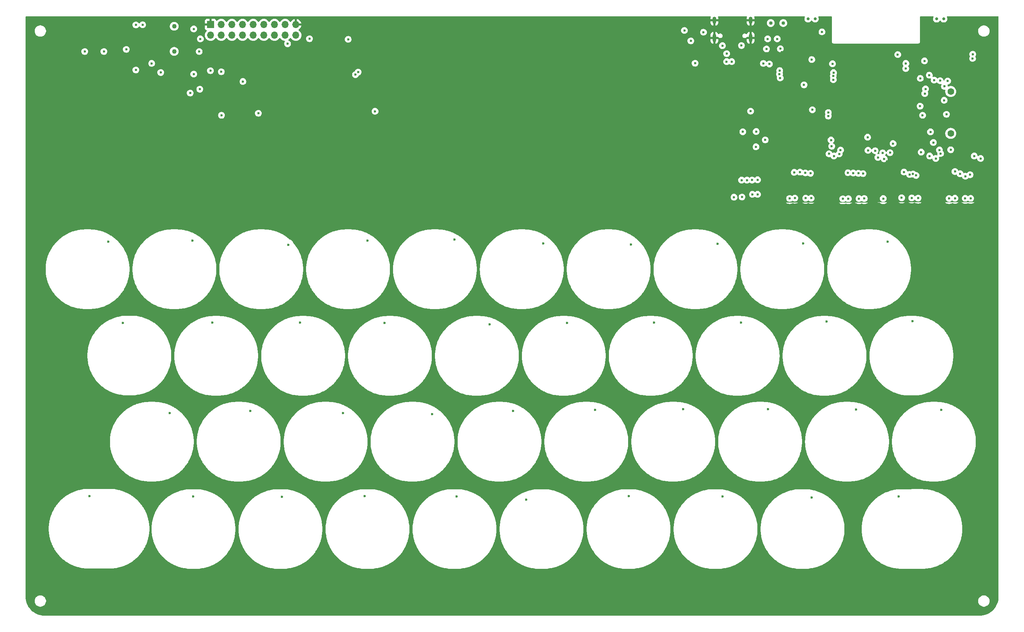
<source format=gbr>
%TF.GenerationSoftware,KiCad,Pcbnew,8.0.3*%
%TF.CreationDate,2024-09-07T18:54:58+01:00*%
%TF.ProjectId,esp32-s3-spectrum,65737033-322d-4733-932d-737065637472,rev?*%
%TF.SameCoordinates,Original*%
%TF.FileFunction,Copper,L2,Inr*%
%TF.FilePolarity,Positive*%
%FSLAX46Y46*%
G04 Gerber Fmt 4.6, Leading zero omitted, Abs format (unit mm)*
G04 Created by KiCad (PCBNEW 8.0.3) date 2024-09-07 18:54:58*
%MOMM*%
%LPD*%
G01*
G04 APERTURE LIST*
%TA.AperFunction,ComponentPad*%
%ADD10C,1.100000*%
%TD*%
%TA.AperFunction,ComponentPad*%
%ADD11O,0.900000X2.000000*%
%TD*%
%TA.AperFunction,ComponentPad*%
%ADD12O,0.900000X1.700000*%
%TD*%
%TA.AperFunction,ComponentPad*%
%ADD13C,0.700000*%
%TD*%
%TA.AperFunction,ComponentPad*%
%ADD14C,0.850000*%
%TD*%
%TA.AperFunction,ComponentPad*%
%ADD15C,1.600000*%
%TD*%
%TA.AperFunction,ComponentPad*%
%ADD16R,1.700000X1.700000*%
%TD*%
%TA.AperFunction,ComponentPad*%
%ADD17O,1.700000X1.700000*%
%TD*%
%TA.AperFunction,ViaPad*%
%ADD18C,0.600000*%
%TD*%
G04 APERTURE END LIST*
D10*
%TO.N,*%
%TO.C,CN1*%
X57900000Y-35372500D03*
X57900000Y-41372500D03*
%TD*%
D11*
%TO.N,GND*%
%TO.C,J1*%
X195355000Y-38140000D03*
X186705000Y-38140000D03*
D12*
X195355000Y-33970000D03*
X186705000Y-33970000D03*
%TD*%
D13*
%TO.N,*%
%TO.C,SW2*%
X209040000Y-33610000D03*
X210740000Y-33610000D03*
%TD*%
D14*
%TO.N,*%
%TO.C,SW1*%
X203140000Y-34605000D03*
X200140000Y-34605000D03*
%TD*%
D15*
%TO.N,*%
%TO.C,Card1*%
X243070000Y-60930000D03*
X243070000Y-50930000D03*
%TD*%
D13*
%TO.N,*%
%TO.C,SW4*%
X239700000Y-33630000D03*
X241400000Y-33630000D03*
%TD*%
D16*
%TO.N,GND*%
%TO.C,J2*%
X66580000Y-34970000D03*
D17*
%TO.N,BUZZER*%
X66580000Y-37510000D03*
%TO.N,PWR*%
X69120000Y-34970000D03*
%TO.N,+3V3*%
X69120000Y-37510000D03*
%TO.N,TFT_SCLK*%
X71660000Y-34970000D03*
%TO.N,TFT_RST*%
X71660000Y-37510000D03*
%TO.N,TFT_CS*%
X74200000Y-34970000D03*
%TO.N,TFT_DC*%
X74200000Y-37510000D03*
%TO.N,GPIO7*%
X76740000Y-34970000D03*
%TO.N,TFT_MOSI*%
X76740000Y-37510000D03*
%TO.N,GPIO5*%
X79280000Y-34970000D03*
%TO.N,GPIO6*%
X79280000Y-37510000D03*
%TO.N,SD_CARD_DAT0*%
X81820000Y-34970000D03*
%TO.N,GPIO4*%
X81820000Y-37510000D03*
%TO.N,SD_CARD_CMD*%
X84360000Y-34970000D03*
%TO.N,SD_CARD_DAT3*%
X84360000Y-37510000D03*
%TO.N,GND*%
X86900000Y-34970000D03*
%TO.N,SD_CARD_CLK*%
X86900000Y-37510000D03*
%TD*%
D18*
%TO.N,Net-(D6-A)*%
X41148000Y-41402000D03*
X36576000Y-41402000D03*
%TO.N,BIT0_FDFE*%
X247680000Y-70785000D03*
X56860000Y-127700000D03*
%TO.N,GND*%
X172880000Y-41320000D03*
X86520000Y-59100000D03*
X80480000Y-143540000D03*
X48420000Y-56560000D03*
X167800000Y-41320000D03*
X199644000Y-46736000D03*
X115480000Y-163540000D03*
X101760000Y-41320000D03*
X45880000Y-59100000D03*
X125480000Y-173540000D03*
X150480000Y-168540000D03*
X37084000Y-74422000D03*
X94488000Y-74340000D03*
X25480000Y-113540000D03*
X28100000Y-56560000D03*
X65480000Y-103540000D03*
X56040000Y-66720000D03*
X127160000Y-38780000D03*
X124968000Y-54610000D03*
X76360000Y-69260000D03*
X197358000Y-55626000D03*
X165480000Y-168540000D03*
X235480000Y-168540000D03*
X50960000Y-61640000D03*
X134780000Y-61640000D03*
X144940000Y-61640000D03*
X56040000Y-59100000D03*
X56040000Y-64180000D03*
X34290000Y-72898000D03*
X144940000Y-41320000D03*
X56040000Y-61640000D03*
X53500000Y-64180000D03*
X95480000Y-163540000D03*
X40800000Y-59100000D03*
X40800000Y-54020000D03*
X43340000Y-76880000D03*
X144940000Y-76880000D03*
X185480000Y-143540000D03*
X85480000Y-168540000D03*
X33180000Y-64180000D03*
X114460000Y-48940000D03*
X83980000Y-59100000D03*
X57404000Y-54102000D03*
X249080000Y-38780000D03*
X25560000Y-71800000D03*
X35720000Y-56560000D03*
X99220000Y-59100000D03*
X155480000Y-168540000D03*
X111920000Y-41320000D03*
X180500000Y-48940000D03*
X215480000Y-163540000D03*
X59944000Y-56896000D03*
X53500000Y-61640000D03*
X144940000Y-33700000D03*
X76360000Y-61640000D03*
X35720000Y-54020000D03*
X142400000Y-38780000D03*
X105480000Y-143540000D03*
X223520000Y-123190000D03*
X137320000Y-61640000D03*
X152560000Y-41320000D03*
X205480000Y-173540000D03*
X66200000Y-76880000D03*
X30480000Y-138540000D03*
X90170000Y-34036000D03*
X73820000Y-61640000D03*
X142400000Y-61640000D03*
X45466000Y-74340000D03*
X225871693Y-47529091D03*
X220480000Y-158540000D03*
X81440000Y-54020000D03*
X205486000Y-34544000D03*
X34290000Y-69850000D03*
X165260000Y-61640000D03*
X119540000Y-33700000D03*
X251620000Y-33700000D03*
X115480000Y-148540000D03*
X37084000Y-68326000D03*
X170340000Y-33700000D03*
X70480000Y-173540000D03*
X35480000Y-123540000D03*
X100480000Y-143540000D03*
X172880000Y-61640000D03*
X106840000Y-38780000D03*
X40480000Y-143540000D03*
X147480000Y-41320000D03*
X145480000Y-143540000D03*
X165260000Y-33700000D03*
X81440000Y-61640000D03*
X28100000Y-61640000D03*
X30640000Y-48940000D03*
X180480000Y-173540000D03*
X28448000Y-72898000D03*
X30480000Y-143540000D03*
X110480000Y-168540000D03*
X247650000Y-34798000D03*
X38260000Y-51480000D03*
X124620000Y-33700000D03*
X145480000Y-123540000D03*
X30640000Y-54020000D03*
X249080000Y-59100000D03*
X59472157Y-34167207D03*
X124620000Y-74340000D03*
X160180000Y-48940000D03*
X105480000Y-168540000D03*
X61120000Y-76880000D03*
X250480000Y-83540000D03*
X68740000Y-61640000D03*
X150480000Y-173540000D03*
X195480000Y-163540000D03*
X240480000Y-173540000D03*
X174244000Y-55372000D03*
X94140000Y-61640000D03*
X109380000Y-48940000D03*
X124620000Y-48940000D03*
X28100000Y-64180000D03*
X30640000Y-43860000D03*
X167640000Y-55372000D03*
X185480000Y-83540000D03*
X139860000Y-33700000D03*
X202375017Y-54365562D03*
X218600000Y-43860000D03*
X111920000Y-33700000D03*
X144940000Y-48940000D03*
X215208649Y-40485671D03*
X225480000Y-143540000D03*
X40480000Y-128540000D03*
X60480000Y-123540000D03*
X55480000Y-103540000D03*
X210312000Y-60452000D03*
X109380000Y-74340000D03*
X124620000Y-41320000D03*
X225480000Y-168540000D03*
X250480000Y-123540000D03*
X94488000Y-69260000D03*
X208152230Y-39961242D03*
X39878000Y-70104000D03*
X250480000Y-138540000D03*
X172880000Y-33700000D03*
X50480000Y-173540000D03*
X186944000Y-47752000D03*
X245480000Y-163540000D03*
X124620000Y-76880000D03*
X132240000Y-38780000D03*
X243840000Y-33782000D03*
X221464039Y-48926834D03*
X245480000Y-143540000D03*
X30640000Y-59100000D03*
X41910000Y-51480000D03*
X228760000Y-54020000D03*
X201930000Y-64262000D03*
X71280000Y-59100000D03*
X25560000Y-66720000D03*
X139860000Y-38780000D03*
X119540000Y-38780000D03*
X150020000Y-76880000D03*
X150020000Y-33700000D03*
X180480000Y-168540000D03*
X111920000Y-38780000D03*
X33180000Y-61640000D03*
X37084000Y-71374000D03*
X94140000Y-59100000D03*
X206502000Y-45466000D03*
X106840000Y-61640000D03*
X232749749Y-40754528D03*
X86520000Y-61640000D03*
X94140000Y-33700000D03*
X25560000Y-54020000D03*
X25480000Y-118540000D03*
X194056000Y-47752000D03*
X222925316Y-47544975D03*
X40800000Y-66720000D03*
X53594000Y-73660000D03*
X58580000Y-61640000D03*
X30640000Y-41320000D03*
X195480000Y-168540000D03*
X25480000Y-123540000D03*
X30640000Y-46400000D03*
X210480000Y-103540000D03*
X111920000Y-61640000D03*
X38354000Y-36830000D03*
X48420000Y-69850000D03*
X55480000Y-83540000D03*
X104300000Y-61640000D03*
X91600000Y-61640000D03*
X160480000Y-103540000D03*
X188976000Y-33782000D03*
X100480000Y-173540000D03*
X78900000Y-61640000D03*
X25480000Y-138540000D03*
X199898000Y-60452000D03*
X40480000Y-168540000D03*
X224378650Y-48966542D03*
X119540000Y-48940000D03*
X191516000Y-41910000D03*
X30480000Y-123540000D03*
X30640000Y-76880000D03*
X155480000Y-148540000D03*
X25560000Y-74340000D03*
X212670002Y-34798000D03*
X137320000Y-41320000D03*
X145480000Y-128540000D03*
X91948000Y-70104000D03*
X251206000Y-71120000D03*
X183134000Y-124206000D03*
X250480000Y-113540000D03*
X167800000Y-48940000D03*
X237998000Y-36830000D03*
X183040000Y-61640000D03*
X109380000Y-61640000D03*
X185480000Y-168540000D03*
X152560000Y-48940000D03*
X135480000Y-163540000D03*
X193200000Y-33700000D03*
X202762525Y-41573245D03*
X137320000Y-38780000D03*
X50480000Y-163540000D03*
X186944000Y-40132000D03*
X40800000Y-46400000D03*
X240480000Y-83540000D03*
X25560000Y-46400000D03*
X50960000Y-71800000D03*
X139860000Y-41320000D03*
X204804121Y-39996240D03*
X35480000Y-133540000D03*
X91600000Y-76880000D03*
X90480000Y-168540000D03*
X160180000Y-33700000D03*
X51308000Y-68326000D03*
X71280000Y-61640000D03*
X25560000Y-59100000D03*
X129700000Y-61640000D03*
X211582000Y-48768000D03*
X230480000Y-83540000D03*
X38608000Y-54020000D03*
X28448000Y-69850000D03*
X71280000Y-43860000D03*
X155100000Y-41320000D03*
X30640000Y-64180000D03*
X221140000Y-54020000D03*
X240480000Y-103540000D03*
X200480000Y-103540000D03*
X49530000Y-40894000D03*
X106840000Y-76880000D03*
X245480000Y-113540000D03*
X241300000Y-38862000D03*
X235192876Y-40496457D03*
X35720000Y-61640000D03*
X165480000Y-143540000D03*
X45480000Y-173540000D03*
X225879635Y-48942717D03*
X170480000Y-173540000D03*
X157640000Y-41320000D03*
X96680000Y-61640000D03*
X53500000Y-69260000D03*
X85480000Y-143540000D03*
X40480000Y-123540000D03*
X138430000Y-54610000D03*
X242090602Y-58668202D03*
X80480000Y-123540000D03*
X65480000Y-168540000D03*
X100480000Y-103540000D03*
X33180000Y-56560000D03*
X155480000Y-163540000D03*
X160480000Y-173540000D03*
X33528000Y-51480000D03*
X38260000Y-76880000D03*
X25480000Y-163540000D03*
X205480000Y-168540000D03*
X120480000Y-168540000D03*
X28100000Y-48940000D03*
X35720000Y-51480000D03*
X240792000Y-73660000D03*
X33180000Y-46400000D03*
X205480000Y-143540000D03*
X33180000Y-76880000D03*
X248179392Y-45426757D03*
X122080000Y-76880000D03*
X175480000Y-148540000D03*
X223680000Y-54020000D03*
X50960000Y-56560000D03*
X245480000Y-118540000D03*
X51308000Y-75692000D03*
X30480000Y-133540000D03*
X135480000Y-168540000D03*
X35720000Y-46400000D03*
X246540000Y-59100000D03*
X145480000Y-83540000D03*
X185480000Y-103540000D03*
X163322000Y-74168000D03*
X152560000Y-38780000D03*
X145480000Y-173540000D03*
X245480000Y-103540000D03*
X165260000Y-41320000D03*
X152146000Y-44958000D03*
X223076208Y-48926834D03*
X43340000Y-59100000D03*
X162720000Y-33700000D03*
X50960000Y-64180000D03*
X250480000Y-143540000D03*
X218600000Y-51480000D03*
X135480000Y-103540000D03*
X30480000Y-128540000D03*
X95480000Y-168540000D03*
X190480000Y-168540000D03*
X212834450Y-75048524D03*
X30480000Y-163540000D03*
X89060000Y-61640000D03*
X25480000Y-88540000D03*
X250480000Y-78540000D03*
X66200000Y-54020000D03*
X81440000Y-59100000D03*
X83980000Y-61640000D03*
X91600000Y-59100000D03*
X40480000Y-83540000D03*
X25480000Y-133540000D03*
X117000000Y-61640000D03*
X130480000Y-173540000D03*
X162720000Y-48940000D03*
X147480000Y-48940000D03*
X53500000Y-56560000D03*
X231264645Y-60099871D03*
X60706000Y-80518000D03*
X220480000Y-103540000D03*
X78900000Y-54020000D03*
X78900000Y-51480000D03*
X157640000Y-33700000D03*
X228760000Y-48940000D03*
X119540000Y-41320000D03*
X96680000Y-69260000D03*
X35720000Y-43860000D03*
X225611403Y-75002654D03*
X150020000Y-48940000D03*
X45880000Y-66720000D03*
X218600000Y-54020000D03*
X215480000Y-168540000D03*
X160180000Y-41320000D03*
X60480000Y-143540000D03*
X129700000Y-41320000D03*
X71280000Y-69260000D03*
X181610000Y-74168000D03*
X140480000Y-103540000D03*
X122080000Y-38780000D03*
X120480000Y-123540000D03*
X114460000Y-33700000D03*
X35480000Y-113540000D03*
X96680000Y-59100000D03*
X161290000Y-72390000D03*
X211810000Y-37790000D03*
X25480000Y-98540000D03*
X165480000Y-173540000D03*
X218600000Y-46400000D03*
X25480000Y-143540000D03*
X155100000Y-33700000D03*
X30480000Y-83540000D03*
X45480000Y-168540000D03*
X64262000Y-44450000D03*
X228760000Y-51480000D03*
X157640000Y-38780000D03*
X43340000Y-74340000D03*
X250480000Y-133540000D03*
X210480000Y-168540000D03*
X98044000Y-48006000D03*
X53500000Y-66720000D03*
X33180000Y-66720000D03*
X35720000Y-59100000D03*
X147480000Y-33700000D03*
X160480000Y-168540000D03*
X101760000Y-61640000D03*
X38260000Y-56560000D03*
X132240000Y-61640000D03*
X110480000Y-173540000D03*
X48420000Y-61640000D03*
X41656000Y-48768000D03*
X40800000Y-61640000D03*
X175420000Y-48940000D03*
X60480000Y-168540000D03*
X114460000Y-61640000D03*
X205480000Y-103540000D03*
X134780000Y-33700000D03*
X25480000Y-148540000D03*
X250480000Y-153540000D03*
X246540000Y-51480000D03*
X91600000Y-48940000D03*
X147480000Y-61640000D03*
X188120000Y-61640000D03*
X195480000Y-173540000D03*
X111920000Y-48940000D03*
X149606000Y-72390000D03*
X144940000Y-38780000D03*
X25560000Y-61640000D03*
X244000000Y-54020000D03*
X204724000Y-60452000D03*
X250480000Y-163540000D03*
X238315891Y-75149596D03*
X56239116Y-35092796D03*
X224299233Y-50411935D03*
X180480000Y-103540000D03*
X66200000Y-61640000D03*
X210058000Y-45466000D03*
X119540000Y-61640000D03*
X90480000Y-173540000D03*
X115480000Y-173540000D03*
X40480000Y-138540000D03*
X245480000Y-168540000D03*
X227838000Y-73406000D03*
X155480000Y-173540000D03*
X127160000Y-48940000D03*
X117000000Y-38780000D03*
X68740000Y-74340000D03*
X35720000Y-48940000D03*
X147480000Y-38780000D03*
X106840000Y-48940000D03*
X210480000Y-173540000D03*
X114460000Y-41320000D03*
X167800000Y-38780000D03*
X183040000Y-33700000D03*
X105480000Y-173540000D03*
X43340000Y-64180000D03*
X152560000Y-61640000D03*
X89060000Y-59100000D03*
X170340000Y-41320000D03*
X245225953Y-65686867D03*
X85480000Y-173540000D03*
X132240000Y-33700000D03*
X50960000Y-54020000D03*
X99220000Y-69260000D03*
X129700000Y-38780000D03*
X145480000Y-168540000D03*
X40111811Y-35052000D03*
X30480000Y-118540000D03*
X25560000Y-48940000D03*
X109380000Y-33700000D03*
X157640000Y-61640000D03*
X152560000Y-33700000D03*
X97790000Y-40640000D03*
X175480000Y-163540000D03*
X33180000Y-41320000D03*
X45880000Y-61640000D03*
X25480000Y-93540000D03*
X142400000Y-48940000D03*
X247822072Y-62176059D03*
X28100000Y-41320000D03*
X25480000Y-158540000D03*
X27432000Y-33528000D03*
X155100000Y-38780000D03*
X83980000Y-76880000D03*
X68740000Y-69260000D03*
X45880000Y-76880000D03*
X134780000Y-48940000D03*
X71120000Y-72644000D03*
X200210202Y-75064414D03*
X141478000Y-72390000D03*
X129700000Y-76880000D03*
X96680000Y-71800000D03*
X68740000Y-76880000D03*
X104300000Y-33700000D03*
X180500000Y-61640000D03*
X190480000Y-173540000D03*
X250480000Y-118540000D03*
X124620000Y-61640000D03*
X98806000Y-36830000D03*
X167800000Y-61640000D03*
X55480000Y-168540000D03*
X80480000Y-173540000D03*
X251620000Y-61640000D03*
X250993640Y-75135223D03*
X127160000Y-74340000D03*
X30640000Y-56560000D03*
X250480000Y-108540000D03*
X25560000Y-56560000D03*
X48420000Y-76880000D03*
X250480000Y-128540000D03*
X43340000Y-41320000D03*
X111920000Y-74340000D03*
X80480000Y-103540000D03*
X170480000Y-143540000D03*
X38608000Y-46482000D03*
X250480000Y-168540000D03*
X137320000Y-33700000D03*
X157640000Y-48940000D03*
X48420000Y-66720000D03*
X25560000Y-69260000D03*
X101760000Y-33700000D03*
X181864000Y-55372000D03*
X48514000Y-73152000D03*
X220480000Y-153540000D03*
X48420000Y-64180000D03*
X142400000Y-33700000D03*
X124620000Y-38780000D03*
X190480000Y-143540000D03*
X114460000Y-71800000D03*
X93980000Y-42672000D03*
X30988000Y-69850000D03*
X250480000Y-88540000D03*
X240480000Y-168540000D03*
X140480000Y-78540000D03*
X40800000Y-74340000D03*
X129700000Y-48940000D03*
X122080000Y-61640000D03*
X35480000Y-103540000D03*
X185480000Y-173540000D03*
X245480000Y-98540000D03*
X25480000Y-153540000D03*
X127160000Y-61640000D03*
X105480000Y-103540000D03*
X170688000Y-74168000D03*
X223680000Y-43860000D03*
X170340000Y-38780000D03*
X38260000Y-48940000D03*
X54610000Y-54102000D03*
X38260000Y-59100000D03*
X187452000Y-55372000D03*
X86520000Y-76880000D03*
X251457129Y-64638487D03*
X172720000Y-72390000D03*
X208938451Y-50996269D03*
X23876000Y-34798000D03*
X89060000Y-76880000D03*
X117000000Y-33700000D03*
X40480000Y-173540000D03*
X80480000Y-168540000D03*
X226220000Y-51480000D03*
X250480000Y-93540000D03*
X30480000Y-103540000D03*
X175420000Y-61640000D03*
X115480000Y-83540000D03*
X208322996Y-64397420D03*
X89060000Y-48940000D03*
X132240000Y-41320000D03*
X48420000Y-59100000D03*
X35480000Y-128540000D03*
X33180000Y-59100000D03*
X220480000Y-148540000D03*
X48420000Y-54020000D03*
X248963527Y-48344244D03*
X50480000Y-168540000D03*
X45880000Y-64180000D03*
X58580000Y-64180000D03*
X221222153Y-64964788D03*
X139860000Y-48940000D03*
X250480000Y-148540000D03*
X137320000Y-48940000D03*
X25480000Y-168540000D03*
X89060000Y-71800000D03*
X230480000Y-168540000D03*
X250480000Y-103540000D03*
X25480000Y-103540000D03*
X227860680Y-67672358D03*
X70480000Y-168540000D03*
X117000000Y-48940000D03*
X228760000Y-46400000D03*
X190660000Y-61640000D03*
X251620000Y-56560000D03*
X235480000Y-98540000D03*
X175420000Y-38780000D03*
X33180000Y-43860000D03*
X35480000Y-108540000D03*
X114460000Y-38780000D03*
X150020000Y-41320000D03*
X25560000Y-43860000D03*
X108712000Y-44958000D03*
X28100000Y-51480000D03*
X45880000Y-56560000D03*
X40800000Y-64180000D03*
X152560000Y-76880000D03*
X165260000Y-48940000D03*
X150020000Y-38780000D03*
X25560000Y-76880000D03*
X215480000Y-173540000D03*
X122080000Y-48940000D03*
X167800000Y-33700000D03*
X224346883Y-47544975D03*
X75480000Y-163540000D03*
X60480000Y-173540000D03*
X123190000Y-44958000D03*
X50960000Y-66720000D03*
X30480000Y-108540000D03*
X184404000Y-72390000D03*
X30640000Y-51480000D03*
X202692000Y-73660000D03*
X78900000Y-59100000D03*
X151130000Y-54610000D03*
X63660000Y-76880000D03*
X170480000Y-168540000D03*
X58369660Y-55742951D03*
X66200000Y-71800000D03*
X170340000Y-61640000D03*
X200480000Y-173540000D03*
X33528000Y-49022000D03*
X245480000Y-148540000D03*
X100480000Y-168540000D03*
X221511690Y-47521150D03*
X224394533Y-45924864D03*
X220480000Y-173540000D03*
X187960000Y-74168000D03*
X204470000Y-124968000D03*
X175420000Y-41320000D03*
X25560000Y-41320000D03*
X104300000Y-43860000D03*
X135480000Y-83540000D03*
X155100000Y-61640000D03*
X106840000Y-33700000D03*
X220480000Y-163540000D03*
X95480000Y-173540000D03*
X33180000Y-54020000D03*
X230480000Y-103540000D03*
X40386000Y-36830000D03*
X129700000Y-33700000D03*
X157226000Y-74168000D03*
X56040000Y-69260000D03*
X139860000Y-61640000D03*
X233140261Y-64928345D03*
X228854000Y-43942000D03*
X250480000Y-98540000D03*
X245480000Y-173540000D03*
X120480000Y-173540000D03*
X215138000Y-73660000D03*
X172880000Y-38780000D03*
X176276000Y-74168000D03*
X250480000Y-158540000D03*
X55587526Y-56787471D03*
X35720000Y-66720000D03*
X211920310Y-40474541D03*
X28100000Y-54020000D03*
X225480000Y-173540000D03*
X240480000Y-123540000D03*
X100480000Y-123540000D03*
X73820000Y-59100000D03*
X61120000Y-64180000D03*
X200480000Y-168540000D03*
X45212000Y-69342000D03*
X28100000Y-46400000D03*
X140480000Y-173540000D03*
X175480000Y-173540000D03*
X101760000Y-59100000D03*
X224863096Y-60970967D03*
X135480000Y-173540000D03*
X218600000Y-48940000D03*
X134780000Y-38780000D03*
X206449011Y-39984574D03*
X40800000Y-76880000D03*
X45615810Y-71776262D03*
X127160000Y-76880000D03*
X25560000Y-64180000D03*
X43340000Y-66720000D03*
X58580000Y-66720000D03*
X43340000Y-56560000D03*
X99220000Y-61640000D03*
X213106000Y-45720000D03*
X30640000Y-66720000D03*
X125480000Y-103540000D03*
X220480000Y-168540000D03*
X25480000Y-128540000D03*
X162720000Y-41320000D03*
X75480000Y-173540000D03*
X218186000Y-60706000D03*
X35720000Y-76880000D03*
X117000000Y-41320000D03*
X91948000Y-73152000D03*
X226220000Y-54020000D03*
X35720000Y-64180000D03*
X160180000Y-38780000D03*
X235480000Y-173540000D03*
X115480000Y-168540000D03*
X230480000Y-173540000D03*
X127160000Y-33700000D03*
X222925316Y-45948690D03*
X130480000Y-168540000D03*
X59944000Y-40386000D03*
X85480000Y-83540000D03*
X226220000Y-43860000D03*
X132240000Y-48940000D03*
X65480000Y-143540000D03*
X45480000Y-143540000D03*
X85480000Y-103540000D03*
X75480000Y-168540000D03*
X33782000Y-35052000D03*
X127160000Y-41320000D03*
X122080000Y-33700000D03*
X53500000Y-59100000D03*
X213506870Y-40497873D03*
X240480000Y-93540000D03*
X28100000Y-66720000D03*
X109380000Y-41320000D03*
X52832000Y-38354000D03*
X40480000Y-103540000D03*
X245480000Y-108540000D03*
X111920000Y-71800000D03*
X109380000Y-76880000D03*
X94488000Y-71800000D03*
X65480000Y-173540000D03*
X25480000Y-83540000D03*
X127000000Y-144272000D03*
X28100000Y-76880000D03*
X125480000Y-168540000D03*
X35480000Y-173540000D03*
X202438000Y-50800000D03*
X155100000Y-48940000D03*
X30988000Y-72898000D03*
X162720000Y-61640000D03*
X70480000Y-163540000D03*
X163576000Y-125476000D03*
X195229570Y-64070230D03*
X76360000Y-51480000D03*
X35480000Y-118540000D03*
X180500000Y-33700000D03*
X38260000Y-64180000D03*
X185580000Y-61640000D03*
X60480000Y-103540000D03*
X165260000Y-38780000D03*
X38260000Y-66720000D03*
X221140000Y-43860000D03*
X109380000Y-38780000D03*
X40800000Y-56560000D03*
X25560000Y-51480000D03*
X30480000Y-168540000D03*
X30480000Y-113540000D03*
X147480000Y-76880000D03*
X175480000Y-168540000D03*
X165480000Y-83540000D03*
X132240000Y-74340000D03*
X25480000Y-108540000D03*
X142400000Y-41320000D03*
X30640000Y-61640000D03*
X28100000Y-43860000D03*
X76360000Y-59100000D03*
X235480000Y-88540000D03*
X50960000Y-59100000D03*
X162720000Y-38780000D03*
X150020000Y-61640000D03*
X205740000Y-62992000D03*
X175420000Y-33700000D03*
X107950000Y-54610000D03*
X43340000Y-69260000D03*
X129700000Y-74340000D03*
X30480000Y-173540000D03*
X73820000Y-69260000D03*
X168402000Y-44958000D03*
X249080000Y-56560000D03*
X122080000Y-41320000D03*
X217777381Y-40523558D03*
X140480000Y-168540000D03*
X134780000Y-41320000D03*
X35480000Y-168540000D03*
X222965024Y-50364285D03*
X28100000Y-59100000D03*
X38260000Y-61640000D03*
X43340000Y-61640000D03*
X63660000Y-74340000D03*
X55480000Y-173540000D03*
X142400000Y-76880000D03*
X160180000Y-61640000D03*
%TO.N,EN*%
X209947000Y-43323000D03*
X212370000Y-36720000D03*
%TO.N,+5V*%
X188630000Y-40000000D03*
X189650000Y-41900000D03*
X193160000Y-39970000D03*
%TO.N,BIT3*%
X214055000Y-65810000D03*
X214530000Y-62510000D03*
%TO.N,BIT4_7FFE*%
X193299265Y-76114265D03*
X141855000Y-148310000D03*
%TO.N,BIT3_FEFE*%
X103310000Y-147490000D03*
X208420000Y-70350000D03*
%TO.N,BIT2_FDFE*%
X222167500Y-70522500D03*
X98140000Y-127670000D03*
%TO.N,BIT2_FBFE*%
X219810000Y-70390000D03*
X87900000Y-106050000D03*
%TO.N,BIT0_BFFE*%
X247830000Y-76435000D03*
X240830000Y-126885000D03*
%TO.N,SD_CARD_DAT3*%
X235817500Y-47812500D03*
X241510000Y-53040000D03*
X237960000Y-47050000D03*
%TO.N,SD_CARD_CMD*%
X239120000Y-48230000D03*
X237062500Y-50327500D03*
%TO.N,SD_CARD_DAT1*%
X235760000Y-54430000D03*
X241570000Y-49720000D03*
%TO.N,SD_CARD_CLK*%
X240550000Y-48350000D03*
X236890000Y-51425000D03*
%TO.N,SD_CARD_DAT0*%
X242340000Y-48450000D03*
X236370000Y-56620000D03*
%TO.N,BIT0*%
X240655000Y-65735000D03*
X238930000Y-63110000D03*
%TO.N,BIT3_FDFE*%
X209650000Y-70450000D03*
X119390000Y-127880000D03*
%TO.N,BIT4_FDFE*%
X197005000Y-72010000D03*
X138680000Y-127185000D03*
%TO.N,BIT1*%
X229330000Y-63360000D03*
X226840000Y-65585000D03*
%TO.N,BIT4*%
X196630000Y-64135000D03*
X198830000Y-62485000D03*
%TO.N,USB_D+*%
X213880000Y-56800000D03*
X189630000Y-43810000D03*
%TO.N,BIT2*%
X223250000Y-61850000D03*
X223355000Y-64985000D03*
%TO.N,USB_D-*%
X213880000Y-55950000D03*
X190840000Y-43810000D03*
%TO.N,BUZZER*%
X193490000Y-60550000D03*
X196680000Y-60500000D03*
%TO.N,BUZZER_SWITCH*%
X46482000Y-40894000D03*
X48768000Y-45800000D03*
%TO.N,BIT4_BFFE*%
X158290000Y-126930000D03*
X197005000Y-75485000D03*
%TO.N,BIT2_DFFE*%
X221200000Y-76500000D03*
X193050000Y-106090000D03*
%TO.N,BIT3_BFFE*%
X179247275Y-126747601D03*
X209790000Y-76390000D03*
%TO.N,BIT0_EFFE*%
X242680000Y-76460000D03*
X228020000Y-86780000D03*
%TO.N,BIT0_F7FE*%
X42230000Y-86760000D03*
X244080000Y-70035000D03*
%TO.N,BIT1_F7FE*%
X231930000Y-70160000D03*
X62241111Y-86471111D03*
%TO.N,BIT2_F7FE*%
X218580000Y-70335000D03*
X85110000Y-87510000D03*
%TO.N,BIT3_F7FE*%
X103980000Y-86510000D03*
X205760000Y-70230000D03*
%TO.N,BIT4_F7FE*%
X124730000Y-86260000D03*
X193198420Y-72085000D03*
%TO.N,BIT4_EFFE*%
X145880000Y-87185000D03*
X191402500Y-76157500D03*
%TO.N,BIT3_EFFE*%
X204650000Y-76450000D03*
X166780000Y-87435000D03*
%TO.N,BIT2_EFFE*%
X187460000Y-87280000D03*
X217340000Y-76530000D03*
%TO.N,BIT1_EFFE*%
X207850000Y-87170000D03*
X226980000Y-76485000D03*
%TO.N,BIT2_BFFE*%
X199480000Y-126750000D03*
X222460000Y-76470000D03*
%TO.N,BIT1_BFFE*%
X235304936Y-76370322D03*
X220480000Y-126810000D03*
%TO.N,BIT2_7FFE*%
X218660000Y-76520000D03*
X188700000Y-147590000D03*
%TO.N,BIT3_7FFE*%
X166340000Y-147450000D03*
X205900000Y-76370000D03*
%TO.N,BIT1_DFFE*%
X233770000Y-76340000D03*
X213500000Y-105850000D03*
%TO.N,BIT0_DFFE*%
X233980000Y-105760000D03*
X246530000Y-76435000D03*
%TO.N,BIT0_FBFE*%
X245305000Y-70560000D03*
X45620000Y-106150000D03*
%TO.N,BIT3_FBFE*%
X108090000Y-106150000D03*
X207150000Y-70170000D03*
%TO.N,BIT1_FDFE*%
X76080000Y-127170000D03*
X234810010Y-70962246D03*
%TO.N,BIT0_FEFE*%
X246555000Y-71160000D03*
X37720000Y-147440000D03*
%TO.N,BIT0_7FFE*%
X230630000Y-147520000D03*
X244080000Y-76410000D03*
%TO.N,BIT1_7FFE*%
X231370000Y-76300000D03*
X209940000Y-147800000D03*
%TO.N,BIT4_FBFE*%
X194473139Y-72085000D03*
X133140000Y-106530000D03*
%TO.N,KEY_B*%
X238055000Y-66335000D03*
X225705000Y-66660000D03*
X216480000Y-65835000D03*
X248681765Y-66333235D03*
%TO.N,KEY_A*%
X225050000Y-65080000D03*
X243070000Y-64840000D03*
X228590000Y-65530000D03*
X240380000Y-64885000D03*
X216810000Y-64920000D03*
X236030000Y-65400000D03*
%TO.N,KEY_C*%
X214690000Y-64010000D03*
X239505000Y-66935000D03*
X215205000Y-66335000D03*
X227205000Y-67010000D03*
X250190000Y-66935000D03*
%TO.N,BIT3_DFFE*%
X208480000Y-76390000D03*
X172340000Y-106090000D03*
%TO.N,BIT1_FBFE*%
X67010000Y-106070000D03*
X233255000Y-70735000D03*
%TO.N,BIT1_FEFE*%
X234080000Y-70635000D03*
X62400000Y-147530000D03*
%TO.N,BIT2_FEFE*%
X221050000Y-70450000D03*
X83560000Y-147610000D03*
%TO.N,BIT4_FEFE*%
X195705000Y-72060000D03*
X125237500Y-147542500D03*
%TO.N,BIT4_DFFE*%
X151580000Y-106170000D03*
X195781029Y-75481029D03*
%TO.N,+3V3*%
X66548000Y-45974000D03*
X238240000Y-60570000D03*
X84940000Y-39543174D03*
X182114780Y-44194780D03*
X230440000Y-42130000D03*
X195350000Y-55620000D03*
X208083397Y-49355019D03*
X54691000Y-46401000D03*
X69120000Y-46228000D03*
X210080000Y-55300000D03*
X74290000Y-48560000D03*
X236830000Y-43640000D03*
X242062000Y-56380000D03*
X52530000Y-44240000D03*
%TO.N,BAT+*%
X181102000Y-38862000D03*
X105800000Y-55660000D03*
X77978000Y-56134000D03*
X69190000Y-56620000D03*
%TO.N,PWR*%
X64140000Y-38390000D03*
X63860000Y-41400000D03*
X199420000Y-38380000D03*
X201700000Y-38380659D03*
%TO.N,Net-(D1-K)*%
X64017499Y-50391911D03*
X50374926Y-35019760D03*
%TO.N,Net-(D3-K)*%
X48768000Y-35052000D03*
X61722000Y-51308000D03*
%TO.N,RX*%
X232350000Y-45450000D03*
X248284265Y-43064265D03*
%TO.N,TX*%
X232380000Y-44240000D03*
X248320000Y-42050000D03*
%TO.N,GPIO4*%
X199840000Y-44370000D03*
X214884000Y-44320000D03*
%TO.N,GPIO5*%
X99390000Y-38500000D03*
X101760000Y-46310000D03*
X202290000Y-45940000D03*
X215122433Y-46446438D03*
%TO.N,GPIO6*%
X101120000Y-46910000D03*
X90170000Y-38354000D03*
X215060000Y-47244000D03*
X202230000Y-46810000D03*
%TO.N,GPIO7*%
X202400735Y-47700735D03*
X215080000Y-48120000D03*
%TO.N,5V_FILT*%
X62570000Y-36010000D03*
X62570000Y-46793000D03*
X179560025Y-36379975D03*
X199136000Y-40790000D03*
X198390000Y-44250000D03*
%TO.N,Net-(U2-VIN2)*%
X202450000Y-40750000D03*
X184118235Y-36798235D03*
%TD*%
%TA.AperFunction,Conductor*%
%TO.N,GND*%
G36*
X185789940Y-33030185D02*
G01*
X185835695Y-33082989D01*
X185845639Y-33152147D01*
X185837462Y-33181953D01*
X185791508Y-33292894D01*
X185791506Y-33292902D01*
X185755000Y-33476428D01*
X185755000Y-33720000D01*
X186405000Y-33720000D01*
X186405000Y-34220000D01*
X185755000Y-34220000D01*
X185755000Y-34463571D01*
X185791506Y-34647097D01*
X185791508Y-34647105D01*
X185863119Y-34819991D01*
X185863124Y-34820000D01*
X185967086Y-34975589D01*
X185967089Y-34975593D01*
X186099406Y-35107910D01*
X186099410Y-35107913D01*
X186254999Y-35211875D01*
X186255012Y-35211882D01*
X186427889Y-35283489D01*
X186427896Y-35283491D01*
X186455000Y-35288882D01*
X186455000Y-34536988D01*
X186464940Y-34554205D01*
X186520795Y-34610060D01*
X186589204Y-34649556D01*
X186665504Y-34670000D01*
X186744496Y-34670000D01*
X186820796Y-34649556D01*
X186889205Y-34610060D01*
X186945060Y-34554205D01*
X186955000Y-34536988D01*
X186955000Y-35288881D01*
X186982103Y-35283491D01*
X186982110Y-35283489D01*
X187154987Y-35211882D01*
X187155000Y-35211875D01*
X187310589Y-35107913D01*
X187310593Y-35107910D01*
X187442910Y-34975593D01*
X187442913Y-34975589D01*
X187546875Y-34820000D01*
X187546880Y-34819991D01*
X187618491Y-34647105D01*
X187618493Y-34647097D01*
X187654999Y-34463571D01*
X187655000Y-34463569D01*
X187655000Y-34220000D01*
X187005000Y-34220000D01*
X187005000Y-33720000D01*
X187655000Y-33720000D01*
X187655000Y-33476430D01*
X187654999Y-33476428D01*
X187618493Y-33292902D01*
X187618491Y-33292894D01*
X187572538Y-33181953D01*
X187565069Y-33112484D01*
X187596344Y-33050004D01*
X187656433Y-33014352D01*
X187687099Y-33010500D01*
X194372901Y-33010500D01*
X194439940Y-33030185D01*
X194485695Y-33082989D01*
X194495639Y-33152147D01*
X194487462Y-33181953D01*
X194441508Y-33292894D01*
X194441506Y-33292902D01*
X194405000Y-33476428D01*
X194405000Y-33720000D01*
X195055000Y-33720000D01*
X195055000Y-34220000D01*
X194405000Y-34220000D01*
X194405000Y-34463571D01*
X194441506Y-34647097D01*
X194441508Y-34647105D01*
X194513119Y-34819991D01*
X194513124Y-34820000D01*
X194617086Y-34975589D01*
X194617089Y-34975593D01*
X194749406Y-35107910D01*
X194749410Y-35107913D01*
X194904999Y-35211875D01*
X194905012Y-35211882D01*
X195077889Y-35283489D01*
X195077896Y-35283491D01*
X195105000Y-35288882D01*
X195105000Y-34536988D01*
X195114940Y-34554205D01*
X195170795Y-34610060D01*
X195239204Y-34649556D01*
X195315504Y-34670000D01*
X195394496Y-34670000D01*
X195470796Y-34649556D01*
X195539205Y-34610060D01*
X195595060Y-34554205D01*
X195605000Y-34536988D01*
X195605000Y-35288881D01*
X195632103Y-35283491D01*
X195632110Y-35283489D01*
X195804987Y-35211882D01*
X195805000Y-35211875D01*
X195960589Y-35107913D01*
X195960593Y-35107910D01*
X196092910Y-34975593D01*
X196092913Y-34975589D01*
X196196875Y-34820000D01*
X196196880Y-34819991D01*
X196268491Y-34647105D01*
X196268493Y-34647097D01*
X196276867Y-34605000D01*
X199209402Y-34605000D01*
X199211619Y-34626089D01*
X199213821Y-34647043D01*
X199214500Y-34660004D01*
X199214500Y-34696157D01*
X199222894Y-34738356D01*
X199224597Y-34749582D01*
X199229737Y-34798478D01*
X199229737Y-34798480D01*
X199229738Y-34798482D01*
X199238814Y-34826416D01*
X199240672Y-34832134D01*
X199244357Y-34846256D01*
X199250067Y-34874959D01*
X199269165Y-34921068D01*
X199272533Y-34930199D01*
X199289853Y-34983502D01*
X199289856Y-34983510D01*
X199304104Y-35008188D01*
X199311276Y-35022732D01*
X199319831Y-35043386D01*
X199319832Y-35043388D01*
X199319833Y-35043389D01*
X199351389Y-35090616D01*
X199355657Y-35097480D01*
X199387130Y-35151992D01*
X199401576Y-35168035D01*
X199412529Y-35182119D01*
X199421113Y-35194967D01*
X199421116Y-35194971D01*
X199466133Y-35239988D01*
X199470602Y-35244697D01*
X199510386Y-35288882D01*
X199517308Y-35296569D01*
X199529186Y-35305199D01*
X199543980Y-35317835D01*
X199550024Y-35323880D01*
X199550026Y-35323881D01*
X199550028Y-35323883D01*
X199554623Y-35326953D01*
X199608675Y-35363070D01*
X199612668Y-35365853D01*
X199641744Y-35386977D01*
X199674701Y-35410922D01*
X199681792Y-35414078D01*
X199700256Y-35424261D01*
X199701611Y-35425167D01*
X199773134Y-35454792D01*
X199776091Y-35456063D01*
X199852421Y-35490048D01*
X199852426Y-35490049D01*
X199852429Y-35490051D01*
X199852431Y-35490051D01*
X199852433Y-35490052D01*
X199853237Y-35490223D01*
X199864074Y-35493588D01*
X199864204Y-35493162D01*
X199870042Y-35494933D01*
X199952663Y-35511367D01*
X199954254Y-35511694D01*
X199984757Y-35518177D01*
X200042726Y-35530500D01*
X200042727Y-35530500D01*
X200237272Y-35530500D01*
X200237274Y-35530500D01*
X200325812Y-35511679D01*
X200327186Y-35511396D01*
X200409958Y-35494933D01*
X200409967Y-35494928D01*
X200415791Y-35493163D01*
X200415921Y-35493592D01*
X200426762Y-35490223D01*
X200427566Y-35490052D01*
X200427565Y-35490052D01*
X200427571Y-35490051D01*
X200503927Y-35456054D01*
X200506825Y-35454808D01*
X200578389Y-35425167D01*
X200579734Y-35424267D01*
X200598213Y-35414076D01*
X200605299Y-35410922D01*
X200667368Y-35365824D01*
X200671285Y-35363094D01*
X200729972Y-35323883D01*
X200736020Y-35317835D01*
X200750817Y-35305196D01*
X200762692Y-35296569D01*
X200809415Y-35244676D01*
X200813848Y-35240005D01*
X200858883Y-35194972D01*
X200867475Y-35182111D01*
X200878417Y-35168041D01*
X200892870Y-35151992D01*
X200924350Y-35097464D01*
X200928606Y-35090620D01*
X200960167Y-35043389D01*
X200968730Y-35022713D01*
X200975894Y-35008188D01*
X200990144Y-34983508D01*
X201007471Y-34930176D01*
X201010823Y-34921090D01*
X201029933Y-34874958D01*
X201035643Y-34846249D01*
X201039327Y-34832134D01*
X201050262Y-34798482D01*
X201055401Y-34749582D01*
X201057099Y-34738381D01*
X201065500Y-34696154D01*
X201065500Y-34660004D01*
X201066179Y-34647043D01*
X201068381Y-34626089D01*
X201070598Y-34605000D01*
X202209402Y-34605000D01*
X202211619Y-34626089D01*
X202213821Y-34647043D01*
X202214500Y-34660004D01*
X202214500Y-34696157D01*
X202222894Y-34738356D01*
X202224597Y-34749582D01*
X202229737Y-34798478D01*
X202229737Y-34798480D01*
X202229738Y-34798482D01*
X202238814Y-34826416D01*
X202240672Y-34832134D01*
X202244357Y-34846256D01*
X202250067Y-34874959D01*
X202269165Y-34921068D01*
X202272533Y-34930199D01*
X202289853Y-34983502D01*
X202289856Y-34983510D01*
X202304104Y-35008188D01*
X202311276Y-35022732D01*
X202319831Y-35043386D01*
X202319832Y-35043388D01*
X202319833Y-35043389D01*
X202351389Y-35090616D01*
X202355657Y-35097480D01*
X202387130Y-35151992D01*
X202401576Y-35168035D01*
X202412529Y-35182119D01*
X202421113Y-35194967D01*
X202421116Y-35194971D01*
X202466133Y-35239988D01*
X202470602Y-35244697D01*
X202510386Y-35288882D01*
X202517308Y-35296569D01*
X202529186Y-35305199D01*
X202543980Y-35317835D01*
X202550024Y-35323880D01*
X202550026Y-35323881D01*
X202550028Y-35323883D01*
X202554623Y-35326953D01*
X202608675Y-35363070D01*
X202612668Y-35365853D01*
X202641744Y-35386977D01*
X202674701Y-35410922D01*
X202681792Y-35414078D01*
X202700256Y-35424261D01*
X202701611Y-35425167D01*
X202773134Y-35454792D01*
X202776091Y-35456063D01*
X202852421Y-35490048D01*
X202852426Y-35490049D01*
X202852429Y-35490051D01*
X202852431Y-35490051D01*
X202852433Y-35490052D01*
X202853237Y-35490223D01*
X202864074Y-35493588D01*
X202864204Y-35493162D01*
X202870042Y-35494933D01*
X202952663Y-35511367D01*
X202954254Y-35511694D01*
X202984757Y-35518177D01*
X203042726Y-35530500D01*
X203042727Y-35530500D01*
X203237272Y-35530500D01*
X203237274Y-35530500D01*
X203325812Y-35511679D01*
X203327186Y-35511396D01*
X203409958Y-35494933D01*
X203409967Y-35494928D01*
X203415791Y-35493163D01*
X203415921Y-35493592D01*
X203426762Y-35490223D01*
X203427566Y-35490052D01*
X203427565Y-35490052D01*
X203427571Y-35490051D01*
X203503927Y-35456054D01*
X203506825Y-35454808D01*
X203578389Y-35425167D01*
X203579734Y-35424267D01*
X203598213Y-35414076D01*
X203605299Y-35410922D01*
X203667368Y-35365824D01*
X203671285Y-35363094D01*
X203729972Y-35323883D01*
X203736020Y-35317835D01*
X203750817Y-35305196D01*
X203762692Y-35296569D01*
X203809415Y-35244676D01*
X203813848Y-35240005D01*
X203858883Y-35194972D01*
X203867475Y-35182111D01*
X203878417Y-35168041D01*
X203892870Y-35151992D01*
X203924350Y-35097464D01*
X203928606Y-35090620D01*
X203960167Y-35043389D01*
X203968730Y-35022713D01*
X203975894Y-35008188D01*
X203990144Y-34983508D01*
X204007471Y-34930176D01*
X204010823Y-34921090D01*
X204029933Y-34874958D01*
X204035643Y-34846249D01*
X204039327Y-34832134D01*
X204050262Y-34798482D01*
X204055401Y-34749582D01*
X204057099Y-34738381D01*
X204065500Y-34696154D01*
X204065500Y-34660004D01*
X204066179Y-34647043D01*
X204068381Y-34626089D01*
X204070598Y-34605000D01*
X204066179Y-34562955D01*
X204065500Y-34549994D01*
X204065500Y-34513847D01*
X204062341Y-34497967D01*
X204057099Y-34471615D01*
X204055399Y-34460403D01*
X204054076Y-34447816D01*
X204050262Y-34411518D01*
X204039326Y-34377861D01*
X204035641Y-34363737D01*
X204030362Y-34337199D01*
X204029933Y-34335042D01*
X204010825Y-34288912D01*
X204007464Y-34279799D01*
X204004484Y-34270628D01*
X203990144Y-34226492D01*
X203975894Y-34201811D01*
X203968725Y-34187272D01*
X203960167Y-34166611D01*
X203960166Y-34166609D01*
X203960165Y-34166607D01*
X203960164Y-34166605D01*
X203928619Y-34119396D01*
X203924332Y-34112503D01*
X203892870Y-34058008D01*
X203892869Y-34058007D01*
X203892868Y-34058005D01*
X203892867Y-34058004D01*
X203878423Y-34041962D01*
X203867471Y-34027880D01*
X203858887Y-34015033D01*
X203858881Y-34015026D01*
X203813865Y-33970010D01*
X203809396Y-33965301D01*
X203762692Y-33913431D01*
X203762688Y-33913428D01*
X203750814Y-33904801D01*
X203736019Y-33892164D01*
X203729973Y-33886117D01*
X203729971Y-33886116D01*
X203671316Y-33846924D01*
X203667333Y-33844148D01*
X203631563Y-33818160D01*
X203605297Y-33799076D01*
X203598203Y-33795918D01*
X203579759Y-33785748D01*
X203578973Y-33785223D01*
X203578389Y-33784833D01*
X203578387Y-33784832D01*
X203578384Y-33784830D01*
X203506895Y-33755219D01*
X203503912Y-33753938D01*
X203480099Y-33743336D01*
X203427571Y-33719949D01*
X203426745Y-33719773D01*
X203415909Y-33716410D01*
X203415781Y-33716834D01*
X203409951Y-33715065D01*
X203327303Y-33698625D01*
X203325715Y-33698298D01*
X203237275Y-33679500D01*
X203237274Y-33679500D01*
X203042726Y-33679500D01*
X202987390Y-33691261D01*
X202954281Y-33698299D01*
X202952695Y-33698625D01*
X202870043Y-33715066D01*
X202864214Y-33716835D01*
X202864086Y-33716415D01*
X202853263Y-33719771D01*
X202852434Y-33719947D01*
X202852427Y-33719949D01*
X202776099Y-33753932D01*
X202773119Y-33755213D01*
X202754781Y-33762809D01*
X202701619Y-33784830D01*
X202701609Y-33784834D01*
X202701600Y-33784839D01*
X202700232Y-33785753D01*
X202681800Y-33795916D01*
X202674702Y-33799076D01*
X202612658Y-33844153D01*
X202608666Y-33846935D01*
X202550033Y-33886113D01*
X202550022Y-33886121D01*
X202543966Y-33892177D01*
X202529192Y-33904794D01*
X202517309Y-33913428D01*
X202517305Y-33913432D01*
X202470602Y-33965301D01*
X202466136Y-33970007D01*
X202421122Y-34015022D01*
X202421112Y-34015034D01*
X202412522Y-34027889D01*
X202401579Y-34041958D01*
X202387135Y-34058000D01*
X202387125Y-34058015D01*
X202355665Y-34112504D01*
X202351382Y-34119392D01*
X202319833Y-34166610D01*
X202311272Y-34187276D01*
X202304103Y-34201813D01*
X202289854Y-34226494D01*
X202289853Y-34226497D01*
X202272531Y-34279807D01*
X202269164Y-34288934D01*
X202267824Y-34292171D01*
X202250066Y-34335043D01*
X202244358Y-34363738D01*
X202240674Y-34377856D01*
X202229738Y-34411516D01*
X202229737Y-34411524D01*
X202224597Y-34460416D01*
X202222895Y-34471638D01*
X202217659Y-34497967D01*
X202214500Y-34513847D01*
X202214500Y-34549994D01*
X202213821Y-34562955D01*
X202209402Y-34605000D01*
X201070598Y-34605000D01*
X201066179Y-34562955D01*
X201065500Y-34549994D01*
X201065500Y-34513847D01*
X201062341Y-34497967D01*
X201057099Y-34471615D01*
X201055399Y-34460403D01*
X201054076Y-34447816D01*
X201050262Y-34411518D01*
X201039326Y-34377861D01*
X201035641Y-34363737D01*
X201030362Y-34337199D01*
X201029933Y-34335042D01*
X201010825Y-34288912D01*
X201007464Y-34279799D01*
X201004484Y-34270628D01*
X200990144Y-34226492D01*
X200975894Y-34201811D01*
X200968725Y-34187272D01*
X200960167Y-34166611D01*
X200960166Y-34166609D01*
X200960165Y-34166607D01*
X200960164Y-34166605D01*
X200928619Y-34119396D01*
X200924332Y-34112503D01*
X200892870Y-34058008D01*
X200892869Y-34058007D01*
X200892868Y-34058005D01*
X200892867Y-34058004D01*
X200878423Y-34041962D01*
X200867471Y-34027880D01*
X200858887Y-34015033D01*
X200858881Y-34015026D01*
X200813865Y-33970010D01*
X200809396Y-33965301D01*
X200762692Y-33913431D01*
X200762688Y-33913428D01*
X200750814Y-33904801D01*
X200736019Y-33892164D01*
X200729973Y-33886117D01*
X200729971Y-33886116D01*
X200671316Y-33846924D01*
X200667333Y-33844148D01*
X200631563Y-33818160D01*
X200605297Y-33799076D01*
X200598203Y-33795918D01*
X200579759Y-33785748D01*
X200578973Y-33785223D01*
X200578389Y-33784833D01*
X200578387Y-33784832D01*
X200578384Y-33784830D01*
X200506895Y-33755219D01*
X200503912Y-33753938D01*
X200480099Y-33743336D01*
X200427571Y-33719949D01*
X200426745Y-33719773D01*
X200415909Y-33716410D01*
X200415781Y-33716834D01*
X200409951Y-33715065D01*
X200327303Y-33698625D01*
X200325715Y-33698298D01*
X200237275Y-33679500D01*
X200237274Y-33679500D01*
X200042726Y-33679500D01*
X199987390Y-33691261D01*
X199954281Y-33698299D01*
X199952695Y-33698625D01*
X199870043Y-33715066D01*
X199864214Y-33716835D01*
X199864086Y-33716415D01*
X199853263Y-33719771D01*
X199852434Y-33719947D01*
X199852427Y-33719949D01*
X199776099Y-33753932D01*
X199773119Y-33755213D01*
X199754781Y-33762809D01*
X199701619Y-33784830D01*
X199701609Y-33784834D01*
X199701600Y-33784839D01*
X199700232Y-33785753D01*
X199681800Y-33795916D01*
X199674702Y-33799076D01*
X199612658Y-33844153D01*
X199608666Y-33846935D01*
X199550033Y-33886113D01*
X199550022Y-33886121D01*
X199543966Y-33892177D01*
X199529192Y-33904794D01*
X199517309Y-33913428D01*
X199517305Y-33913432D01*
X199470602Y-33965301D01*
X199466136Y-33970007D01*
X199421122Y-34015022D01*
X199421112Y-34015034D01*
X199412522Y-34027889D01*
X199401579Y-34041958D01*
X199387135Y-34058000D01*
X199387125Y-34058015D01*
X199355665Y-34112504D01*
X199351382Y-34119392D01*
X199319833Y-34166610D01*
X199311272Y-34187276D01*
X199304103Y-34201813D01*
X199289854Y-34226494D01*
X199289853Y-34226497D01*
X199272531Y-34279807D01*
X199269164Y-34288934D01*
X199267824Y-34292171D01*
X199250066Y-34335043D01*
X199244358Y-34363738D01*
X199240674Y-34377856D01*
X199229738Y-34411516D01*
X199229737Y-34411524D01*
X199224597Y-34460416D01*
X199222895Y-34471638D01*
X199217659Y-34497967D01*
X199214500Y-34513847D01*
X199214500Y-34549994D01*
X199213821Y-34562955D01*
X199209402Y-34605000D01*
X196276867Y-34605000D01*
X196304999Y-34463571D01*
X196305000Y-34463569D01*
X196305000Y-34220000D01*
X195655000Y-34220000D01*
X195655000Y-33720000D01*
X196305000Y-33720000D01*
X196305000Y-33476430D01*
X196304999Y-33476428D01*
X196268493Y-33292902D01*
X196268491Y-33292894D01*
X196222538Y-33181953D01*
X196215069Y-33112484D01*
X196246344Y-33050004D01*
X196306433Y-33014352D01*
X196337099Y-33010500D01*
X208185697Y-33010500D01*
X208252736Y-33030185D01*
X208298491Y-33082989D01*
X208308435Y-33152147D01*
X208288801Y-33203388D01*
X208286301Y-33207128D01*
X208286296Y-33207137D01*
X208278683Y-33225517D01*
X208271513Y-33240055D01*
X208258752Y-33262158D01*
X208242959Y-33310761D01*
X208239592Y-33319887D01*
X208222183Y-33361919D01*
X208222183Y-33361921D01*
X208217052Y-33387714D01*
X208213367Y-33401834D01*
X208203504Y-33432192D01*
X208203502Y-33432202D01*
X208198828Y-33476664D01*
X208197126Y-33487885D01*
X208189500Y-33526228D01*
X208189500Y-33558924D01*
X208188821Y-33571885D01*
X208184815Y-33610000D01*
X208188821Y-33648114D01*
X208189500Y-33661075D01*
X208189500Y-33693770D01*
X208197126Y-33732114D01*
X208198828Y-33743336D01*
X208203502Y-33787797D01*
X208203503Y-33787804D01*
X208213366Y-33818160D01*
X208217051Y-33832281D01*
X208222183Y-33858079D01*
X208222184Y-33858084D01*
X208239586Y-33900095D01*
X208242955Y-33909226D01*
X208258750Y-33957836D01*
X208271508Y-33979933D01*
X208278682Y-33994479D01*
X208286296Y-34012862D01*
X208315110Y-34055984D01*
X208319389Y-34062865D01*
X208340019Y-34098597D01*
X208348142Y-34112667D01*
X208348143Y-34112668D01*
X208360928Y-34126867D01*
X208371878Y-34140945D01*
X208379372Y-34152160D01*
X208420554Y-34193342D01*
X208425024Y-34198052D01*
X208467770Y-34245526D01*
X208467772Y-34245528D01*
X208478039Y-34252987D01*
X208492837Y-34265626D01*
X208497834Y-34270623D01*
X208497842Y-34270629D01*
X208551556Y-34306520D01*
X208555551Y-34309304D01*
X208612405Y-34350611D01*
X208612406Y-34350611D01*
X208612407Y-34350612D01*
X208618136Y-34353162D01*
X208636606Y-34363348D01*
X208637137Y-34363703D01*
X208702729Y-34390872D01*
X208705696Y-34392147D01*
X208775724Y-34423326D01*
X208776962Y-34423728D01*
X208785940Y-34426520D01*
X208786085Y-34426046D01*
X208791912Y-34427814D01*
X208791914Y-34427814D01*
X208791918Y-34427816D01*
X208867928Y-34442934D01*
X208869393Y-34443236D01*
X208950609Y-34460500D01*
X208950610Y-34460500D01*
X209129389Y-34460500D01*
X209129391Y-34460500D01*
X209210663Y-34443224D01*
X209212068Y-34442935D01*
X209288082Y-34427816D01*
X209288087Y-34427813D01*
X209293913Y-34426046D01*
X209294057Y-34426521D01*
X209303088Y-34423711D01*
X209304251Y-34423332D01*
X209304267Y-34423329D01*
X209374329Y-34392134D01*
X209377212Y-34390895D01*
X209442863Y-34363703D01*
X209443390Y-34363350D01*
X209461865Y-34353162D01*
X209462684Y-34352796D01*
X209467593Y-34350612D01*
X209524505Y-34309261D01*
X209528388Y-34306555D01*
X209582162Y-34270626D01*
X209587164Y-34265622D01*
X209601960Y-34252987D01*
X209612230Y-34245526D01*
X209654994Y-34198030D01*
X209659428Y-34193358D01*
X209700626Y-34152162D01*
X209708120Y-34140945D01*
X209719071Y-34126866D01*
X209731859Y-34112665D01*
X209760610Y-34062863D01*
X209764873Y-34056007D01*
X209786900Y-34023042D01*
X209840509Y-33978241D01*
X209909834Y-33969534D01*
X209972862Y-33999689D01*
X209993100Y-34023045D01*
X210015109Y-34055983D01*
X210019389Y-34062865D01*
X210040019Y-34098597D01*
X210048142Y-34112667D01*
X210048143Y-34112668D01*
X210060928Y-34126867D01*
X210071878Y-34140945D01*
X210079372Y-34152160D01*
X210120554Y-34193342D01*
X210125024Y-34198052D01*
X210167770Y-34245526D01*
X210167772Y-34245528D01*
X210178039Y-34252987D01*
X210192837Y-34265626D01*
X210197834Y-34270623D01*
X210197842Y-34270629D01*
X210251556Y-34306520D01*
X210255551Y-34309304D01*
X210312405Y-34350611D01*
X210312406Y-34350611D01*
X210312407Y-34350612D01*
X210318136Y-34353162D01*
X210336606Y-34363348D01*
X210337137Y-34363703D01*
X210402729Y-34390872D01*
X210405696Y-34392147D01*
X210475724Y-34423326D01*
X210476962Y-34423728D01*
X210485940Y-34426520D01*
X210486085Y-34426046D01*
X210491912Y-34427814D01*
X210491914Y-34427814D01*
X210491918Y-34427816D01*
X210567928Y-34442934D01*
X210569393Y-34443236D01*
X210650609Y-34460500D01*
X210650610Y-34460500D01*
X210829389Y-34460500D01*
X210829391Y-34460500D01*
X210910663Y-34443224D01*
X210912068Y-34442935D01*
X210988082Y-34427816D01*
X210988087Y-34427813D01*
X210993913Y-34426046D01*
X210994057Y-34426521D01*
X211003088Y-34423711D01*
X211004251Y-34423332D01*
X211004267Y-34423329D01*
X211074329Y-34392134D01*
X211077212Y-34390895D01*
X211142863Y-34363703D01*
X211143390Y-34363350D01*
X211161865Y-34353162D01*
X211162684Y-34352796D01*
X211167593Y-34350612D01*
X211224505Y-34309261D01*
X211228388Y-34306555D01*
X211282162Y-34270626D01*
X211287164Y-34265622D01*
X211301960Y-34252987D01*
X211312230Y-34245526D01*
X211354994Y-34198030D01*
X211359428Y-34193358D01*
X211400626Y-34152162D01*
X211408120Y-34140945D01*
X211419071Y-34126866D01*
X211431859Y-34112665D01*
X211460610Y-34062863D01*
X211464887Y-34055987D01*
X211480339Y-34032863D01*
X211493703Y-34012863D01*
X211501320Y-33994469D01*
X211508491Y-33979933D01*
X211521250Y-33957835D01*
X211537047Y-33909213D01*
X211540404Y-33900115D01*
X211557816Y-33858082D01*
X211562948Y-33832278D01*
X211566630Y-33818168D01*
X211576497Y-33787803D01*
X211581171Y-33743322D01*
X211582875Y-33732098D01*
X211585912Y-33716834D01*
X211590500Y-33693767D01*
X211590500Y-33661075D01*
X211591179Y-33648114D01*
X211591236Y-33647569D01*
X211595185Y-33610000D01*
X211591179Y-33571885D01*
X211590500Y-33558924D01*
X211590500Y-33526232D01*
X211585743Y-33502319D01*
X211582872Y-33487885D01*
X211581171Y-33476671D01*
X211576497Y-33432197D01*
X211566633Y-33401839D01*
X211562947Y-33387712D01*
X211557817Y-33361925D01*
X211557816Y-33361918D01*
X211540401Y-33319877D01*
X211537045Y-33310780D01*
X211521250Y-33262165D01*
X211508486Y-33240058D01*
X211501314Y-33225513D01*
X211493706Y-33207144D01*
X211493705Y-33207142D01*
X211493703Y-33207137D01*
X211491198Y-33203388D01*
X211470322Y-33136710D01*
X211488808Y-33069330D01*
X211540788Y-33022642D01*
X211594302Y-33010500D01*
X214605500Y-33010500D01*
X214672539Y-33030185D01*
X214718294Y-33082989D01*
X214729500Y-33134500D01*
X214729500Y-39075892D01*
X214743949Y-39129816D01*
X214763608Y-39203187D01*
X214770216Y-39214632D01*
X214829500Y-39317314D01*
X214922686Y-39410500D01*
X215036814Y-39476392D01*
X215164108Y-39510500D01*
X215164110Y-39510500D01*
X235295890Y-39510500D01*
X235295892Y-39510500D01*
X235423186Y-39476392D01*
X235537314Y-39410500D01*
X235630500Y-39317314D01*
X235696392Y-39203186D01*
X235730500Y-39075892D01*
X235730500Y-36403713D01*
X249629500Y-36403713D01*
X249629500Y-36616287D01*
X249633227Y-36639816D01*
X249662423Y-36824158D01*
X249662754Y-36826243D01*
X249722392Y-37009790D01*
X249728444Y-37028414D01*
X249824951Y-37217820D01*
X249949890Y-37389786D01*
X250100213Y-37540109D01*
X250272179Y-37665048D01*
X250272181Y-37665049D01*
X250272184Y-37665051D01*
X250461588Y-37761557D01*
X250663757Y-37827246D01*
X250873713Y-37860500D01*
X250873714Y-37860500D01*
X251086286Y-37860500D01*
X251086287Y-37860500D01*
X251296243Y-37827246D01*
X251498412Y-37761557D01*
X251687816Y-37665051D01*
X251738522Y-37628211D01*
X251859786Y-37540109D01*
X251859788Y-37540106D01*
X251859792Y-37540104D01*
X252010104Y-37389792D01*
X252010106Y-37389788D01*
X252010109Y-37389786D01*
X252135048Y-37217820D01*
X252135047Y-37217820D01*
X252135051Y-37217816D01*
X252231557Y-37028412D01*
X252297246Y-36826243D01*
X252330500Y-36616287D01*
X252330500Y-36403713D01*
X252297246Y-36193757D01*
X252231557Y-35991588D01*
X252135051Y-35802184D01*
X252135049Y-35802181D01*
X252135048Y-35802179D01*
X252010109Y-35630213D01*
X251859786Y-35479890D01*
X251687820Y-35354951D01*
X251498414Y-35258444D01*
X251498413Y-35258443D01*
X251498412Y-35258443D01*
X251296243Y-35192754D01*
X251296241Y-35192753D01*
X251296240Y-35192753D01*
X251108631Y-35163039D01*
X251086287Y-35159500D01*
X250873713Y-35159500D01*
X250851369Y-35163039D01*
X250663760Y-35192753D01*
X250461585Y-35258444D01*
X250272179Y-35354951D01*
X250100213Y-35479890D01*
X249949890Y-35630213D01*
X249824951Y-35802179D01*
X249728444Y-35991585D01*
X249662753Y-36193760D01*
X249629500Y-36403713D01*
X235730500Y-36403713D01*
X235730500Y-33134500D01*
X235750185Y-33067461D01*
X235802989Y-33021706D01*
X235854500Y-33010500D01*
X238859061Y-33010500D01*
X238926100Y-33030185D01*
X238971855Y-33082989D01*
X238981799Y-33152147D01*
X238962163Y-33203391D01*
X238946300Y-33227130D01*
X238946296Y-33227137D01*
X238938683Y-33245517D01*
X238931513Y-33260055D01*
X238918752Y-33282158D01*
X238902959Y-33330761D01*
X238899592Y-33339887D01*
X238882183Y-33381919D01*
X238882183Y-33381921D01*
X238877052Y-33407714D01*
X238873367Y-33421834D01*
X238863504Y-33452192D01*
X238863502Y-33452202D01*
X238858828Y-33496664D01*
X238857126Y-33507885D01*
X238849500Y-33546228D01*
X238849500Y-33578924D01*
X238848821Y-33591885D01*
X238844815Y-33630000D01*
X238848821Y-33668114D01*
X238849500Y-33681075D01*
X238849500Y-33713770D01*
X238857126Y-33752114D01*
X238858828Y-33763336D01*
X238863502Y-33807797D01*
X238863503Y-33807804D01*
X238873366Y-33838160D01*
X238877051Y-33852281D01*
X238882183Y-33878079D01*
X238882184Y-33878084D01*
X238899586Y-33920095D01*
X238902955Y-33929226D01*
X238918750Y-33977836D01*
X238931508Y-33999933D01*
X238938682Y-34014479D01*
X238946296Y-34032862D01*
X238975110Y-34075984D01*
X238979389Y-34082865D01*
X238988660Y-34098922D01*
X239008142Y-34132667D01*
X239008143Y-34132668D01*
X239020928Y-34146867D01*
X239031878Y-34160945D01*
X239039372Y-34172160D01*
X239080554Y-34213342D01*
X239085024Y-34218052D01*
X239127770Y-34265526D01*
X239127772Y-34265528D01*
X239138039Y-34272987D01*
X239152837Y-34285626D01*
X239157834Y-34290623D01*
X239157842Y-34290629D01*
X239211556Y-34326520D01*
X239215551Y-34329304D01*
X239272405Y-34370611D01*
X239272406Y-34370611D01*
X239272407Y-34370612D01*
X239278136Y-34373162D01*
X239296606Y-34383348D01*
X239297137Y-34383703D01*
X239362729Y-34410872D01*
X239365696Y-34412147D01*
X239435724Y-34443326D01*
X239436962Y-34443728D01*
X239445940Y-34446520D01*
X239446085Y-34446046D01*
X239451912Y-34447814D01*
X239451914Y-34447814D01*
X239451918Y-34447816D01*
X239527928Y-34462934D01*
X239529393Y-34463236D01*
X239610609Y-34480500D01*
X239610610Y-34480500D01*
X239789389Y-34480500D01*
X239789391Y-34480500D01*
X239870663Y-34463224D01*
X239872068Y-34462935D01*
X239948082Y-34447816D01*
X239948087Y-34447813D01*
X239953913Y-34446046D01*
X239954057Y-34446521D01*
X239963088Y-34443711D01*
X239964251Y-34443332D01*
X239964267Y-34443329D01*
X240034329Y-34412134D01*
X240037212Y-34410895D01*
X240102863Y-34383703D01*
X240103390Y-34383350D01*
X240121865Y-34373162D01*
X240122684Y-34372796D01*
X240127593Y-34370612D01*
X240184505Y-34329261D01*
X240188388Y-34326555D01*
X240242162Y-34290626D01*
X240247164Y-34285622D01*
X240261960Y-34272987D01*
X240272230Y-34265526D01*
X240314994Y-34218030D01*
X240319428Y-34213358D01*
X240360626Y-34172162D01*
X240368120Y-34160945D01*
X240379071Y-34146866D01*
X240391859Y-34132665D01*
X240420610Y-34082863D01*
X240424873Y-34076007D01*
X240446900Y-34043042D01*
X240500509Y-33998241D01*
X240569834Y-33989534D01*
X240632862Y-34019689D01*
X240653100Y-34043045D01*
X240675109Y-34075983D01*
X240679389Y-34082865D01*
X240688660Y-34098922D01*
X240708142Y-34132667D01*
X240708143Y-34132668D01*
X240720928Y-34146867D01*
X240731878Y-34160945D01*
X240739372Y-34172160D01*
X240780554Y-34213342D01*
X240785024Y-34218052D01*
X240827770Y-34265526D01*
X240827772Y-34265528D01*
X240838039Y-34272987D01*
X240852837Y-34285626D01*
X240857834Y-34290623D01*
X240857842Y-34290629D01*
X240911556Y-34326520D01*
X240915551Y-34329304D01*
X240972405Y-34370611D01*
X240972406Y-34370611D01*
X240972407Y-34370612D01*
X240978136Y-34373162D01*
X240996606Y-34383348D01*
X240997137Y-34383703D01*
X241062729Y-34410872D01*
X241065696Y-34412147D01*
X241135724Y-34443326D01*
X241136962Y-34443728D01*
X241145940Y-34446520D01*
X241146085Y-34446046D01*
X241151912Y-34447814D01*
X241151914Y-34447814D01*
X241151918Y-34447816D01*
X241227928Y-34462934D01*
X241229393Y-34463236D01*
X241310609Y-34480500D01*
X241310610Y-34480500D01*
X241489389Y-34480500D01*
X241489391Y-34480500D01*
X241570663Y-34463224D01*
X241572068Y-34462935D01*
X241648082Y-34447816D01*
X241648087Y-34447813D01*
X241653913Y-34446046D01*
X241654057Y-34446521D01*
X241663088Y-34443711D01*
X241664251Y-34443332D01*
X241664267Y-34443329D01*
X241734329Y-34412134D01*
X241737212Y-34410895D01*
X241802863Y-34383703D01*
X241803390Y-34383350D01*
X241821865Y-34373162D01*
X241822684Y-34372796D01*
X241827593Y-34370612D01*
X241884505Y-34329261D01*
X241888388Y-34326555D01*
X241942162Y-34290626D01*
X241947164Y-34285622D01*
X241961960Y-34272987D01*
X241972230Y-34265526D01*
X242014994Y-34218030D01*
X242019428Y-34213358D01*
X242060626Y-34172162D01*
X242068120Y-34160945D01*
X242079071Y-34146866D01*
X242091859Y-34132665D01*
X242120610Y-34082863D01*
X242124887Y-34075987D01*
X242127448Y-34072155D01*
X242153703Y-34032863D01*
X242161320Y-34014469D01*
X242168491Y-33999933D01*
X242181250Y-33977835D01*
X242197047Y-33929213D01*
X242200404Y-33920115D01*
X242217816Y-33878082D01*
X242222948Y-33852278D01*
X242226630Y-33838168D01*
X242236497Y-33807803D01*
X242241171Y-33763322D01*
X242242875Y-33752098D01*
X242244620Y-33743329D01*
X242250500Y-33713767D01*
X242250500Y-33681075D01*
X242251179Y-33668114D01*
X242253281Y-33648114D01*
X242255185Y-33630000D01*
X242251179Y-33591885D01*
X242250500Y-33578924D01*
X242250500Y-33546232D01*
X242246522Y-33526233D01*
X242242872Y-33507885D01*
X242241171Y-33496671D01*
X242236497Y-33452197D01*
X242226633Y-33421839D01*
X242222947Y-33407712D01*
X242217817Y-33381925D01*
X242217816Y-33381918D01*
X242200401Y-33339877D01*
X242197045Y-33330780D01*
X242181250Y-33282165D01*
X242168486Y-33260058D01*
X242161314Y-33245513D01*
X242159053Y-33240055D01*
X242153703Y-33227137D01*
X242137835Y-33203390D01*
X242116958Y-33136714D01*
X242135442Y-33069333D01*
X242187421Y-33022643D01*
X242240938Y-33010500D01*
X254355500Y-33010500D01*
X254422539Y-33030185D01*
X254468294Y-33082989D01*
X254479500Y-33134500D01*
X254479500Y-77371507D01*
X22480500Y-77698294D01*
X22480500Y-76157496D01*
X190596935Y-76157496D01*
X190596935Y-76157503D01*
X190617130Y-76336749D01*
X190617131Y-76336754D01*
X190676711Y-76507023D01*
X190753515Y-76629255D01*
X190772684Y-76659762D01*
X190900238Y-76787316D01*
X190984168Y-76840053D01*
X191046982Y-76879522D01*
X191052978Y-76883289D01*
X191185942Y-76929815D01*
X191223245Y-76942868D01*
X191223250Y-76942869D01*
X191402496Y-76963065D01*
X191402500Y-76963065D01*
X191402504Y-76963065D01*
X191581749Y-76942869D01*
X191581752Y-76942868D01*
X191581755Y-76942868D01*
X191752022Y-76883289D01*
X191904762Y-76787316D01*
X192032316Y-76659762D01*
X192128289Y-76507022D01*
X192187868Y-76336755D01*
X192187869Y-76336749D01*
X192208065Y-76157503D01*
X192208065Y-76157496D01*
X192203194Y-76114261D01*
X192493700Y-76114261D01*
X192493700Y-76114268D01*
X192513895Y-76293514D01*
X192513896Y-76293519D01*
X192573476Y-76463788D01*
X192627381Y-76549576D01*
X192669449Y-76616527D01*
X192797003Y-76744081D01*
X192865811Y-76787316D01*
X192917066Y-76819522D01*
X192949743Y-76840054D01*
X193062536Y-76879522D01*
X193120010Y-76899633D01*
X193120015Y-76899634D01*
X193299261Y-76919830D01*
X193299265Y-76919830D01*
X193299269Y-76919830D01*
X193478514Y-76899634D01*
X193478517Y-76899633D01*
X193478520Y-76899633D01*
X193648787Y-76840054D01*
X193801527Y-76744081D01*
X193929081Y-76616527D01*
X194025054Y-76463787D01*
X194029880Y-76449996D01*
X203844435Y-76449996D01*
X203844435Y-76450003D01*
X203864630Y-76629249D01*
X203864631Y-76629254D01*
X203924211Y-76799523D01*
X204006080Y-76929815D01*
X204020184Y-76952262D01*
X204147738Y-77079816D01*
X204236817Y-77135788D01*
X204300121Y-77175565D01*
X204300478Y-77175789D01*
X204443367Y-77225788D01*
X204470745Y-77235368D01*
X204470750Y-77235369D01*
X204649996Y-77255565D01*
X204650000Y-77255565D01*
X204650004Y-77255565D01*
X204829249Y-77235369D01*
X204829252Y-77235368D01*
X204829255Y-77235368D01*
X204999522Y-77175789D01*
X205152262Y-77079816D01*
X205227321Y-77004757D01*
X205288644Y-76971272D01*
X205358336Y-76976256D01*
X205392315Y-76995491D01*
X205397737Y-76999815D01*
X205397738Y-76999816D01*
X205461396Y-77039815D01*
X205533894Y-77085369D01*
X205550478Y-77095789D01*
X205704878Y-77149816D01*
X205720745Y-77155368D01*
X205720750Y-77155369D01*
X205899996Y-77175565D01*
X205900000Y-77175565D01*
X205900004Y-77175565D01*
X206079249Y-77155369D01*
X206079252Y-77155368D01*
X206079255Y-77155368D01*
X206249522Y-77095789D01*
X206402262Y-76999816D01*
X206529816Y-76872262D01*
X206625789Y-76719522D01*
X206685368Y-76549255D01*
X206687537Y-76530003D01*
X206703312Y-76389996D01*
X207674435Y-76389996D01*
X207674435Y-76390003D01*
X207694630Y-76569249D01*
X207694631Y-76569254D01*
X207754211Y-76739523D01*
X207844545Y-76883288D01*
X207850184Y-76892262D01*
X207977738Y-77019816D01*
X208049355Y-77064816D01*
X208128927Y-77114815D01*
X208130478Y-77115789D01*
X208256297Y-77159815D01*
X208300745Y-77175368D01*
X208300750Y-77175369D01*
X208479996Y-77195565D01*
X208480000Y-77195565D01*
X208480004Y-77195565D01*
X208659249Y-77175369D01*
X208659252Y-77175368D01*
X208659255Y-77175368D01*
X208829522Y-77115789D01*
X208982262Y-77019816D01*
X209047319Y-76954759D01*
X209108642Y-76921274D01*
X209178334Y-76926258D01*
X209222681Y-76954759D01*
X209287738Y-77019816D01*
X209359355Y-77064816D01*
X209438927Y-77114815D01*
X209440478Y-77115789D01*
X209566297Y-77159815D01*
X209610745Y-77175368D01*
X209610750Y-77175369D01*
X209789996Y-77195565D01*
X209790000Y-77195565D01*
X209790004Y-77195565D01*
X209969249Y-77175369D01*
X209969252Y-77175368D01*
X209969255Y-77175368D01*
X210139522Y-77115789D01*
X210292262Y-77019816D01*
X210419816Y-76892262D01*
X210515789Y-76739522D01*
X210575368Y-76569255D01*
X210577585Y-76549577D01*
X210579791Y-76529996D01*
X216534435Y-76529996D01*
X216534435Y-76530003D01*
X216554630Y-76709249D01*
X216554631Y-76709254D01*
X216614211Y-76879523D01*
X216689999Y-77000138D01*
X216710184Y-77032262D01*
X216837738Y-77159816D01*
X216863159Y-77175789D01*
X216990121Y-77255565D01*
X216990478Y-77255789D01*
X217132730Y-77305565D01*
X217160745Y-77315368D01*
X217160750Y-77315369D01*
X217339996Y-77335565D01*
X217340000Y-77335565D01*
X217340004Y-77335565D01*
X217519249Y-77315369D01*
X217519252Y-77315368D01*
X217519255Y-77315368D01*
X217689522Y-77255789D01*
X217842262Y-77159816D01*
X217917319Y-77084759D01*
X217978642Y-77051274D01*
X218048334Y-77056258D01*
X218092681Y-77084759D01*
X218157738Y-77149816D01*
X218199072Y-77175788D01*
X218309809Y-77245369D01*
X218310478Y-77245789D01*
X218480745Y-77305368D01*
X218480750Y-77305369D01*
X218659996Y-77325565D01*
X218660000Y-77325565D01*
X218660004Y-77325565D01*
X218839249Y-77305369D01*
X218839252Y-77305368D01*
X218839255Y-77305368D01*
X219009522Y-77245789D01*
X219162262Y-77149816D01*
X219289816Y-77022262D01*
X219385789Y-76869522D01*
X219445368Y-76699255D01*
X219446465Y-76689522D01*
X219465565Y-76520003D01*
X219465565Y-76519996D01*
X219463312Y-76499996D01*
X220394435Y-76499996D01*
X220394435Y-76500003D01*
X220414630Y-76679249D01*
X220414631Y-76679254D01*
X220474211Y-76849523D01*
X220555708Y-76979224D01*
X220570184Y-77002262D01*
X220697738Y-77129816D01*
X220738918Y-77155691D01*
X220841850Y-77220368D01*
X220850478Y-77225789D01*
X220992730Y-77275565D01*
X221020745Y-77285368D01*
X221020750Y-77285369D01*
X221199996Y-77305565D01*
X221200000Y-77305565D01*
X221200004Y-77305565D01*
X221379249Y-77285369D01*
X221379252Y-77285368D01*
X221379255Y-77285368D01*
X221549522Y-77225789D01*
X221702262Y-77129816D01*
X221757319Y-77074759D01*
X221818642Y-77041274D01*
X221888334Y-77046258D01*
X221932681Y-77074759D01*
X221957738Y-77099816D01*
X222046148Y-77155368D01*
X222110121Y-77195565D01*
X222110478Y-77195789D01*
X222253367Y-77245788D01*
X222280745Y-77255368D01*
X222280750Y-77255369D01*
X222459996Y-77275565D01*
X222460000Y-77275565D01*
X222460004Y-77275565D01*
X222639249Y-77255369D01*
X222639252Y-77255368D01*
X222639255Y-77255368D01*
X222809522Y-77195789D01*
X222962262Y-77099816D01*
X223089816Y-76972262D01*
X223185789Y-76819522D01*
X223245368Y-76649255D01*
X223246495Y-76639254D01*
X223263876Y-76484996D01*
X226174435Y-76484996D01*
X226174435Y-76485003D01*
X226194630Y-76664249D01*
X226194631Y-76664254D01*
X226254211Y-76834523D01*
X226314088Y-76929816D01*
X226350184Y-76987262D01*
X226477738Y-77114816D01*
X226549355Y-77159816D01*
X226606605Y-77195789D01*
X226630478Y-77210789D01*
X226759078Y-77255788D01*
X226800745Y-77270368D01*
X226800750Y-77270369D01*
X226979996Y-77290565D01*
X226980000Y-77290565D01*
X226980004Y-77290565D01*
X227159249Y-77270369D01*
X227159252Y-77270368D01*
X227159255Y-77270368D01*
X227329522Y-77210789D01*
X227482262Y-77114816D01*
X227609816Y-76987262D01*
X227705789Y-76834522D01*
X227765368Y-76664255D01*
X227765369Y-76664249D01*
X227785565Y-76485003D01*
X227785565Y-76484996D01*
X227765369Y-76305750D01*
X227765368Y-76305745D01*
X227763356Y-76299996D01*
X230564435Y-76299996D01*
X230564435Y-76300003D01*
X230584630Y-76479249D01*
X230584631Y-76479254D01*
X230644211Y-76649523D01*
X230713329Y-76759523D01*
X230740184Y-76802262D01*
X230867738Y-76929816D01*
X230941647Y-76976256D01*
X231014864Y-77022262D01*
X231020478Y-77025789D01*
X231174878Y-77079816D01*
X231190745Y-77085368D01*
X231190750Y-77085369D01*
X231369996Y-77105565D01*
X231370000Y-77105565D01*
X231370004Y-77105565D01*
X231549249Y-77085369D01*
X231549252Y-77085368D01*
X231549255Y-77085368D01*
X231719522Y-77025789D01*
X231872262Y-76929816D01*
X231999816Y-76802262D01*
X232095789Y-76649522D01*
X232155368Y-76479255D01*
X232155369Y-76479249D01*
X232171059Y-76339996D01*
X232964435Y-76339996D01*
X232964435Y-76340003D01*
X232984630Y-76519249D01*
X232984631Y-76519254D01*
X233044211Y-76689523D01*
X233117053Y-76805449D01*
X233140184Y-76842262D01*
X233267738Y-76969816D01*
X233351205Y-77022262D01*
X233418927Y-77064815D01*
X233420478Y-77065789D01*
X233560586Y-77114815D01*
X233590745Y-77125368D01*
X233590750Y-77125369D01*
X233769996Y-77145565D01*
X233770000Y-77145565D01*
X233770004Y-77145565D01*
X233949249Y-77125369D01*
X233949252Y-77125368D01*
X233949255Y-77125368D01*
X234119522Y-77065789D01*
X234272262Y-76969816D01*
X234399816Y-76842262D01*
X234422948Y-76805446D01*
X234475280Y-76759157D01*
X234544333Y-76748507D01*
X234608182Y-76776881D01*
X234632934Y-76805446D01*
X234675120Y-76872584D01*
X234802674Y-77000138D01*
X234884056Y-77051274D01*
X234954901Y-77095789D01*
X234955414Y-77096111D01*
X235108891Y-77149815D01*
X235125681Y-77155690D01*
X235125686Y-77155691D01*
X235304932Y-77175887D01*
X235304936Y-77175887D01*
X235304940Y-77175887D01*
X235484185Y-77155691D01*
X235484188Y-77155690D01*
X235484191Y-77155690D01*
X235654458Y-77096111D01*
X235807198Y-77000138D01*
X235934752Y-76872584D01*
X236030725Y-76719844D01*
X236090304Y-76549577D01*
X236090305Y-76549571D01*
X236100398Y-76459996D01*
X241874435Y-76459996D01*
X241874435Y-76460003D01*
X241894630Y-76639249D01*
X241894631Y-76639254D01*
X241954211Y-76809523D01*
X242043901Y-76952262D01*
X242050184Y-76962262D01*
X242177738Y-77089816D01*
X242219072Y-77115788D01*
X242314561Y-77175788D01*
X242330478Y-77185789D01*
X242487019Y-77240565D01*
X242500745Y-77245368D01*
X242500750Y-77245369D01*
X242679996Y-77265565D01*
X242680000Y-77265565D01*
X242680004Y-77265565D01*
X242859249Y-77245369D01*
X242859252Y-77245368D01*
X242859255Y-77245368D01*
X243029522Y-77185789D01*
X243182262Y-77089816D01*
X243309816Y-76962262D01*
X243309816Y-76962261D01*
X243314740Y-76957338D01*
X243316271Y-76958869D01*
X243364932Y-76924702D01*
X243434743Y-76921841D01*
X243492390Y-76954468D01*
X243577738Y-77039816D01*
X243666817Y-77095788D01*
X243713894Y-77125369D01*
X243730478Y-77135789D01*
X243845072Y-77175887D01*
X243900745Y-77195368D01*
X243900750Y-77195369D01*
X244079996Y-77215565D01*
X244080000Y-77215565D01*
X244080004Y-77215565D01*
X244259249Y-77195369D01*
X244259252Y-77195368D01*
X244259255Y-77195368D01*
X244429522Y-77135789D01*
X244582262Y-77039816D01*
X244709816Y-76912262D01*
X244805789Y-76759522D01*
X244865368Y-76589255D01*
X244865783Y-76585571D01*
X244882749Y-76434996D01*
X245724435Y-76434996D01*
X245724435Y-76435003D01*
X245744630Y-76614249D01*
X245744631Y-76614254D01*
X245804211Y-76784523D01*
X245876540Y-76899633D01*
X245900184Y-76937262D01*
X246027738Y-77064816D01*
X246108859Y-77115788D01*
X246178927Y-77159815D01*
X246180478Y-77160789D01*
X246323367Y-77210788D01*
X246350745Y-77220368D01*
X246350750Y-77220369D01*
X246529996Y-77240565D01*
X246530000Y-77240565D01*
X246530004Y-77240565D01*
X246709249Y-77220369D01*
X246709252Y-77220368D01*
X246709255Y-77220368D01*
X246879522Y-77160789D01*
X247032262Y-77064816D01*
X247092319Y-77004759D01*
X247153642Y-76971274D01*
X247223334Y-76976258D01*
X247267681Y-77004759D01*
X247327738Y-77064816D01*
X247408859Y-77115788D01*
X247478927Y-77159815D01*
X247480478Y-77160789D01*
X247623367Y-77210788D01*
X247650745Y-77220368D01*
X247650750Y-77220369D01*
X247829996Y-77240565D01*
X247830000Y-77240565D01*
X247830004Y-77240565D01*
X248009249Y-77220369D01*
X248009252Y-77220368D01*
X248009255Y-77220368D01*
X248179522Y-77160789D01*
X248332262Y-77064816D01*
X248459816Y-76937262D01*
X248555789Y-76784522D01*
X248615368Y-76614255D01*
X248618185Y-76589254D01*
X248635565Y-76435003D01*
X248635565Y-76434996D01*
X248615369Y-76255750D01*
X248615368Y-76255745D01*
X248599637Y-76210788D01*
X248555789Y-76085478D01*
X248546550Y-76070775D01*
X248493526Y-75986387D01*
X248459816Y-75932738D01*
X248332262Y-75805184D01*
X248267901Y-75764743D01*
X248179523Y-75709211D01*
X248009254Y-75649631D01*
X248009249Y-75649630D01*
X247830004Y-75629435D01*
X247829996Y-75629435D01*
X247650750Y-75649630D01*
X247650745Y-75649631D01*
X247480476Y-75709211D01*
X247327737Y-75805184D01*
X247267681Y-75865241D01*
X247206358Y-75898726D01*
X247136666Y-75893742D01*
X247092319Y-75865241D01*
X247032262Y-75805184D01*
X246879523Y-75709211D01*
X246709254Y-75649631D01*
X246709249Y-75649630D01*
X246530004Y-75629435D01*
X246529996Y-75629435D01*
X246350750Y-75649630D01*
X246350745Y-75649631D01*
X246180476Y-75709211D01*
X246027737Y-75805184D01*
X245900184Y-75932737D01*
X245804211Y-76085476D01*
X245744631Y-76255745D01*
X245744630Y-76255750D01*
X245724435Y-76434996D01*
X244882749Y-76434996D01*
X244885565Y-76410003D01*
X244885565Y-76409996D01*
X244865369Y-76230750D01*
X244865368Y-76230745D01*
X244840874Y-76160745D01*
X244805789Y-76060478D01*
X244785216Y-76027737D01*
X244754122Y-75978250D01*
X244709816Y-75907738D01*
X244582262Y-75780184D01*
X244548884Y-75759211D01*
X244429523Y-75684211D01*
X244259254Y-75624631D01*
X244259249Y-75624630D01*
X244080004Y-75604435D01*
X244079996Y-75604435D01*
X243900750Y-75624630D01*
X243900745Y-75624631D01*
X243730476Y-75684211D01*
X243577737Y-75780184D01*
X243445260Y-75912662D01*
X243443734Y-75911136D01*
X243395022Y-75945312D01*
X243325210Y-75948146D01*
X243267609Y-75915531D01*
X243182262Y-75830184D01*
X243029523Y-75734211D01*
X242859254Y-75674631D01*
X242859249Y-75674630D01*
X242680004Y-75654435D01*
X242679996Y-75654435D01*
X242500750Y-75674630D01*
X242500745Y-75674631D01*
X242330476Y-75734211D01*
X242177737Y-75830184D01*
X242050184Y-75957737D01*
X241954211Y-76110476D01*
X241894631Y-76280745D01*
X241894630Y-76280750D01*
X241874435Y-76459996D01*
X236100398Y-76459996D01*
X236110501Y-76370325D01*
X236110501Y-76370318D01*
X236090305Y-76191072D01*
X236090304Y-76191067D01*
X236076101Y-76150476D01*
X236030725Y-76020800D01*
X236030521Y-76020476D01*
X235976823Y-75935015D01*
X235934752Y-75868060D01*
X235807198Y-75740506D01*
X235766017Y-75714630D01*
X235654459Y-75644533D01*
X235484190Y-75584953D01*
X235484185Y-75584952D01*
X235304940Y-75564757D01*
X235304932Y-75564757D01*
X235125686Y-75584952D01*
X235125681Y-75584953D01*
X234955412Y-75644533D01*
X234802673Y-75740506D01*
X234675121Y-75868058D01*
X234651987Y-75904875D01*
X234599651Y-75951165D01*
X234530597Y-75961812D01*
X234466750Y-75933436D01*
X234442001Y-75904874D01*
X234399817Y-75837739D01*
X234272262Y-75710184D01*
X234119523Y-75614211D01*
X233949254Y-75554631D01*
X233949249Y-75554630D01*
X233770004Y-75534435D01*
X233769996Y-75534435D01*
X233590750Y-75554630D01*
X233590745Y-75554631D01*
X233420476Y-75614211D01*
X233267737Y-75710184D01*
X233140184Y-75837737D01*
X233044211Y-75990476D01*
X232984631Y-76160745D01*
X232984630Y-76160750D01*
X232964435Y-76339996D01*
X232171059Y-76339996D01*
X232175565Y-76300003D01*
X232175565Y-76299996D01*
X232155369Y-76120750D01*
X232155368Y-76120745D01*
X232144886Y-76090788D01*
X232095789Y-75950478D01*
X232094067Y-75947738D01*
X232028723Y-75843743D01*
X231999816Y-75797738D01*
X231872262Y-75670184D01*
X231863426Y-75664632D01*
X231719523Y-75574211D01*
X231549254Y-75514631D01*
X231549249Y-75514630D01*
X231370004Y-75494435D01*
X231369996Y-75494435D01*
X231190750Y-75514630D01*
X231190745Y-75514631D01*
X231020476Y-75574211D01*
X230867737Y-75670184D01*
X230740184Y-75797737D01*
X230644211Y-75950476D01*
X230584631Y-76120745D01*
X230584630Y-76120750D01*
X230564435Y-76299996D01*
X227763356Y-76299996D01*
X227751600Y-76266398D01*
X227705789Y-76135478D01*
X227692457Y-76114261D01*
X227633732Y-76020800D01*
X227609816Y-75982738D01*
X227482262Y-75855184D01*
X227458390Y-75840184D01*
X227329523Y-75759211D01*
X227159254Y-75699631D01*
X227159249Y-75699630D01*
X226980004Y-75679435D01*
X226979996Y-75679435D01*
X226800750Y-75699630D01*
X226800745Y-75699631D01*
X226630476Y-75759211D01*
X226477737Y-75855184D01*
X226350184Y-75982737D01*
X226254211Y-76135476D01*
X226194631Y-76305745D01*
X226194630Y-76305750D01*
X226174435Y-76484996D01*
X223263876Y-76484996D01*
X223265565Y-76470003D01*
X223265565Y-76469996D01*
X223245369Y-76290750D01*
X223245368Y-76290745D01*
X223245305Y-76290565D01*
X223185789Y-76120478D01*
X223182231Y-76114816D01*
X223135520Y-76040476D01*
X223089816Y-75967738D01*
X222962262Y-75840184D01*
X222946347Y-75830184D01*
X222809523Y-75744211D01*
X222639254Y-75684631D01*
X222639249Y-75684630D01*
X222460004Y-75664435D01*
X222459996Y-75664435D01*
X222280750Y-75684630D01*
X222280745Y-75684631D01*
X222110476Y-75744211D01*
X221957737Y-75840184D01*
X221902681Y-75895241D01*
X221841358Y-75928726D01*
X221771666Y-75923742D01*
X221727319Y-75895241D01*
X221702262Y-75870184D01*
X221549523Y-75774211D01*
X221379254Y-75714631D01*
X221379249Y-75714630D01*
X221200004Y-75694435D01*
X221199996Y-75694435D01*
X221020750Y-75714630D01*
X221020745Y-75714631D01*
X220850476Y-75774211D01*
X220697737Y-75870184D01*
X220570184Y-75997737D01*
X220474211Y-76150476D01*
X220414631Y-76320745D01*
X220414630Y-76320750D01*
X220394435Y-76499996D01*
X219463312Y-76499996D01*
X219445369Y-76340750D01*
X219445368Y-76340745D01*
X219419353Y-76266398D01*
X219385789Y-76170478D01*
X219379676Y-76160750D01*
X219306591Y-76044435D01*
X219289816Y-76017738D01*
X219162262Y-75890184D01*
X219127052Y-75868060D01*
X219009523Y-75794211D01*
X218839254Y-75734631D01*
X218839249Y-75734630D01*
X218660004Y-75714435D01*
X218659996Y-75714435D01*
X218480750Y-75734630D01*
X218480745Y-75734631D01*
X218310476Y-75794211D01*
X218157737Y-75890184D01*
X218082681Y-75965241D01*
X218021358Y-75998726D01*
X217951666Y-75993742D01*
X217907319Y-75965241D01*
X217842262Y-75900184D01*
X217689523Y-75804211D01*
X217519254Y-75744631D01*
X217519249Y-75744630D01*
X217340004Y-75724435D01*
X217339996Y-75724435D01*
X217160750Y-75744630D01*
X217160745Y-75744631D01*
X216990476Y-75804211D01*
X216837737Y-75900184D01*
X216710184Y-76027737D01*
X216614211Y-76180476D01*
X216554631Y-76350745D01*
X216554630Y-76350750D01*
X216534435Y-76529996D01*
X210579791Y-76529996D01*
X210595565Y-76390003D01*
X210595565Y-76389996D01*
X210575369Y-76210750D01*
X210575368Y-76210745D01*
X210543877Y-76120750D01*
X210515789Y-76040478D01*
X210503424Y-76020800D01*
X210457773Y-75948146D01*
X210419816Y-75887738D01*
X210292262Y-75760184D01*
X210260431Y-75740183D01*
X210139523Y-75664211D01*
X209969254Y-75604631D01*
X209969249Y-75604630D01*
X209790004Y-75584435D01*
X209789996Y-75584435D01*
X209610750Y-75604630D01*
X209610745Y-75604631D01*
X209440476Y-75664211D01*
X209287737Y-75760184D01*
X209222681Y-75825241D01*
X209161358Y-75858726D01*
X209091666Y-75853742D01*
X209047319Y-75825241D01*
X208982262Y-75760184D01*
X208829523Y-75664211D01*
X208659254Y-75604631D01*
X208659249Y-75604630D01*
X208480004Y-75584435D01*
X208479996Y-75584435D01*
X208300750Y-75604630D01*
X208300745Y-75604631D01*
X208130476Y-75664211D01*
X207977737Y-75760184D01*
X207850184Y-75887737D01*
X207754211Y-76040476D01*
X207694631Y-76210745D01*
X207694630Y-76210750D01*
X207674435Y-76389996D01*
X206703312Y-76389996D01*
X206705565Y-76370003D01*
X206705565Y-76369996D01*
X206685369Y-76190750D01*
X206685368Y-76190745D01*
X206674872Y-76160750D01*
X206625789Y-76020478D01*
X206624067Y-76017738D01*
X206559846Y-75915531D01*
X206529816Y-75867738D01*
X206402262Y-75740184D01*
X206393426Y-75734632D01*
X206249523Y-75644211D01*
X206079254Y-75584631D01*
X206079249Y-75584630D01*
X205900004Y-75564435D01*
X205899996Y-75564435D01*
X205720750Y-75584630D01*
X205720745Y-75584631D01*
X205550476Y-75644211D01*
X205397739Y-75740183D01*
X205322678Y-75815244D01*
X205261354Y-75848728D01*
X205191663Y-75843743D01*
X205157680Y-75824505D01*
X205152264Y-75820185D01*
X204999523Y-75724211D01*
X204829254Y-75664631D01*
X204829249Y-75664630D01*
X204650004Y-75644435D01*
X204649996Y-75644435D01*
X204470750Y-75664630D01*
X204470745Y-75664631D01*
X204300476Y-75724211D01*
X204147737Y-75820184D01*
X204020184Y-75947737D01*
X203924211Y-76100476D01*
X203864631Y-76270745D01*
X203864630Y-76270750D01*
X203844435Y-76449996D01*
X194029880Y-76449996D01*
X194084633Y-76293520D01*
X194084966Y-76290565D01*
X194104830Y-76114268D01*
X194104830Y-76114261D01*
X194084634Y-75935015D01*
X194084633Y-75935010D01*
X194061205Y-75868058D01*
X194025054Y-75764743D01*
X194022189Y-75760184D01*
X193984141Y-75699630D01*
X193929081Y-75612003D01*
X193801527Y-75484449D01*
X193796078Y-75481025D01*
X194975464Y-75481025D01*
X194975464Y-75481032D01*
X194995659Y-75660278D01*
X194995660Y-75660283D01*
X195055240Y-75830552D01*
X195129130Y-75948146D01*
X195151213Y-75983291D01*
X195278767Y-76110845D01*
X195431507Y-76206818D01*
X195499901Y-76230750D01*
X195601774Y-76266397D01*
X195601779Y-76266398D01*
X195781025Y-76286594D01*
X195781029Y-76286594D01*
X195781033Y-76286594D01*
X195960278Y-76266398D01*
X195960281Y-76266397D01*
X195960284Y-76266397D01*
X196130551Y-76206818D01*
X196283291Y-76110845D01*
X196303348Y-76090788D01*
X196364671Y-76057303D01*
X196434363Y-76062287D01*
X196478710Y-76090788D01*
X196502738Y-76114816D01*
X196591320Y-76170476D01*
X196649156Y-76206817D01*
X196655478Y-76210789D01*
X196783955Y-76255745D01*
X196825745Y-76270368D01*
X196825750Y-76270369D01*
X197004996Y-76290565D01*
X197005000Y-76290565D01*
X197005004Y-76290565D01*
X197184249Y-76270369D01*
X197184252Y-76270368D01*
X197184255Y-76270368D01*
X197354522Y-76210789D01*
X197507262Y-76114816D01*
X197634816Y-75987262D01*
X197730789Y-75834522D01*
X197790368Y-75664255D01*
X197790373Y-75664211D01*
X197810565Y-75485003D01*
X197810565Y-75484996D01*
X197790369Y-75305750D01*
X197790368Y-75305745D01*
X197730788Y-75135476D01*
X197634815Y-74982737D01*
X197507262Y-74855184D01*
X197354523Y-74759211D01*
X197184254Y-74699631D01*
X197184249Y-74699630D01*
X197005004Y-74679435D01*
X197004996Y-74679435D01*
X196825750Y-74699630D01*
X196825745Y-74699631D01*
X196655476Y-74759211D01*
X196502737Y-74855184D01*
X196482681Y-74875241D01*
X196421358Y-74908726D01*
X196351666Y-74903742D01*
X196307319Y-74875241D01*
X196283291Y-74851213D01*
X196130552Y-74755240D01*
X195960283Y-74695660D01*
X195960278Y-74695659D01*
X195781033Y-74675464D01*
X195781025Y-74675464D01*
X195601779Y-74695659D01*
X195601774Y-74695660D01*
X195431505Y-74755240D01*
X195278766Y-74851213D01*
X195151213Y-74978766D01*
X195055240Y-75131505D01*
X194995660Y-75301774D01*
X194995659Y-75301779D01*
X194975464Y-75481025D01*
X193796078Y-75481025D01*
X193648788Y-75388476D01*
X193478519Y-75328896D01*
X193478514Y-75328895D01*
X193299269Y-75308700D01*
X193299261Y-75308700D01*
X193120015Y-75328895D01*
X193120010Y-75328896D01*
X192949741Y-75388476D01*
X192797002Y-75484449D01*
X192669449Y-75612002D01*
X192573476Y-75764741D01*
X192513896Y-75935010D01*
X192513895Y-75935015D01*
X192493700Y-76114261D01*
X192203194Y-76114261D01*
X192187869Y-75978250D01*
X192187868Y-75978245D01*
X192171944Y-75932737D01*
X192128289Y-75807978D01*
X192126533Y-75805184D01*
X192069635Y-75714631D01*
X192032316Y-75655238D01*
X191904762Y-75527684D01*
X191830516Y-75481032D01*
X191752023Y-75431711D01*
X191581754Y-75372131D01*
X191581749Y-75372130D01*
X191402504Y-75351935D01*
X191402496Y-75351935D01*
X191223250Y-75372130D01*
X191223245Y-75372131D01*
X191052976Y-75431711D01*
X190900237Y-75527684D01*
X190772684Y-75655237D01*
X190676711Y-75807976D01*
X190617131Y-75978245D01*
X190617130Y-75978250D01*
X190596935Y-76157496D01*
X22480500Y-76157496D01*
X22480500Y-72084996D01*
X192392855Y-72084996D01*
X192392855Y-72085003D01*
X192413050Y-72264249D01*
X192413051Y-72264254D01*
X192472631Y-72434523D01*
X192521478Y-72512262D01*
X192568604Y-72587262D01*
X192696158Y-72714816D01*
X192786500Y-72771582D01*
X192824355Y-72795368D01*
X192848898Y-72810789D01*
X192947719Y-72845368D01*
X193019165Y-72870368D01*
X193019170Y-72870369D01*
X193198416Y-72890565D01*
X193198420Y-72890565D01*
X193198424Y-72890565D01*
X193377669Y-72870369D01*
X193377672Y-72870368D01*
X193377675Y-72870368D01*
X193547942Y-72810789D01*
X193700682Y-72714816D01*
X193748099Y-72667398D01*
X193809420Y-72633914D01*
X193879111Y-72638898D01*
X193923460Y-72667399D01*
X193970877Y-72714816D01*
X194061219Y-72771582D01*
X194099074Y-72795368D01*
X194123617Y-72810789D01*
X194222438Y-72845368D01*
X194293884Y-72870368D01*
X194293889Y-72870369D01*
X194473135Y-72890565D01*
X194473139Y-72890565D01*
X194473143Y-72890565D01*
X194652388Y-72870369D01*
X194652391Y-72870368D01*
X194652394Y-72870368D01*
X194822661Y-72810789D01*
X194975401Y-72714816D01*
X195013888Y-72676328D01*
X195075210Y-72642843D01*
X195144901Y-72647827D01*
X195189250Y-72676328D01*
X195202738Y-72689816D01*
X195355478Y-72785789D01*
X195426924Y-72810789D01*
X195525745Y-72845368D01*
X195525750Y-72845369D01*
X195704996Y-72865565D01*
X195705000Y-72865565D01*
X195705004Y-72865565D01*
X195884249Y-72845369D01*
X195884252Y-72845368D01*
X195884255Y-72845368D01*
X196054522Y-72785789D01*
X196207262Y-72689816D01*
X196292319Y-72604759D01*
X196353642Y-72571274D01*
X196423334Y-72576258D01*
X196467681Y-72604759D01*
X196502738Y-72639816D01*
X196655478Y-72735789D01*
X196798367Y-72785788D01*
X196825745Y-72795368D01*
X196825750Y-72795369D01*
X197004996Y-72815565D01*
X197005000Y-72815565D01*
X197005004Y-72815565D01*
X197184249Y-72795369D01*
X197184252Y-72795368D01*
X197184255Y-72795368D01*
X197354522Y-72735789D01*
X197507262Y-72639816D01*
X197634816Y-72512262D01*
X197730789Y-72359522D01*
X197790368Y-72189255D01*
X197790369Y-72189249D01*
X197810565Y-72010003D01*
X197810565Y-72009996D01*
X197790369Y-71830750D01*
X197790368Y-71830745D01*
X197768346Y-71767811D01*
X197730789Y-71660478D01*
X197634816Y-71507738D01*
X197507262Y-71380184D01*
X197482804Y-71364816D01*
X197354523Y-71284211D01*
X197184254Y-71224631D01*
X197184249Y-71224630D01*
X197005004Y-71204435D01*
X197004996Y-71204435D01*
X196825750Y-71224630D01*
X196825745Y-71224631D01*
X196655476Y-71284211D01*
X196502737Y-71380184D01*
X196417681Y-71465241D01*
X196356358Y-71498726D01*
X196286666Y-71493742D01*
X196242319Y-71465241D01*
X196207262Y-71430184D01*
X196054523Y-71334211D01*
X195884254Y-71274631D01*
X195884249Y-71274630D01*
X195705004Y-71254435D01*
X195704996Y-71254435D01*
X195525750Y-71274630D01*
X195525745Y-71274631D01*
X195355476Y-71334211D01*
X195202734Y-71430186D01*
X195202733Y-71430187D01*
X195164247Y-71468672D01*
X195102923Y-71502156D01*
X195033232Y-71497170D01*
X194988887Y-71468670D01*
X194975401Y-71455184D01*
X194822662Y-71359211D01*
X194652393Y-71299631D01*
X194652388Y-71299630D01*
X194473143Y-71279435D01*
X194473135Y-71279435D01*
X194293889Y-71299630D01*
X194293884Y-71299631D01*
X194123615Y-71359211D01*
X193970876Y-71455184D01*
X193923459Y-71502601D01*
X193862136Y-71536085D01*
X193792444Y-71531100D01*
X193748098Y-71502600D01*
X193700682Y-71455184D01*
X193547943Y-71359211D01*
X193377674Y-71299631D01*
X193377669Y-71299630D01*
X193198424Y-71279435D01*
X193198416Y-71279435D01*
X193019170Y-71299630D01*
X193019165Y-71299631D01*
X192848896Y-71359211D01*
X192696157Y-71455184D01*
X192568604Y-71582737D01*
X192472631Y-71735476D01*
X192413051Y-71905745D01*
X192413050Y-71905750D01*
X192392855Y-72084996D01*
X22480500Y-72084996D01*
X22480500Y-70229996D01*
X204954435Y-70229996D01*
X204954435Y-70230003D01*
X204974630Y-70409249D01*
X204974631Y-70409254D01*
X205034211Y-70579523D01*
X205111015Y-70701755D01*
X205130184Y-70732262D01*
X205257738Y-70859816D01*
X205314987Y-70895788D01*
X205409809Y-70955369D01*
X205410478Y-70955789D01*
X205495033Y-70985376D01*
X205580745Y-71015368D01*
X205580750Y-71015369D01*
X205759996Y-71035565D01*
X205760000Y-71035565D01*
X205760004Y-71035565D01*
X205939249Y-71015369D01*
X205939252Y-71015368D01*
X205939255Y-71015368D01*
X206109522Y-70955789D01*
X206262262Y-70859816D01*
X206389816Y-70732262D01*
X206389816Y-70732261D01*
X206394740Y-70727338D01*
X206396271Y-70728869D01*
X206444932Y-70694702D01*
X206514743Y-70691841D01*
X206572390Y-70724468D01*
X206647738Y-70799816D01*
X206680448Y-70820369D01*
X206794864Y-70892262D01*
X206800478Y-70895789D01*
X206961869Y-70952262D01*
X206970745Y-70955368D01*
X206970750Y-70955369D01*
X207149996Y-70975565D01*
X207150000Y-70975565D01*
X207150004Y-70975565D01*
X207329249Y-70955369D01*
X207329252Y-70955368D01*
X207329255Y-70955368D01*
X207499522Y-70895789D01*
X207505136Y-70892262D01*
X207619552Y-70820369D01*
X207622523Y-70818501D01*
X207689760Y-70799501D01*
X207756595Y-70819868D01*
X207784245Y-70848088D01*
X207785841Y-70846816D01*
X207790184Y-70852262D01*
X207917738Y-70979816D01*
X207951963Y-71001321D01*
X208046605Y-71060789D01*
X208070478Y-71075789D01*
X208237178Y-71134120D01*
X208240745Y-71135368D01*
X208240750Y-71135369D01*
X208419996Y-71155565D01*
X208420000Y-71155565D01*
X208420004Y-71155565D01*
X208599249Y-71135369D01*
X208599252Y-71135368D01*
X208599255Y-71135368D01*
X208769522Y-71075789D01*
X208915590Y-70984007D01*
X208982826Y-70965008D01*
X209049662Y-70985376D01*
X209069243Y-71001321D01*
X209147738Y-71079816D01*
X209212276Y-71120368D01*
X209299809Y-71175369D01*
X209300478Y-71175789D01*
X209440063Y-71224632D01*
X209470745Y-71235368D01*
X209470750Y-71235369D01*
X209649996Y-71255565D01*
X209650000Y-71255565D01*
X209650004Y-71255565D01*
X209829249Y-71235369D01*
X209829252Y-71235368D01*
X209829255Y-71235368D01*
X209999522Y-71175789D01*
X210152262Y-71079816D01*
X210279816Y-70952262D01*
X210375789Y-70799522D01*
X210435368Y-70629255D01*
X210437231Y-70612722D01*
X210455565Y-70450003D01*
X210455565Y-70449996D01*
X210442608Y-70334996D01*
X217774435Y-70334996D01*
X217774435Y-70335003D01*
X217794630Y-70514249D01*
X217794631Y-70514254D01*
X217854211Y-70684523D01*
X217926457Y-70799501D01*
X217950184Y-70837262D01*
X218077738Y-70964816D01*
X218159849Y-71016410D01*
X218228550Y-71059578D01*
X218230478Y-71060789D01*
X218387656Y-71115788D01*
X218400745Y-71120368D01*
X218400750Y-71120369D01*
X218579996Y-71140565D01*
X218580000Y-71140565D01*
X218580004Y-71140565D01*
X218759249Y-71120369D01*
X218759252Y-71120368D01*
X218759255Y-71120368D01*
X218929522Y-71060789D01*
X219082262Y-70964816D01*
X219082265Y-70964813D01*
X219087710Y-70960472D01*
X219089089Y-70962201D01*
X219141117Y-70933779D01*
X219210810Y-70938750D01*
X219255181Y-70967259D01*
X219307738Y-71019816D01*
X219460478Y-71115789D01*
X219630745Y-71175368D01*
X219630750Y-71175369D01*
X219809996Y-71195565D01*
X219810000Y-71195565D01*
X219810004Y-71195565D01*
X219989249Y-71175369D01*
X219989252Y-71175368D01*
X219989255Y-71175368D01*
X220159522Y-71115789D01*
X220312262Y-71019816D01*
X220312310Y-71019768D01*
X220312350Y-71019746D01*
X220317710Y-71015472D01*
X220318458Y-71016410D01*
X220373630Y-70986276D01*
X220443322Y-70991254D01*
X220487681Y-71019759D01*
X220547738Y-71079816D01*
X220612276Y-71120368D01*
X220699809Y-71175369D01*
X220700478Y-71175789D01*
X220840063Y-71224632D01*
X220870745Y-71235368D01*
X220870750Y-71235369D01*
X221049996Y-71255565D01*
X221050000Y-71255565D01*
X221050004Y-71255565D01*
X221229249Y-71235369D01*
X221229252Y-71235368D01*
X221229255Y-71235368D01*
X221399522Y-71175789D01*
X221400191Y-71175369D01*
X221436879Y-71152316D01*
X221493390Y-71116807D01*
X221560624Y-71097807D01*
X221627460Y-71118174D01*
X221647042Y-71134120D01*
X221665238Y-71152316D01*
X221702595Y-71175789D01*
X221800428Y-71237262D01*
X221817978Y-71248289D01*
X221946121Y-71293128D01*
X221988245Y-71307868D01*
X221988250Y-71307869D01*
X222167496Y-71328065D01*
X222167500Y-71328065D01*
X222167504Y-71328065D01*
X222346749Y-71307869D01*
X222346752Y-71307868D01*
X222346755Y-71307868D01*
X222517022Y-71248289D01*
X222669762Y-71152316D01*
X222797316Y-71024762D01*
X222893289Y-70872022D01*
X222952868Y-70701755D01*
X222961037Y-70629254D01*
X222973065Y-70522503D01*
X222973065Y-70522496D01*
X222952869Y-70343250D01*
X222952868Y-70343245D01*
X222906411Y-70210478D01*
X222893289Y-70172978D01*
X222885134Y-70160000D01*
X222885131Y-70159996D01*
X231124435Y-70159996D01*
X231124435Y-70160003D01*
X231144630Y-70339249D01*
X231144631Y-70339254D01*
X231204211Y-70509523D01*
X231279444Y-70629254D01*
X231300184Y-70662262D01*
X231427738Y-70789816D01*
X231518080Y-70846582D01*
X231580474Y-70885787D01*
X231580478Y-70885789D01*
X231717626Y-70933779D01*
X231750745Y-70945368D01*
X231750750Y-70945369D01*
X231929996Y-70965565D01*
X231930000Y-70965565D01*
X231930004Y-70965565D01*
X232109249Y-70945369D01*
X232109252Y-70945368D01*
X232109255Y-70945368D01*
X232279522Y-70885789D01*
X232294016Y-70876682D01*
X232295541Y-70875724D01*
X232362777Y-70856722D01*
X232429613Y-70877088D01*
X232474828Y-70930355D01*
X232478557Y-70939761D01*
X232529211Y-71084523D01*
X232598984Y-71195565D01*
X232625184Y-71237262D01*
X232752738Y-71364816D01*
X232841147Y-71420367D01*
X232896557Y-71455184D01*
X232905478Y-71460789D01*
X233009449Y-71497170D01*
X233075745Y-71520368D01*
X233075750Y-71520369D01*
X233254996Y-71540565D01*
X233255000Y-71540565D01*
X233255004Y-71540565D01*
X233434249Y-71520369D01*
X233434252Y-71520368D01*
X233434255Y-71520368D01*
X233604522Y-71460789D01*
X233613443Y-71455184D01*
X233701235Y-71400020D01*
X233768472Y-71381019D01*
X233808162Y-71387971D01*
X233900745Y-71420368D01*
X233900751Y-71420368D01*
X233900753Y-71420369D01*
X233942584Y-71425082D01*
X234080000Y-71440565D01*
X234089186Y-71439529D01*
X234158005Y-71451580D01*
X234190754Y-71475068D01*
X234307748Y-71592062D01*
X234312015Y-71594743D01*
X234419470Y-71662262D01*
X234460488Y-71688035D01*
X234596067Y-71735476D01*
X234630755Y-71747614D01*
X234630760Y-71747615D01*
X234810006Y-71767811D01*
X234810010Y-71767811D01*
X234810014Y-71767811D01*
X234989259Y-71747615D01*
X234989262Y-71747614D01*
X234989265Y-71747614D01*
X235159532Y-71688035D01*
X235312272Y-71592062D01*
X235439826Y-71464508D01*
X235535799Y-71311768D01*
X235595378Y-71141501D01*
X235595379Y-71141495D01*
X235615575Y-70962249D01*
X235615575Y-70962242D01*
X235595379Y-70782996D01*
X235595378Y-70782991D01*
X235563483Y-70691841D01*
X235535799Y-70612724D01*
X235514937Y-70579523D01*
X235470953Y-70509522D01*
X235439826Y-70459984D01*
X235312272Y-70332430D01*
X235233188Y-70282738D01*
X235159533Y-70236457D01*
X234989264Y-70176877D01*
X234989259Y-70176876D01*
X234810014Y-70156681D01*
X234810011Y-70156681D01*
X234810010Y-70156681D01*
X234800816Y-70157716D01*
X234731996Y-70145661D01*
X234699255Y-70122177D01*
X234612074Y-70034996D01*
X243274435Y-70034996D01*
X243274435Y-70035003D01*
X243294630Y-70214249D01*
X243294631Y-70214254D01*
X243354211Y-70384523D01*
X243432754Y-70509522D01*
X243450184Y-70537262D01*
X243577738Y-70664816D01*
X243636526Y-70701755D01*
X243685077Y-70732262D01*
X243730478Y-70760789D01*
X243842008Y-70799815D01*
X243900745Y-70820368D01*
X243900750Y-70820369D01*
X244079996Y-70840565D01*
X244080000Y-70840565D01*
X244080004Y-70840565D01*
X244259249Y-70820369D01*
X244259252Y-70820368D01*
X244259255Y-70820368D01*
X244259256Y-70820367D01*
X244259259Y-70820367D01*
X244317992Y-70799815D01*
X244399475Y-70771302D01*
X244469251Y-70767740D01*
X244529879Y-70802469D01*
X244557470Y-70847390D01*
X244579210Y-70909521D01*
X244648483Y-71019768D01*
X244675184Y-71062262D01*
X244802738Y-71189816D01*
X244875234Y-71235368D01*
X244952966Y-71284211D01*
X244955478Y-71285789D01*
X245076296Y-71328065D01*
X245125745Y-71345368D01*
X245125750Y-71345369D01*
X245304996Y-71365565D01*
X245305000Y-71365565D01*
X245305004Y-71365565D01*
X245484249Y-71345369D01*
X245484252Y-71345368D01*
X245484255Y-71345368D01*
X245484256Y-71345367D01*
X245484259Y-71345367D01*
X245536936Y-71326934D01*
X245623366Y-71296690D01*
X245693143Y-71293128D01*
X245753771Y-71327857D01*
X245781362Y-71372777D01*
X245829211Y-71509523D01*
X245881074Y-71592062D01*
X245925184Y-71662262D01*
X246052738Y-71789816D01*
X246205478Y-71885789D01*
X246375745Y-71945368D01*
X246375750Y-71945369D01*
X246554996Y-71965565D01*
X246555000Y-71965565D01*
X246555004Y-71965565D01*
X246734249Y-71945369D01*
X246734252Y-71945368D01*
X246734255Y-71945368D01*
X246904522Y-71885789D01*
X247057262Y-71789816D01*
X247184816Y-71662262D01*
X247236481Y-71580036D01*
X247288814Y-71533746D01*
X247357867Y-71523097D01*
X247382429Y-71528968D01*
X247500737Y-71570366D01*
X247500743Y-71570367D01*
X247500745Y-71570368D01*
X247500746Y-71570368D01*
X247500750Y-71570369D01*
X247679996Y-71590565D01*
X247680000Y-71590565D01*
X247680004Y-71590565D01*
X247859249Y-71570369D01*
X247859252Y-71570368D01*
X247859255Y-71570368D01*
X248029522Y-71510789D01*
X248182262Y-71414816D01*
X248309816Y-71287262D01*
X248405789Y-71134522D01*
X248465368Y-70964255D01*
X248465594Y-70962249D01*
X248485565Y-70785003D01*
X248485565Y-70784996D01*
X248465369Y-70605750D01*
X248465368Y-70605745D01*
X248462841Y-70598522D01*
X248405789Y-70435478D01*
X248390567Y-70411253D01*
X248342652Y-70334996D01*
X248309816Y-70282738D01*
X248182262Y-70155184D01*
X248167106Y-70145661D01*
X248029523Y-70059211D01*
X247859254Y-69999631D01*
X247859249Y-69999630D01*
X247680004Y-69979435D01*
X247679996Y-69979435D01*
X247500750Y-69999630D01*
X247500745Y-69999631D01*
X247330476Y-70059211D01*
X247177737Y-70155184D01*
X247050184Y-70282737D01*
X246998519Y-70364962D01*
X246946184Y-70411253D01*
X246877130Y-70421901D01*
X246852571Y-70416032D01*
X246734257Y-70374632D01*
X246734249Y-70374630D01*
X246555004Y-70354435D01*
X246554996Y-70354435D01*
X246375750Y-70374630D01*
X246375745Y-70374631D01*
X246236634Y-70423309D01*
X246166855Y-70426870D01*
X246106227Y-70392141D01*
X246078637Y-70347221D01*
X246077247Y-70343250D01*
X246030789Y-70210478D01*
X245934816Y-70057738D01*
X245807262Y-69930184D01*
X245773879Y-69909208D01*
X245654523Y-69834211D01*
X245484254Y-69774631D01*
X245484249Y-69774630D01*
X245305004Y-69754435D01*
X245304996Y-69754435D01*
X245125750Y-69774630D01*
X245125742Y-69774632D01*
X244985525Y-69823696D01*
X244915746Y-69827257D01*
X244855119Y-69792528D01*
X244827529Y-69747608D01*
X244823863Y-69737132D01*
X244805789Y-69685478D01*
X244709816Y-69532738D01*
X244582262Y-69405184D01*
X244533639Y-69374632D01*
X244429523Y-69309211D01*
X244259254Y-69249631D01*
X244259249Y-69249630D01*
X244080004Y-69229435D01*
X244079996Y-69229435D01*
X243900750Y-69249630D01*
X243900745Y-69249631D01*
X243730476Y-69309211D01*
X243577737Y-69405184D01*
X243450184Y-69532737D01*
X243354211Y-69685476D01*
X243294631Y-69855745D01*
X243294630Y-69855750D01*
X243274435Y-70034996D01*
X234612074Y-70034996D01*
X234582262Y-70005184D01*
X234429523Y-69909211D01*
X234259254Y-69849631D01*
X234259249Y-69849630D01*
X234080004Y-69829435D01*
X234079996Y-69829435D01*
X233900750Y-69849630D01*
X233900737Y-69849633D01*
X233730482Y-69909208D01*
X233633763Y-69969980D01*
X233566526Y-69988979D01*
X233526839Y-69982027D01*
X233434253Y-69949631D01*
X233255004Y-69929435D01*
X233254996Y-69929435D01*
X233075750Y-69949630D01*
X233075745Y-69949631D01*
X232905476Y-70009211D01*
X232889453Y-70019279D01*
X232822215Y-70038277D01*
X232755381Y-70017907D01*
X232710168Y-69964638D01*
X232706442Y-69955237D01*
X232704480Y-69949631D01*
X232655789Y-69810478D01*
X232559816Y-69657738D01*
X232432262Y-69530184D01*
X232431070Y-69529435D01*
X232279523Y-69434211D01*
X232109254Y-69374631D01*
X232109249Y-69374630D01*
X231930004Y-69354435D01*
X231929996Y-69354435D01*
X231750750Y-69374630D01*
X231750745Y-69374631D01*
X231580476Y-69434211D01*
X231427737Y-69530184D01*
X231300184Y-69657737D01*
X231204211Y-69810476D01*
X231144631Y-69980745D01*
X231144630Y-69980750D01*
X231124435Y-70159996D01*
X222885131Y-70159996D01*
X222816485Y-70050745D01*
X222797316Y-70020238D01*
X222669762Y-69892684D01*
X222663121Y-69888511D01*
X222517023Y-69796711D01*
X222346754Y-69737131D01*
X222346749Y-69737130D01*
X222167504Y-69716935D01*
X222167496Y-69716935D01*
X221988250Y-69737130D01*
X221988245Y-69737131D01*
X221817976Y-69796711D01*
X221724110Y-69855692D01*
X221656873Y-69874692D01*
X221590038Y-69854324D01*
X221570457Y-69838379D01*
X221552262Y-69820184D01*
X221399523Y-69724211D01*
X221229254Y-69664631D01*
X221229249Y-69664630D01*
X221050004Y-69644435D01*
X221049996Y-69644435D01*
X220870750Y-69664630D01*
X220870745Y-69664631D01*
X220700476Y-69724211D01*
X220547734Y-69820186D01*
X220547729Y-69820190D01*
X220547671Y-69820249D01*
X220547623Y-69820274D01*
X220542290Y-69824528D01*
X220541544Y-69823593D01*
X220486345Y-69853728D01*
X220416654Y-69848736D01*
X220372318Y-69820240D01*
X220312262Y-69760184D01*
X220159523Y-69664211D01*
X219989254Y-69604631D01*
X219989249Y-69604630D01*
X219810004Y-69584435D01*
X219809996Y-69584435D01*
X219630750Y-69604630D01*
X219630745Y-69604631D01*
X219460476Y-69664211D01*
X219307734Y-69760186D01*
X219302290Y-69764528D01*
X219300915Y-69762804D01*
X219248833Y-69791231D01*
X219179142Y-69786232D01*
X219134818Y-69757740D01*
X219082262Y-69705184D01*
X218929523Y-69609211D01*
X218759254Y-69549631D01*
X218759249Y-69549630D01*
X218580004Y-69529435D01*
X218579996Y-69529435D01*
X218400750Y-69549630D01*
X218400745Y-69549631D01*
X218230476Y-69609211D01*
X218077737Y-69705184D01*
X217950184Y-69832737D01*
X217854211Y-69985476D01*
X217794631Y-70155745D01*
X217794630Y-70155750D01*
X217774435Y-70334996D01*
X210442608Y-70334996D01*
X210435369Y-70270750D01*
X210435368Y-70270745D01*
X210414280Y-70210478D01*
X210375789Y-70100478D01*
X210279816Y-69947738D01*
X210152262Y-69820184D01*
X210122490Y-69801477D01*
X209999523Y-69724211D01*
X209829254Y-69664631D01*
X209829249Y-69664630D01*
X209650004Y-69644435D01*
X209649996Y-69644435D01*
X209470750Y-69664630D01*
X209470745Y-69664631D01*
X209300476Y-69724211D01*
X209154409Y-69815991D01*
X209087172Y-69834991D01*
X209020337Y-69814623D01*
X209000756Y-69798678D01*
X208922262Y-69720184D01*
X208769523Y-69624211D01*
X208599254Y-69564631D01*
X208599249Y-69564630D01*
X208420004Y-69544435D01*
X208419996Y-69544435D01*
X208240750Y-69564630D01*
X208240745Y-69564631D01*
X208070476Y-69624211D01*
X207947475Y-69701498D01*
X207880238Y-69720498D01*
X207813403Y-69700130D01*
X207785761Y-69671906D01*
X207784159Y-69673184D01*
X207779815Y-69667737D01*
X207652262Y-69540184D01*
X207499523Y-69444211D01*
X207329254Y-69384631D01*
X207329249Y-69384630D01*
X207150004Y-69364435D01*
X207149996Y-69364435D01*
X206970750Y-69384630D01*
X206970745Y-69384631D01*
X206800476Y-69444211D01*
X206647737Y-69540184D01*
X206515260Y-69672662D01*
X206513734Y-69671136D01*
X206465022Y-69705312D01*
X206395210Y-69708146D01*
X206337609Y-69675531D01*
X206262262Y-69600184D01*
X206109523Y-69504211D01*
X205939254Y-69444631D01*
X205939249Y-69444630D01*
X205760004Y-69424435D01*
X205759996Y-69424435D01*
X205580750Y-69444630D01*
X205580745Y-69444631D01*
X205410476Y-69504211D01*
X205257737Y-69600184D01*
X205130184Y-69727737D01*
X205034211Y-69880476D01*
X204974631Y-70050745D01*
X204974630Y-70050750D01*
X204954435Y-70229996D01*
X22480500Y-70229996D01*
X22480500Y-65809996D01*
X213249435Y-65809996D01*
X213249435Y-65810003D01*
X213269630Y-65989249D01*
X213269631Y-65989254D01*
X213329211Y-66159523D01*
X213412884Y-66292687D01*
X213425184Y-66312262D01*
X213552738Y-66439816D01*
X213609521Y-66475495D01*
X213680935Y-66520368D01*
X213705478Y-66535789D01*
X213803882Y-66570222D01*
X213875745Y-66595368D01*
X213875750Y-66595369D01*
X214054996Y-66615565D01*
X214055000Y-66615565D01*
X214055004Y-66615565D01*
X214234249Y-66595369D01*
X214234251Y-66595368D01*
X214234255Y-66595368D01*
X214234258Y-66595366D01*
X214234262Y-66595366D01*
X214307654Y-66569685D01*
X214377432Y-66566122D01*
X214438060Y-66600851D01*
X214465650Y-66645770D01*
X214479209Y-66684520D01*
X214543952Y-66787557D01*
X214575184Y-66837262D01*
X214702738Y-66964816D01*
X214774648Y-67010000D01*
X214841340Y-67051906D01*
X214855478Y-67060789D01*
X214897580Y-67075521D01*
X215025745Y-67120368D01*
X215025750Y-67120369D01*
X215204996Y-67140565D01*
X215205000Y-67140565D01*
X215205004Y-67140565D01*
X215384249Y-67120369D01*
X215384252Y-67120368D01*
X215384255Y-67120368D01*
X215554522Y-67060789D01*
X215707262Y-66964816D01*
X215834816Y-66837262D01*
X215930789Y-66684522D01*
X215931407Y-66682758D01*
X215950917Y-66626999D01*
X215991638Y-66570222D01*
X216056590Y-66544474D01*
X216125152Y-66557930D01*
X216128379Y-66559778D01*
X216130477Y-66560788D01*
X216130478Y-66560789D01*
X216229299Y-66595368D01*
X216300745Y-66620368D01*
X216300750Y-66620369D01*
X216479996Y-66640565D01*
X216480000Y-66640565D01*
X216480004Y-66640565D01*
X216659249Y-66620369D01*
X216659252Y-66620368D01*
X216659255Y-66620368D01*
X216829522Y-66560789D01*
X216982262Y-66464816D01*
X217109816Y-66337262D01*
X217205789Y-66184522D01*
X217265368Y-66014255D01*
X217268185Y-65989254D01*
X217285565Y-65835003D01*
X217285565Y-65834997D01*
X217265956Y-65660964D01*
X217278010Y-65592142D01*
X217307789Y-65555191D01*
X217307338Y-65554740D01*
X217311537Y-65550540D01*
X217311870Y-65550128D01*
X217312253Y-65549821D01*
X217312262Y-65549816D01*
X217439816Y-65422262D01*
X217535789Y-65269522D01*
X217595368Y-65099255D01*
X217597537Y-65080003D01*
X217608242Y-64984996D01*
X222549435Y-64984996D01*
X222549435Y-64985003D01*
X222569630Y-65164249D01*
X222569631Y-65164254D01*
X222629211Y-65334523D01*
X222688904Y-65429523D01*
X222725184Y-65487262D01*
X222852738Y-65614816D01*
X222869533Y-65625369D01*
X223003927Y-65709815D01*
X223005478Y-65710789D01*
X223141294Y-65758313D01*
X223175745Y-65770368D01*
X223175750Y-65770369D01*
X223354996Y-65790565D01*
X223355000Y-65790565D01*
X223355004Y-65790565D01*
X223534249Y-65770369D01*
X223534252Y-65770368D01*
X223534255Y-65770368D01*
X223704522Y-65710789D01*
X223857262Y-65614816D01*
X223984816Y-65487262D01*
X224078797Y-65337691D01*
X224131131Y-65291402D01*
X224200184Y-65280754D01*
X224264033Y-65309129D01*
X224300831Y-65362710D01*
X224324209Y-65429519D01*
X224386991Y-65529435D01*
X224420184Y-65582262D01*
X224547738Y-65709816D01*
X224700478Y-65805789D01*
X224783967Y-65835003D01*
X224870745Y-65865368D01*
X224870750Y-65865369D01*
X225056919Y-65886345D01*
X225056718Y-65888126D01*
X225115034Y-65905250D01*
X225160789Y-65958054D01*
X225170733Y-66027212D01*
X225141708Y-66090768D01*
X225135676Y-66097246D01*
X225075184Y-66157737D01*
X224979211Y-66310476D01*
X224919631Y-66480745D01*
X224919630Y-66480750D01*
X224899435Y-66659996D01*
X224899435Y-66660003D01*
X224919630Y-66839249D01*
X224919631Y-66839254D01*
X224979211Y-67009523D01*
X225045019Y-67114255D01*
X225075184Y-67162262D01*
X225202738Y-67289816D01*
X225207325Y-67292698D01*
X225313669Y-67359519D01*
X225355478Y-67385789D01*
X225502579Y-67437262D01*
X225525745Y-67445368D01*
X225525750Y-67445369D01*
X225704996Y-67465565D01*
X225705000Y-67465565D01*
X225705004Y-67465565D01*
X225884249Y-67445369D01*
X225884252Y-67445368D01*
X225884255Y-67445368D01*
X226054522Y-67385789D01*
X226207262Y-67289816D01*
X226251106Y-67245971D01*
X226312427Y-67212487D01*
X226382118Y-67217471D01*
X226438052Y-67259342D01*
X226455827Y-67292698D01*
X226479209Y-67359519D01*
X226479211Y-67359522D01*
X226575184Y-67512262D01*
X226702738Y-67639816D01*
X226793080Y-67696582D01*
X226830935Y-67720368D01*
X226855478Y-67735789D01*
X227025745Y-67795368D01*
X227025750Y-67795369D01*
X227204996Y-67815565D01*
X227205000Y-67815565D01*
X227205004Y-67815565D01*
X227384249Y-67795369D01*
X227384252Y-67795368D01*
X227384255Y-67795368D01*
X227554522Y-67735789D01*
X227707262Y-67639816D01*
X227834816Y-67512262D01*
X227930789Y-67359522D01*
X227990368Y-67189255D01*
X227990369Y-67189249D01*
X228010565Y-67010003D01*
X228010565Y-67009996D01*
X227990369Y-66830750D01*
X227990368Y-66830745D01*
X227964124Y-66755745D01*
X227930789Y-66660478D01*
X227928384Y-66656651D01*
X227868150Y-66560789D01*
X227834816Y-66507738D01*
X227707262Y-66380184D01*
X227554521Y-66284210D01*
X227530402Y-66275771D01*
X227473626Y-66235050D01*
X227447878Y-66170097D01*
X227461334Y-66101535D01*
X227466363Y-66092756D01*
X227469813Y-66087264D01*
X227469816Y-66087262D01*
X227565789Y-65934522D01*
X227607580Y-65815087D01*
X227648302Y-65758313D01*
X227713254Y-65732565D01*
X227781816Y-65746021D01*
X227832219Y-65794408D01*
X227841663Y-65815088D01*
X227864208Y-65879519D01*
X227933157Y-65989249D01*
X227960184Y-66032262D01*
X228087738Y-66159816D01*
X228142899Y-66194476D01*
X228229703Y-66249019D01*
X228240478Y-66255789D01*
X228396770Y-66310478D01*
X228410745Y-66315368D01*
X228410750Y-66315369D01*
X228589996Y-66335565D01*
X228590000Y-66335565D01*
X228590004Y-66335565D01*
X228595054Y-66334996D01*
X237249435Y-66334996D01*
X237249435Y-66335003D01*
X237269630Y-66514249D01*
X237269631Y-66514254D01*
X237329211Y-66684523D01*
X237393952Y-66787557D01*
X237425184Y-66837262D01*
X237552738Y-66964816D01*
X237624648Y-67010000D01*
X237691340Y-67051906D01*
X237705478Y-67060789D01*
X237747580Y-67075521D01*
X237875745Y-67120368D01*
X237875750Y-67120369D01*
X238054996Y-67140565D01*
X238055000Y-67140565D01*
X238055004Y-67140565D01*
X238234249Y-67120369D01*
X238234252Y-67120368D01*
X238234255Y-67120368D01*
X238404522Y-67060789D01*
X238526076Y-66984411D01*
X238593311Y-66965411D01*
X238660146Y-66985778D01*
X238705360Y-67039046D01*
X238715267Y-67075521D01*
X238719630Y-67114250D01*
X238719631Y-67114254D01*
X238779211Y-67284523D01*
X238842841Y-67385789D01*
X238875184Y-67437262D01*
X239002738Y-67564816D01*
X239155478Y-67660789D01*
X239325745Y-67720368D01*
X239325750Y-67720369D01*
X239504996Y-67740565D01*
X239505000Y-67740565D01*
X239505004Y-67740565D01*
X239684249Y-67720369D01*
X239684252Y-67720368D01*
X239684255Y-67720368D01*
X239854522Y-67660789D01*
X240007262Y-67564816D01*
X240134816Y-67437262D01*
X240230789Y-67284522D01*
X240290368Y-67114255D01*
X240290369Y-67114249D01*
X240310565Y-66935003D01*
X240310565Y-66934996D01*
X240290369Y-66755750D01*
X240290366Y-66755737D01*
X240255694Y-66656651D01*
X240252132Y-66586872D01*
X240286860Y-66526245D01*
X240348853Y-66494017D01*
X240413690Y-66498654D01*
X240475745Y-66520368D01*
X240475750Y-66520369D01*
X240654996Y-66540565D01*
X240655000Y-66540565D01*
X240655004Y-66540565D01*
X240834249Y-66520369D01*
X240834252Y-66520368D01*
X240834255Y-66520368D01*
X241004522Y-66460789D01*
X241157262Y-66364816D01*
X241188847Y-66333231D01*
X247876200Y-66333231D01*
X247876200Y-66333238D01*
X247896395Y-66512484D01*
X247896396Y-66512489D01*
X247955976Y-66682758D01*
X248021826Y-66787557D01*
X248051949Y-66835497D01*
X248179503Y-66963051D01*
X248254222Y-67010000D01*
X248320914Y-67051906D01*
X248332243Y-67059024D01*
X248379389Y-67075521D01*
X248502510Y-67118603D01*
X248502515Y-67118604D01*
X248681761Y-67138800D01*
X248681765Y-67138800D01*
X248681769Y-67138800D01*
X248861014Y-67118604D01*
X248861017Y-67118603D01*
X248861020Y-67118603D01*
X249031287Y-67059024D01*
X249184027Y-66963051D01*
X249184905Y-66962172D01*
X249185612Y-66961786D01*
X249189470Y-66958710D01*
X249190008Y-66959385D01*
X249246221Y-66928685D01*
X249315914Y-66933664D01*
X249371851Y-66975530D01*
X249395810Y-67035965D01*
X249404630Y-67114250D01*
X249404631Y-67114254D01*
X249464211Y-67284523D01*
X249527841Y-67385789D01*
X249560184Y-67437262D01*
X249687738Y-67564816D01*
X249840478Y-67660789D01*
X250010745Y-67720368D01*
X250010750Y-67720369D01*
X250189996Y-67740565D01*
X250190000Y-67740565D01*
X250190004Y-67740565D01*
X250369249Y-67720369D01*
X250369252Y-67720368D01*
X250369255Y-67720368D01*
X250539522Y-67660789D01*
X250692262Y-67564816D01*
X250819816Y-67437262D01*
X250915789Y-67284522D01*
X250975368Y-67114255D01*
X250975369Y-67114249D01*
X250995565Y-66935003D01*
X250995565Y-66934996D01*
X250975369Y-66755750D01*
X250975368Y-66755745D01*
X250949828Y-66682757D01*
X250915789Y-66585478D01*
X250898479Y-66557930D01*
X250839971Y-66464815D01*
X250819816Y-66432738D01*
X250692262Y-66305184D01*
X250645452Y-66275771D01*
X250539523Y-66209211D01*
X250369254Y-66149631D01*
X250369249Y-66149630D01*
X250190004Y-66129435D01*
X250189996Y-66129435D01*
X250010750Y-66149630D01*
X250010745Y-66149631D01*
X249840476Y-66209211D01*
X249687737Y-66305184D01*
X249686848Y-66306074D01*
X249686132Y-66306464D01*
X249682295Y-66309525D01*
X249681758Y-66308852D01*
X249625522Y-66339553D01*
X249555830Y-66334563D01*
X249499900Y-66292687D01*
X249475954Y-66232268D01*
X249467134Y-66153984D01*
X249467133Y-66153980D01*
X249458544Y-66129435D01*
X249407554Y-65983713D01*
X249391431Y-65958054D01*
X249347493Y-65888126D01*
X249311581Y-65830973D01*
X249184027Y-65703419D01*
X249169839Y-65694504D01*
X249031288Y-65607446D01*
X248861019Y-65547866D01*
X248861014Y-65547865D01*
X248681769Y-65527670D01*
X248681761Y-65527670D01*
X248502515Y-65547865D01*
X248502510Y-65547866D01*
X248332241Y-65607446D01*
X248179502Y-65703419D01*
X248051949Y-65830972D01*
X247955976Y-65983711D01*
X247896396Y-66153980D01*
X247896395Y-66153985D01*
X247876200Y-66333231D01*
X241188847Y-66333231D01*
X241284816Y-66237262D01*
X241380789Y-66084522D01*
X241440368Y-65914255D01*
X241441383Y-65905250D01*
X241460565Y-65735003D01*
X241460565Y-65734996D01*
X241440369Y-65555750D01*
X241440368Y-65555745D01*
X241415781Y-65485479D01*
X241380789Y-65385478D01*
X241378876Y-65382434D01*
X241314986Y-65280754D01*
X241284816Y-65232738D01*
X241202628Y-65150550D01*
X241169143Y-65089227D01*
X241167089Y-65048986D01*
X241185565Y-64885003D01*
X241185565Y-64884996D01*
X241180495Y-64839996D01*
X242264435Y-64839996D01*
X242264435Y-64840003D01*
X242284630Y-65019249D01*
X242284631Y-65019254D01*
X242344211Y-65189523D01*
X242434199Y-65332737D01*
X242440184Y-65342262D01*
X242567738Y-65469816D01*
X242614547Y-65499228D01*
X242702893Y-65554740D01*
X242720478Y-65565789D01*
X242795791Y-65592142D01*
X242890745Y-65625368D01*
X242890750Y-65625369D01*
X243069996Y-65645565D01*
X243070000Y-65645565D01*
X243070004Y-65645565D01*
X243249249Y-65625369D01*
X243249252Y-65625368D01*
X243249255Y-65625368D01*
X243419522Y-65565789D01*
X243572262Y-65469816D01*
X243699816Y-65342262D01*
X243795789Y-65189522D01*
X243855368Y-65019255D01*
X243857038Y-65004435D01*
X243875565Y-64840003D01*
X243875565Y-64839996D01*
X243855369Y-64660750D01*
X243855368Y-64660745D01*
X243826323Y-64577739D01*
X243795789Y-64490478D01*
X243699816Y-64337738D01*
X243572262Y-64210184D01*
X243555467Y-64199631D01*
X243419523Y-64114211D01*
X243249254Y-64054631D01*
X243249249Y-64054630D01*
X243070004Y-64034435D01*
X243069996Y-64034435D01*
X242890750Y-64054630D01*
X242890745Y-64054631D01*
X242720476Y-64114211D01*
X242567737Y-64210184D01*
X242440184Y-64337737D01*
X242344211Y-64490476D01*
X242284631Y-64660745D01*
X242284630Y-64660750D01*
X242264435Y-64839996D01*
X241180495Y-64839996D01*
X241165369Y-64705750D01*
X241165368Y-64705745D01*
X241154334Y-64674211D01*
X241105789Y-64535478D01*
X241091201Y-64512262D01*
X241009815Y-64382737D01*
X240882262Y-64255184D01*
X240729523Y-64159211D01*
X240559254Y-64099631D01*
X240559249Y-64099630D01*
X240380004Y-64079435D01*
X240379996Y-64079435D01*
X240200750Y-64099630D01*
X240200745Y-64099631D01*
X240030476Y-64159211D01*
X239877737Y-64255184D01*
X239750184Y-64382737D01*
X239654211Y-64535476D01*
X239594631Y-64705745D01*
X239594630Y-64705750D01*
X239574435Y-64884996D01*
X239574435Y-64885003D01*
X239594630Y-65064249D01*
X239594631Y-65064254D01*
X239654211Y-65234523D01*
X239700215Y-65307737D01*
X239750184Y-65387262D01*
X239792441Y-65429519D01*
X239832372Y-65469450D01*
X239865856Y-65530774D01*
X239867910Y-65571014D01*
X239849435Y-65734995D01*
X239849435Y-65735003D01*
X239869630Y-65914249D01*
X239869632Y-65914257D01*
X239904306Y-66013349D01*
X239907867Y-66083127D01*
X239873138Y-66143755D01*
X239811145Y-66175982D01*
X239746310Y-66171345D01*
X239684257Y-66149632D01*
X239684249Y-66149630D01*
X239505004Y-66129435D01*
X239504996Y-66129435D01*
X239325750Y-66149630D01*
X239325745Y-66149631D01*
X239155476Y-66209211D01*
X239033924Y-66285588D01*
X238966687Y-66304588D01*
X238899852Y-66284220D01*
X238854638Y-66230952D01*
X238844732Y-66194481D01*
X238840368Y-66155745D01*
X238780789Y-65985478D01*
X238684816Y-65832738D01*
X238557262Y-65705184D01*
X238540265Y-65694504D01*
X238404523Y-65609211D01*
X238234254Y-65549631D01*
X238234249Y-65549630D01*
X238055004Y-65529435D01*
X238054996Y-65529435D01*
X237875750Y-65549630D01*
X237875745Y-65549631D01*
X237705476Y-65609211D01*
X237552737Y-65705184D01*
X237425184Y-65832737D01*
X237329211Y-65985476D01*
X237269631Y-66155745D01*
X237269630Y-66155750D01*
X237249435Y-66334996D01*
X228595054Y-66334996D01*
X228769249Y-66315369D01*
X228769252Y-66315368D01*
X228769255Y-66315368D01*
X228939522Y-66255789D01*
X229092262Y-66159816D01*
X229219816Y-66032262D01*
X229315789Y-65879522D01*
X229375368Y-65709255D01*
X229382861Y-65642754D01*
X229395565Y-65530003D01*
X229395565Y-65529996D01*
X229380918Y-65399996D01*
X235224435Y-65399996D01*
X235224435Y-65400003D01*
X235244630Y-65579249D01*
X235244631Y-65579254D01*
X235304211Y-65749523D01*
X235389693Y-65885565D01*
X235400184Y-65902262D01*
X235527738Y-66029816D01*
X235680478Y-66125789D01*
X235777719Y-66159815D01*
X235850745Y-66185368D01*
X235850750Y-66185369D01*
X236029996Y-66205565D01*
X236030000Y-66205565D01*
X236030004Y-66205565D01*
X236209249Y-66185369D01*
X236209252Y-66185368D01*
X236209255Y-66185368D01*
X236379522Y-66125789D01*
X236532262Y-66029816D01*
X236659816Y-65902262D01*
X236755789Y-65749522D01*
X236815368Y-65579255D01*
X236816297Y-65571014D01*
X236835565Y-65400003D01*
X236835565Y-65399996D01*
X236815369Y-65220750D01*
X236815368Y-65220745D01*
X236772856Y-65099254D01*
X236755789Y-65050478D01*
X236741500Y-65027738D01*
X236673804Y-64920000D01*
X236659816Y-64897738D01*
X236532262Y-64770184D01*
X236523717Y-64764815D01*
X236379523Y-64674211D01*
X236209254Y-64614631D01*
X236209249Y-64614630D01*
X236030004Y-64594435D01*
X236029996Y-64594435D01*
X235850750Y-64614630D01*
X235850745Y-64614631D01*
X235680476Y-64674211D01*
X235527737Y-64770184D01*
X235400184Y-64897737D01*
X235304211Y-65050476D01*
X235244631Y-65220745D01*
X235244630Y-65220750D01*
X235224435Y-65399996D01*
X229380918Y-65399996D01*
X229375369Y-65350750D01*
X229375368Y-65350745D01*
X229335034Y-65235478D01*
X229315789Y-65180478D01*
X229315604Y-65180184D01*
X229264753Y-65099255D01*
X229219816Y-65027738D01*
X229092262Y-64900184D01*
X229068097Y-64885000D01*
X228939523Y-64804211D01*
X228769254Y-64744631D01*
X228769249Y-64744630D01*
X228590004Y-64724435D01*
X228589996Y-64724435D01*
X228410750Y-64744630D01*
X228410745Y-64744631D01*
X228240476Y-64804211D01*
X228087737Y-64900184D01*
X227960184Y-65027737D01*
X227864209Y-65180480D01*
X227822418Y-65299911D01*
X227781696Y-65356687D01*
X227716744Y-65382434D01*
X227648182Y-65368978D01*
X227597779Y-65320590D01*
X227588335Y-65299910D01*
X227565789Y-65235478D01*
X227546754Y-65205184D01*
X227469816Y-65082738D01*
X227342262Y-64955184D01*
X227318996Y-64940565D01*
X227189523Y-64859211D01*
X227019254Y-64799631D01*
X227019249Y-64799630D01*
X226840004Y-64779435D01*
X226839996Y-64779435D01*
X226660750Y-64799630D01*
X226660745Y-64799631D01*
X226490476Y-64859211D01*
X226337737Y-64955184D01*
X226210184Y-65082737D01*
X226114211Y-65235476D01*
X226054631Y-65405745D01*
X226054630Y-65405750D01*
X226034435Y-65584996D01*
X226034435Y-65585004D01*
X226052475Y-65745122D01*
X226040420Y-65813944D01*
X225993071Y-65865323D01*
X225925460Y-65882947D01*
X225888304Y-65876048D01*
X225884259Y-65874633D01*
X225884249Y-65874630D01*
X225698081Y-65853655D01*
X225698281Y-65851873D01*
X225639966Y-65834750D01*
X225594211Y-65781946D01*
X225584267Y-65712788D01*
X225613292Y-65649232D01*
X225619324Y-65642754D01*
X225647263Y-65614815D01*
X225679816Y-65582262D01*
X225775789Y-65429522D01*
X225835368Y-65259255D01*
X225838047Y-65235478D01*
X225855565Y-65080003D01*
X225855565Y-65079996D01*
X225835369Y-64900750D01*
X225835368Y-64900745D01*
X225784674Y-64755870D01*
X225775789Y-64730478D01*
X225760251Y-64705750D01*
X225718822Y-64639816D01*
X225679816Y-64577738D01*
X225552262Y-64450184D01*
X225500623Y-64417737D01*
X225399523Y-64354211D01*
X225229254Y-64294631D01*
X225229249Y-64294630D01*
X225050004Y-64274435D01*
X225049996Y-64274435D01*
X224870750Y-64294630D01*
X224870745Y-64294631D01*
X224700476Y-64354211D01*
X224547737Y-64450184D01*
X224420182Y-64577739D01*
X224326202Y-64727307D01*
X224273867Y-64773597D01*
X224204814Y-64784245D01*
X224140966Y-64755870D01*
X224104167Y-64702288D01*
X224080789Y-64635478D01*
X224044509Y-64577739D01*
X223984816Y-64482738D01*
X223857262Y-64355184D01*
X223792124Y-64314255D01*
X223704523Y-64259211D01*
X223534254Y-64199631D01*
X223534249Y-64199630D01*
X223355004Y-64179435D01*
X223354996Y-64179435D01*
X223175750Y-64199630D01*
X223175745Y-64199631D01*
X223005476Y-64259211D01*
X222852737Y-64355184D01*
X222725184Y-64482737D01*
X222629211Y-64635476D01*
X222569631Y-64805745D01*
X222569630Y-64805750D01*
X222549435Y-64984996D01*
X217608242Y-64984996D01*
X217615565Y-64920003D01*
X217615565Y-64919996D01*
X217595369Y-64740750D01*
X217595368Y-64740745D01*
X217572087Y-64674211D01*
X217535789Y-64570478D01*
X217439816Y-64417738D01*
X217312262Y-64290184D01*
X217256560Y-64255184D01*
X217159523Y-64194211D01*
X216989254Y-64134631D01*
X216989249Y-64134630D01*
X216810004Y-64114435D01*
X216809996Y-64114435D01*
X216630750Y-64134630D01*
X216630745Y-64134631D01*
X216460476Y-64194211D01*
X216307737Y-64290184D01*
X216180184Y-64417737D01*
X216084211Y-64570476D01*
X216024631Y-64740745D01*
X216024630Y-64740750D01*
X216004435Y-64919996D01*
X216004435Y-64920003D01*
X216024043Y-65094036D01*
X216011988Y-65162858D01*
X215982213Y-65199811D01*
X215982662Y-65200260D01*
X215978492Y-65204429D01*
X215978148Y-65204857D01*
X215977737Y-65205184D01*
X215850184Y-65332737D01*
X215754209Y-65485479D01*
X215734081Y-65543002D01*
X215693359Y-65599778D01*
X215628406Y-65625524D01*
X215559844Y-65612067D01*
X215556618Y-65610219D01*
X215554529Y-65609213D01*
X215384254Y-65549631D01*
X215384249Y-65549630D01*
X215205004Y-65529435D01*
X215204996Y-65529435D01*
X215025750Y-65549630D01*
X215025742Y-65549632D01*
X214952344Y-65575315D01*
X214882565Y-65578876D01*
X214821938Y-65544147D01*
X214794349Y-65499228D01*
X214780790Y-65460481D01*
X214780789Y-65460477D01*
X214701646Y-65334523D01*
X214684816Y-65307738D01*
X214557262Y-65180184D01*
X214510100Y-65150550D01*
X214404523Y-65084211D01*
X214234254Y-65024631D01*
X214234249Y-65024630D01*
X214055004Y-65004435D01*
X214054996Y-65004435D01*
X213875750Y-65024630D01*
X213875745Y-65024631D01*
X213705476Y-65084211D01*
X213552737Y-65180184D01*
X213425184Y-65307737D01*
X213329211Y-65460476D01*
X213269631Y-65630745D01*
X213269630Y-65630750D01*
X213249435Y-65809996D01*
X22480500Y-65809996D01*
X22480500Y-64134996D01*
X195824435Y-64134996D01*
X195824435Y-64135003D01*
X195844630Y-64314249D01*
X195844631Y-64314254D01*
X195904211Y-64484523D01*
X195962783Y-64577739D01*
X196000184Y-64637262D01*
X196127738Y-64764816D01*
X196218080Y-64821582D01*
X196277966Y-64859211D01*
X196280478Y-64860789D01*
X196394666Y-64900745D01*
X196450745Y-64920368D01*
X196450750Y-64920369D01*
X196629996Y-64940565D01*
X196630000Y-64940565D01*
X196630004Y-64940565D01*
X196809249Y-64920369D01*
X196809252Y-64920368D01*
X196809255Y-64920368D01*
X196979522Y-64860789D01*
X197132262Y-64764816D01*
X197259816Y-64637262D01*
X197355789Y-64484522D01*
X197415368Y-64314255D01*
X197417579Y-64294631D01*
X197435565Y-64135003D01*
X197435565Y-64134996D01*
X197415369Y-63955750D01*
X197415368Y-63955745D01*
X197401308Y-63915565D01*
X197355789Y-63785478D01*
X197259816Y-63632738D01*
X197132262Y-63505184D01*
X197059593Y-63459523D01*
X196979523Y-63409211D01*
X196809254Y-63349631D01*
X196809249Y-63349630D01*
X196630004Y-63329435D01*
X196629996Y-63329435D01*
X196450750Y-63349630D01*
X196450745Y-63349631D01*
X196280476Y-63409211D01*
X196127737Y-63505184D01*
X196000184Y-63632737D01*
X195904211Y-63785476D01*
X195844631Y-63955745D01*
X195844630Y-63955750D01*
X195824435Y-64134996D01*
X22480500Y-64134996D01*
X22480500Y-62484996D01*
X198024435Y-62484996D01*
X198024435Y-62485003D01*
X198044630Y-62664249D01*
X198044631Y-62664254D01*
X198104211Y-62834523D01*
X198119920Y-62859523D01*
X198200184Y-62987262D01*
X198327738Y-63114816D01*
X198480478Y-63210789D01*
X198538038Y-63230930D01*
X198650745Y-63270368D01*
X198650750Y-63270369D01*
X198829996Y-63290565D01*
X198830000Y-63290565D01*
X198830004Y-63290565D01*
X199009249Y-63270369D01*
X199009252Y-63270368D01*
X199009255Y-63270368D01*
X199179522Y-63210789D01*
X199332262Y-63114816D01*
X199459816Y-62987262D01*
X199555789Y-62834522D01*
X199615368Y-62664255D01*
X199625466Y-62574631D01*
X199632749Y-62509996D01*
X213724435Y-62509996D01*
X213724435Y-62510003D01*
X213744630Y-62689249D01*
X213744631Y-62689254D01*
X213804211Y-62859523D01*
X213884475Y-62987262D01*
X213900184Y-63012262D01*
X214027738Y-63139816D01*
X214092876Y-63180745D01*
X214141954Y-63211583D01*
X214188245Y-63263918D01*
X214198893Y-63332972D01*
X214170518Y-63396820D01*
X214163664Y-63404258D01*
X214060183Y-63507739D01*
X213964211Y-63660476D01*
X213904631Y-63830745D01*
X213904630Y-63830750D01*
X213884435Y-64009996D01*
X213884435Y-64010003D01*
X213904630Y-64189249D01*
X213904631Y-64189254D01*
X213964211Y-64359523D01*
X214021178Y-64450184D01*
X214060184Y-64512262D01*
X214187738Y-64639816D01*
X214278080Y-64696582D01*
X214332025Y-64730478D01*
X214340478Y-64735789D01*
X214448527Y-64773597D01*
X214510745Y-64795368D01*
X214510750Y-64795369D01*
X214689996Y-64815565D01*
X214690000Y-64815565D01*
X214690004Y-64815565D01*
X214869249Y-64795369D01*
X214869252Y-64795368D01*
X214869255Y-64795368D01*
X215039522Y-64735789D01*
X215192262Y-64639816D01*
X215319816Y-64512262D01*
X215415789Y-64359522D01*
X215475368Y-64189255D01*
X215475369Y-64189249D01*
X215495565Y-64010003D01*
X215495565Y-64009996D01*
X215475369Y-63830750D01*
X215475368Y-63830745D01*
X215459528Y-63785476D01*
X215415789Y-63660478D01*
X215319816Y-63507738D01*
X215192262Y-63380184D01*
X215192260Y-63380182D01*
X215160134Y-63359996D01*
X228524435Y-63359996D01*
X228524435Y-63360003D01*
X228544630Y-63539249D01*
X228544631Y-63539254D01*
X228604211Y-63709523D01*
X228680384Y-63830750D01*
X228700184Y-63862262D01*
X228827738Y-63989816D01*
X228898749Y-64034435D01*
X228970365Y-64079435D01*
X228980478Y-64085789D01*
X229120063Y-64134632D01*
X229150745Y-64145368D01*
X229150750Y-64145369D01*
X229329996Y-64165565D01*
X229330000Y-64165565D01*
X229330004Y-64165565D01*
X229509249Y-64145369D01*
X229509252Y-64145368D01*
X229509255Y-64145368D01*
X229679522Y-64085789D01*
X229832262Y-63989816D01*
X229959816Y-63862262D01*
X230055789Y-63709522D01*
X230115368Y-63539255D01*
X230118919Y-63507738D01*
X230135565Y-63360003D01*
X230135565Y-63359996D01*
X230115369Y-63180750D01*
X230115368Y-63180745D01*
X230090612Y-63109996D01*
X238124435Y-63109996D01*
X238124435Y-63110003D01*
X238144630Y-63289249D01*
X238144631Y-63289254D01*
X238204211Y-63459523D01*
X238300184Y-63612262D01*
X238427738Y-63739816D01*
X238500409Y-63785478D01*
X238572450Y-63830745D01*
X238580478Y-63835789D01*
X238750745Y-63895368D01*
X238750750Y-63895369D01*
X238929996Y-63915565D01*
X238930000Y-63915565D01*
X238930004Y-63915565D01*
X239109249Y-63895369D01*
X239109252Y-63895368D01*
X239109255Y-63895368D01*
X239279522Y-63835789D01*
X239432262Y-63739816D01*
X239559816Y-63612262D01*
X239655789Y-63459522D01*
X239715368Y-63289255D01*
X239715389Y-63289069D01*
X239735565Y-63110003D01*
X239735565Y-63109996D01*
X239715369Y-62930750D01*
X239715368Y-62930745D01*
X239655788Y-62760476D01*
X239589868Y-62655565D01*
X239559816Y-62607738D01*
X239432262Y-62480184D01*
X239431675Y-62479815D01*
X239279523Y-62384211D01*
X239109254Y-62324631D01*
X239109249Y-62324630D01*
X238930004Y-62304435D01*
X238929996Y-62304435D01*
X238750750Y-62324630D01*
X238750745Y-62324631D01*
X238580476Y-62384211D01*
X238427737Y-62480184D01*
X238300184Y-62607737D01*
X238204211Y-62760476D01*
X238144631Y-62930745D01*
X238144630Y-62930750D01*
X238124435Y-63109996D01*
X230090612Y-63109996D01*
X230055788Y-63010476D01*
X230016582Y-62948080D01*
X229959816Y-62857738D01*
X229832262Y-62730184D01*
X229767124Y-62689255D01*
X229679523Y-62634211D01*
X229509254Y-62574631D01*
X229509249Y-62574630D01*
X229330004Y-62554435D01*
X229329996Y-62554435D01*
X229150750Y-62574630D01*
X229150745Y-62574631D01*
X228980476Y-62634211D01*
X228827737Y-62730184D01*
X228700184Y-62857737D01*
X228604211Y-63010476D01*
X228544631Y-63180745D01*
X228544630Y-63180750D01*
X228524435Y-63359996D01*
X215160134Y-63359996D01*
X215078044Y-63308415D01*
X215031754Y-63256081D01*
X215021106Y-63187027D01*
X215049481Y-63123179D01*
X215056312Y-63115765D01*
X215159816Y-63012262D01*
X215255789Y-62859522D01*
X215315368Y-62689255D01*
X215318185Y-62664254D01*
X215335565Y-62510003D01*
X215335565Y-62509996D01*
X215315369Y-62330750D01*
X215315368Y-62330745D01*
X215271545Y-62205507D01*
X215255789Y-62160478D01*
X215246359Y-62145471D01*
X215216582Y-62098080D01*
X215159816Y-62007738D01*
X215032262Y-61880184D01*
X214992475Y-61855184D01*
X214984218Y-61849996D01*
X222444435Y-61849996D01*
X222444435Y-61850003D01*
X222464630Y-62029249D01*
X222464631Y-62029254D01*
X222524211Y-62199523D01*
X222602822Y-62324630D01*
X222620184Y-62352262D01*
X222747738Y-62479816D01*
X222838080Y-62536582D01*
X222898636Y-62574632D01*
X222900478Y-62575789D01*
X223070745Y-62635368D01*
X223070750Y-62635369D01*
X223249996Y-62655565D01*
X223250000Y-62655565D01*
X223250004Y-62655565D01*
X223429249Y-62635369D01*
X223429252Y-62635368D01*
X223429255Y-62635368D01*
X223599522Y-62575789D01*
X223752262Y-62479816D01*
X223879816Y-62352262D01*
X223975789Y-62199522D01*
X224035368Y-62029255D01*
X224035369Y-62029249D01*
X224055565Y-61850003D01*
X224055565Y-61849996D01*
X224035369Y-61670750D01*
X224035368Y-61670745D01*
X224008631Y-61594334D01*
X223975789Y-61500478D01*
X223879816Y-61347738D01*
X223752262Y-61220184D01*
X223731568Y-61207181D01*
X223599523Y-61124211D01*
X223429254Y-61064631D01*
X223429249Y-61064630D01*
X223250004Y-61044435D01*
X223249996Y-61044435D01*
X223070750Y-61064630D01*
X223070745Y-61064631D01*
X222900476Y-61124211D01*
X222747737Y-61220184D01*
X222620184Y-61347737D01*
X222524211Y-61500476D01*
X222464631Y-61670745D01*
X222464630Y-61670750D01*
X222444435Y-61849996D01*
X214984218Y-61849996D01*
X214879523Y-61784211D01*
X214709254Y-61724631D01*
X214709249Y-61724630D01*
X214530004Y-61704435D01*
X214529996Y-61704435D01*
X214350750Y-61724630D01*
X214350745Y-61724631D01*
X214180476Y-61784211D01*
X214027737Y-61880184D01*
X213900184Y-62007737D01*
X213804211Y-62160476D01*
X213744631Y-62330745D01*
X213744630Y-62330750D01*
X213724435Y-62509996D01*
X199632749Y-62509996D01*
X199635565Y-62485003D01*
X199635565Y-62484996D01*
X199615369Y-62305750D01*
X199615368Y-62305745D01*
X199580293Y-62205507D01*
X199555789Y-62135478D01*
X199555626Y-62135219D01*
X199497233Y-62042287D01*
X199459816Y-61982738D01*
X199332262Y-61855184D01*
X199179523Y-61759211D01*
X199009254Y-61699631D01*
X199009249Y-61699630D01*
X198830004Y-61679435D01*
X198829996Y-61679435D01*
X198650750Y-61699630D01*
X198650745Y-61699631D01*
X198480476Y-61759211D01*
X198327737Y-61855184D01*
X198200184Y-61982737D01*
X198104211Y-62135476D01*
X198044631Y-62305745D01*
X198044630Y-62305750D01*
X198024435Y-62484996D01*
X22480500Y-62484996D01*
X22480500Y-60549996D01*
X192684435Y-60549996D01*
X192684435Y-60550003D01*
X192704630Y-60729249D01*
X192704631Y-60729254D01*
X192764211Y-60899523D01*
X192815651Y-60981388D01*
X192860184Y-61052262D01*
X192987738Y-61179816D01*
X193140478Y-61275789D01*
X193217148Y-61302617D01*
X193310745Y-61335368D01*
X193310750Y-61335369D01*
X193489996Y-61355565D01*
X193490000Y-61355565D01*
X193490004Y-61355565D01*
X193669249Y-61335369D01*
X193669252Y-61335368D01*
X193669255Y-61335368D01*
X193839522Y-61275789D01*
X193992262Y-61179816D01*
X194119816Y-61052262D01*
X194215789Y-60899522D01*
X194275368Y-60729255D01*
X194278291Y-60703313D01*
X194295565Y-60550003D01*
X194295565Y-60549996D01*
X194289931Y-60499996D01*
X195874435Y-60499996D01*
X195874435Y-60500003D01*
X195894630Y-60679249D01*
X195894631Y-60679254D01*
X195954211Y-60849523D01*
X196043859Y-60992196D01*
X196050184Y-61002262D01*
X196177738Y-61129816D01*
X196268080Y-61186582D01*
X196321557Y-61220184D01*
X196330478Y-61225789D01*
X196473367Y-61275788D01*
X196500745Y-61285368D01*
X196500750Y-61285369D01*
X196679996Y-61305565D01*
X196680000Y-61305565D01*
X196680004Y-61305565D01*
X196859249Y-61285369D01*
X196859252Y-61285368D01*
X196859255Y-61285368D01*
X197029522Y-61225789D01*
X197182262Y-61129816D01*
X197309816Y-61002262D01*
X197405789Y-60849522D01*
X197465368Y-60679255D01*
X197466917Y-60665511D01*
X197477679Y-60569996D01*
X237434435Y-60569996D01*
X237434435Y-60570003D01*
X237454630Y-60749249D01*
X237454631Y-60749254D01*
X237514211Y-60919523D01*
X237585106Y-61032351D01*
X237610184Y-61072262D01*
X237737738Y-61199816D01*
X237828080Y-61256582D01*
X237873894Y-61285369D01*
X237890478Y-61295789D01*
X238003591Y-61335369D01*
X238060745Y-61355368D01*
X238060750Y-61355369D01*
X238239996Y-61375565D01*
X238240000Y-61375565D01*
X238240004Y-61375565D01*
X238419249Y-61355369D01*
X238419252Y-61355368D01*
X238419255Y-61355368D01*
X238589522Y-61295789D01*
X238742262Y-61199816D01*
X238869816Y-61072262D01*
X238959206Y-60929998D01*
X241764532Y-60929998D01*
X241764532Y-60930000D01*
X241769028Y-60981388D01*
X241769500Y-60992196D01*
X241769500Y-61032352D01*
X241774612Y-61064630D01*
X241777728Y-61084301D01*
X241778783Y-61092891D01*
X241782013Y-61129816D01*
X241784365Y-61156692D01*
X241790561Y-61179816D01*
X241794492Y-61194488D01*
X241797190Y-61207181D01*
X241801521Y-61234525D01*
X241801522Y-61234530D01*
X241821617Y-61296378D01*
X241823460Y-61302600D01*
X241843260Y-61376494D01*
X241854531Y-61400667D01*
X241860077Y-61414747D01*
X241864777Y-61429212D01*
X241864781Y-61429221D01*
X241899947Y-61498238D01*
X241901844Y-61502128D01*
X241939432Y-61582734D01*
X241947563Y-61594347D01*
X241956469Y-61609169D01*
X241957714Y-61611612D01*
X241957714Y-61611613D01*
X242010536Y-61684316D01*
X242011793Y-61686078D01*
X242069953Y-61769140D01*
X242230858Y-61930045D01*
X242313920Y-61988205D01*
X242315682Y-61989462D01*
X242388388Y-62042286D01*
X242388391Y-62042288D01*
X242390818Y-62043524D01*
X242405652Y-62052436D01*
X242417266Y-62060568D01*
X242497858Y-62098149D01*
X242501748Y-62100046D01*
X242570781Y-62135220D01*
X242585261Y-62139924D01*
X242599323Y-62145463D01*
X242623504Y-62156739D01*
X242623510Y-62156740D01*
X242623513Y-62156742D01*
X242697386Y-62176535D01*
X242703609Y-62178378D01*
X242765466Y-62198477D01*
X242792822Y-62202809D01*
X242805498Y-62205503D01*
X242843308Y-62215635D01*
X242907103Y-62221215D01*
X242915690Y-62222269D01*
X242967648Y-62230500D01*
X243007804Y-62230500D01*
X243018609Y-62230971D01*
X243045087Y-62233288D01*
X243069999Y-62235468D01*
X243070000Y-62235468D01*
X243070001Y-62235468D01*
X243094912Y-62233288D01*
X243121390Y-62230971D01*
X243132196Y-62230500D01*
X243172350Y-62230500D01*
X243172352Y-62230500D01*
X243224315Y-62222268D01*
X243232892Y-62221215D01*
X243296692Y-62215635D01*
X243334496Y-62205505D01*
X243347171Y-62202810D01*
X243374534Y-62198477D01*
X243436404Y-62178373D01*
X243442617Y-62176534D01*
X243516490Y-62156741D01*
X243516492Y-62156739D01*
X243516496Y-62156739D01*
X243540659Y-62145470D01*
X243554736Y-62139925D01*
X243569219Y-62135220D01*
X243638308Y-62100016D01*
X243642077Y-62098178D01*
X243722734Y-62060568D01*
X243734347Y-62052436D01*
X243749180Y-62043524D01*
X243751610Y-62042287D01*
X243824358Y-61989432D01*
X243826047Y-61988227D01*
X243909139Y-61930047D01*
X244070047Y-61769139D01*
X244128227Y-61686047D01*
X244129452Y-61684330D01*
X244129463Y-61684316D01*
X244182287Y-61611610D01*
X244183524Y-61609180D01*
X244192437Y-61594345D01*
X244200568Y-61582734D01*
X244238178Y-61502077D01*
X244240016Y-61498308D01*
X244275220Y-61429219D01*
X244279925Y-61414736D01*
X244285473Y-61400654D01*
X244296739Y-61376495D01*
X244296740Y-61376494D01*
X244296989Y-61375565D01*
X244316534Y-61302617D01*
X244318378Y-61296389D01*
X244318573Y-61295789D01*
X244338477Y-61234534D01*
X244342810Y-61207171D01*
X244345507Y-61194488D01*
X244355635Y-61156692D01*
X244361216Y-61092891D01*
X244362270Y-61084306D01*
X244365387Y-61064632D01*
X244370500Y-61032352D01*
X244370500Y-60992196D01*
X244370972Y-60981388D01*
X244375468Y-60930000D01*
X244375468Y-60929998D01*
X244370972Y-60878609D01*
X244370500Y-60867802D01*
X244370500Y-60827649D01*
X244362270Y-60775691D01*
X244361215Y-60767098D01*
X244359654Y-60749254D01*
X244355635Y-60703308D01*
X244345503Y-60665498D01*
X244342809Y-60652822D01*
X244338477Y-60625466D01*
X244318378Y-60563609D01*
X244316535Y-60557386D01*
X244296742Y-60483513D01*
X244296740Y-60483510D01*
X244296739Y-60483504D01*
X244285463Y-60459323D01*
X244279924Y-60445261D01*
X244275220Y-60430781D01*
X244240046Y-60361748D01*
X244238149Y-60357858D01*
X244200568Y-60277266D01*
X244192436Y-60265652D01*
X244183524Y-60250818D01*
X244182288Y-60248391D01*
X244182286Y-60248388D01*
X244129462Y-60175682D01*
X244128205Y-60173920D01*
X244070045Y-60090858D01*
X243909140Y-59929953D01*
X243826078Y-59871793D01*
X243824316Y-59870536D01*
X243751612Y-59817714D01*
X243749169Y-59816469D01*
X243734347Y-59807563D01*
X243722734Y-59799432D01*
X243642128Y-59761844D01*
X243638256Y-59759956D01*
X243569219Y-59724780D01*
X243569218Y-59724779D01*
X243569212Y-59724777D01*
X243554747Y-59720077D01*
X243540667Y-59714531D01*
X243516494Y-59703260D01*
X243442600Y-59683460D01*
X243436378Y-59681617D01*
X243429391Y-59679347D01*
X243374534Y-59661523D01*
X243374532Y-59661522D01*
X243374530Y-59661522D01*
X243374525Y-59661521D01*
X243347181Y-59657190D01*
X243334488Y-59654492D01*
X243296699Y-59644367D01*
X243296702Y-59644367D01*
X243296692Y-59644365D01*
X243296689Y-59644364D01*
X243296686Y-59644364D01*
X243232891Y-59638783D01*
X243224301Y-59637728D01*
X243172352Y-59629500D01*
X243172351Y-59629500D01*
X243132196Y-59629500D01*
X243121390Y-59629028D01*
X243094912Y-59626711D01*
X243070001Y-59624532D01*
X243069999Y-59624532D01*
X243045087Y-59626711D01*
X243018609Y-59629028D01*
X243007804Y-59629500D01*
X242967644Y-59629500D01*
X242915697Y-59637728D01*
X242907106Y-59638783D01*
X242843313Y-59644364D01*
X242843304Y-59644366D01*
X242805511Y-59654492D01*
X242792824Y-59657189D01*
X242765463Y-59661523D01*
X242765459Y-59661524D01*
X242703627Y-59681615D01*
X242697404Y-59683459D01*
X242623504Y-59703261D01*
X242623503Y-59703261D01*
X242599338Y-59714529D01*
X242585265Y-59720073D01*
X242570774Y-59724782D01*
X242501769Y-59759942D01*
X242497882Y-59761838D01*
X242417262Y-59799433D01*
X242405651Y-59807563D01*
X242390847Y-59816460D01*
X242388397Y-59817708D01*
X242388394Y-59817710D01*
X242315696Y-59870526D01*
X242313939Y-59871779D01*
X242230859Y-59929954D01*
X242069954Y-60090859D01*
X242011779Y-60173939D01*
X242010526Y-60175696D01*
X241957710Y-60248394D01*
X241957708Y-60248397D01*
X241956460Y-60250847D01*
X241947563Y-60265651D01*
X241939433Y-60277262D01*
X241901838Y-60357882D01*
X241899942Y-60361769D01*
X241864782Y-60430774D01*
X241860073Y-60445265D01*
X241854529Y-60459338D01*
X241843261Y-60483503D01*
X241843261Y-60483504D01*
X241823459Y-60557404D01*
X241821615Y-60563627D01*
X241801524Y-60625459D01*
X241801523Y-60625463D01*
X241797189Y-60652824D01*
X241794492Y-60665511D01*
X241784366Y-60703304D01*
X241784364Y-60703313D01*
X241778783Y-60767106D01*
X241777728Y-60775697D01*
X241769500Y-60827643D01*
X241769500Y-60867802D01*
X241769028Y-60878609D01*
X241764532Y-60929998D01*
X238959206Y-60929998D01*
X238965789Y-60919522D01*
X239025368Y-60749255D01*
X239025369Y-60749249D01*
X239045565Y-60570003D01*
X239045565Y-60569996D01*
X239025369Y-60390750D01*
X239025368Y-60390745D01*
X239015229Y-60361769D01*
X238965789Y-60220478D01*
X238869816Y-60067738D01*
X238742262Y-59940184D01*
X238725981Y-59929954D01*
X238589523Y-59844211D01*
X238419254Y-59784631D01*
X238419249Y-59784630D01*
X238240004Y-59764435D01*
X238239996Y-59764435D01*
X238060750Y-59784630D01*
X238060745Y-59784631D01*
X237890476Y-59844211D01*
X237737737Y-59940184D01*
X237610184Y-60067737D01*
X237514211Y-60220476D01*
X237454631Y-60390745D01*
X237454630Y-60390750D01*
X237434435Y-60569996D01*
X197477679Y-60569996D01*
X197485565Y-60500003D01*
X197485565Y-60499996D01*
X197465369Y-60320750D01*
X197465368Y-60320745D01*
X197414608Y-60175682D01*
X197405789Y-60150478D01*
X197309816Y-59997738D01*
X197182262Y-59870184D01*
X197029523Y-59774211D01*
X196859254Y-59714631D01*
X196859249Y-59714630D01*
X196680004Y-59694435D01*
X196679996Y-59694435D01*
X196500750Y-59714630D01*
X196500745Y-59714631D01*
X196330476Y-59774211D01*
X196177737Y-59870184D01*
X196050184Y-59997737D01*
X195954211Y-60150476D01*
X195894631Y-60320745D01*
X195894630Y-60320750D01*
X195874435Y-60499996D01*
X194289931Y-60499996D01*
X194275369Y-60370750D01*
X194275368Y-60370745D01*
X194233404Y-60250818D01*
X194215789Y-60200478D01*
X194200217Y-60175696D01*
X194119815Y-60047737D01*
X193992262Y-59920184D01*
X193839523Y-59824211D01*
X193669254Y-59764631D01*
X193669249Y-59764630D01*
X193490004Y-59744435D01*
X193489996Y-59744435D01*
X193310750Y-59764630D01*
X193310745Y-59764631D01*
X193140476Y-59824211D01*
X192987737Y-59920184D01*
X192860184Y-60047737D01*
X192764211Y-60200476D01*
X192704631Y-60370745D01*
X192704630Y-60370750D01*
X192684435Y-60549996D01*
X22480500Y-60549996D01*
X22480500Y-56619996D01*
X68384435Y-56619996D01*
X68384435Y-56620003D01*
X68404630Y-56799249D01*
X68404631Y-56799254D01*
X68464211Y-56969523D01*
X68489529Y-57009816D01*
X68560184Y-57122262D01*
X68687738Y-57249816D01*
X68840478Y-57345789D01*
X69010745Y-57405368D01*
X69010750Y-57405369D01*
X69189996Y-57425565D01*
X69190000Y-57425565D01*
X69190004Y-57425565D01*
X69369249Y-57405369D01*
X69369252Y-57405368D01*
X69369255Y-57405368D01*
X69539522Y-57345789D01*
X69692262Y-57249816D01*
X69819816Y-57122262D01*
X69915789Y-56969522D01*
X69975368Y-56799255D01*
X69993733Y-56636262D01*
X69995565Y-56620003D01*
X69995565Y-56619996D01*
X69975369Y-56440750D01*
X69975368Y-56440745D01*
X69930755Y-56313249D01*
X69915789Y-56270478D01*
X69830032Y-56133996D01*
X77172435Y-56133996D01*
X77172435Y-56134003D01*
X77192630Y-56313249D01*
X77192631Y-56313254D01*
X77252211Y-56483523D01*
X77299797Y-56559255D01*
X77348184Y-56636262D01*
X77475738Y-56763816D01*
X77628478Y-56859789D01*
X77798745Y-56919368D01*
X77798750Y-56919369D01*
X77977996Y-56939565D01*
X77978000Y-56939565D01*
X77978004Y-56939565D01*
X78157249Y-56919369D01*
X78157252Y-56919368D01*
X78157255Y-56919368D01*
X78327522Y-56859789D01*
X78480262Y-56763816D01*
X78607816Y-56636262D01*
X78703789Y-56483522D01*
X78763368Y-56313255D01*
X78763844Y-56309032D01*
X78783565Y-56134003D01*
X78783565Y-56133996D01*
X78763369Y-55954750D01*
X78763368Y-55954745D01*
X78722954Y-55839249D01*
X78703789Y-55784478D01*
X78625572Y-55659996D01*
X104994435Y-55659996D01*
X104994435Y-55660003D01*
X105014630Y-55839249D01*
X105014631Y-55839254D01*
X105074211Y-56009523D01*
X105149444Y-56129254D01*
X105170184Y-56162262D01*
X105297738Y-56289816D01*
X105335041Y-56313255D01*
X105441269Y-56380003D01*
X105450478Y-56385789D01*
X105607533Y-56440745D01*
X105620745Y-56445368D01*
X105620750Y-56445369D01*
X105799996Y-56465565D01*
X105800000Y-56465565D01*
X105800004Y-56465565D01*
X105979249Y-56445369D01*
X105979252Y-56445368D01*
X105979255Y-56445368D01*
X106149522Y-56385789D01*
X106302262Y-56289816D01*
X106429816Y-56162262D01*
X106525789Y-56009522D01*
X106585368Y-55839255D01*
X106605565Y-55660000D01*
X106604384Y-55649522D01*
X106601057Y-55619996D01*
X194544435Y-55619996D01*
X194544435Y-55620003D01*
X194564630Y-55799249D01*
X194564631Y-55799254D01*
X194624211Y-55969523D01*
X194709693Y-56105565D01*
X194720184Y-56122262D01*
X194847738Y-56249816D01*
X195000478Y-56345789D01*
X195170745Y-56405368D01*
X195170750Y-56405369D01*
X195349996Y-56425565D01*
X195350000Y-56425565D01*
X195350004Y-56425565D01*
X195529249Y-56405369D01*
X195529252Y-56405368D01*
X195529255Y-56405368D01*
X195699522Y-56345789D01*
X195852262Y-56249816D01*
X195979816Y-56122262D01*
X196075789Y-55969522D01*
X196135368Y-55799255D01*
X196137033Y-55784478D01*
X196155565Y-55620003D01*
X196155565Y-55619996D01*
X196135369Y-55440750D01*
X196135368Y-55440745D01*
X196103136Y-55348631D01*
X196086118Y-55299996D01*
X209274435Y-55299996D01*
X209274435Y-55300003D01*
X209294630Y-55479249D01*
X209294631Y-55479254D01*
X209354211Y-55649523D01*
X209448291Y-55799249D01*
X209450184Y-55802262D01*
X209577738Y-55929816D01*
X209730478Y-56025789D01*
X209900745Y-56085368D01*
X209900750Y-56085369D01*
X210079996Y-56105565D01*
X210080000Y-56105565D01*
X210080004Y-56105565D01*
X210259249Y-56085369D01*
X210259252Y-56085368D01*
X210259255Y-56085368D01*
X210429522Y-56025789D01*
X210550146Y-55949996D01*
X213074435Y-55949996D01*
X213074435Y-55950003D01*
X213094630Y-56129249D01*
X213094631Y-56129254D01*
X213154212Y-56299525D01*
X213160185Y-56309032D01*
X213179183Y-56376269D01*
X213160185Y-56440968D01*
X213154212Y-56450474D01*
X213094631Y-56620745D01*
X213094630Y-56620750D01*
X213074435Y-56799996D01*
X213074435Y-56800003D01*
X213094630Y-56979249D01*
X213094631Y-56979254D01*
X213154211Y-57149523D01*
X213164168Y-57165369D01*
X213250184Y-57302262D01*
X213377738Y-57429816D01*
X213530478Y-57525789D01*
X213700745Y-57585368D01*
X213700750Y-57585369D01*
X213879996Y-57605565D01*
X213880000Y-57605565D01*
X213880004Y-57605565D01*
X214059249Y-57585369D01*
X214059252Y-57585368D01*
X214059255Y-57585368D01*
X214229522Y-57525789D01*
X214382262Y-57429816D01*
X214509816Y-57302262D01*
X214605789Y-57149522D01*
X214665368Y-56979255D01*
X214669840Y-56939565D01*
X214685565Y-56800003D01*
X214685565Y-56799996D01*
X214665369Y-56620750D01*
X214665366Y-56620737D01*
X214665107Y-56619996D01*
X235564435Y-56619996D01*
X235564435Y-56620003D01*
X235584630Y-56799249D01*
X235584631Y-56799254D01*
X235644211Y-56969523D01*
X235669529Y-57009816D01*
X235740184Y-57122262D01*
X235867738Y-57249816D01*
X236020478Y-57345789D01*
X236190745Y-57405368D01*
X236190750Y-57405369D01*
X236369996Y-57425565D01*
X236370000Y-57425565D01*
X236370004Y-57425565D01*
X236549249Y-57405369D01*
X236549252Y-57405368D01*
X236549255Y-57405368D01*
X236719522Y-57345789D01*
X236872262Y-57249816D01*
X236999816Y-57122262D01*
X237095789Y-56969522D01*
X237155368Y-56799255D01*
X237173733Y-56636262D01*
X237175565Y-56620003D01*
X237175565Y-56619996D01*
X237155369Y-56440750D01*
X237155368Y-56440745D01*
X237134111Y-56379996D01*
X241256435Y-56379996D01*
X241256435Y-56380003D01*
X241276630Y-56559249D01*
X241276631Y-56559254D01*
X241336211Y-56729523D01*
X241380495Y-56800000D01*
X241432184Y-56882262D01*
X241559738Y-57009816D01*
X241712478Y-57105789D01*
X241837460Y-57149522D01*
X241882745Y-57165368D01*
X241882750Y-57165369D01*
X242061996Y-57185565D01*
X242062000Y-57185565D01*
X242062004Y-57185565D01*
X242241249Y-57165369D01*
X242241252Y-57165368D01*
X242241255Y-57165368D01*
X242411522Y-57105789D01*
X242564262Y-57009816D01*
X242691816Y-56882262D01*
X242787789Y-56729522D01*
X242847368Y-56559255D01*
X242855901Y-56483522D01*
X242867565Y-56380003D01*
X242867565Y-56379996D01*
X242847369Y-56200750D01*
X242847368Y-56200745D01*
X242824013Y-56134000D01*
X242787789Y-56030478D01*
X242774621Y-56009522D01*
X242724538Y-55929815D01*
X242691816Y-55877738D01*
X242564262Y-55750184D01*
X242411523Y-55654211D01*
X242241254Y-55594631D01*
X242241249Y-55594630D01*
X242062004Y-55574435D01*
X242061996Y-55574435D01*
X241882750Y-55594630D01*
X241882745Y-55594631D01*
X241712476Y-55654211D01*
X241559737Y-55750184D01*
X241432184Y-55877737D01*
X241336211Y-56030476D01*
X241276631Y-56200745D01*
X241276630Y-56200750D01*
X241256435Y-56379996D01*
X237134111Y-56379996D01*
X237110755Y-56313249D01*
X237095789Y-56270478D01*
X236999816Y-56117738D01*
X236872262Y-55990184D01*
X236839379Y-55969522D01*
X236719523Y-55894211D01*
X236549254Y-55834631D01*
X236549249Y-55834630D01*
X236370004Y-55814435D01*
X236369996Y-55814435D01*
X236190750Y-55834630D01*
X236190745Y-55834631D01*
X236020476Y-55894211D01*
X235867737Y-55990184D01*
X235740184Y-56117737D01*
X235644211Y-56270476D01*
X235584631Y-56440745D01*
X235584630Y-56440750D01*
X235564435Y-56619996D01*
X214665107Y-56619996D01*
X214617352Y-56483523D01*
X214605789Y-56450478D01*
X214599815Y-56440971D01*
X214580815Y-56373737D01*
X214599816Y-56309027D01*
X214605789Y-56299522D01*
X214642068Y-56195840D01*
X214665366Y-56129262D01*
X214665369Y-56129249D01*
X214685565Y-55950003D01*
X214685565Y-55949996D01*
X214665369Y-55770750D01*
X214665368Y-55770745D01*
X214626618Y-55660003D01*
X214605789Y-55600478D01*
X214602114Y-55594630D01*
X214530559Y-55480750D01*
X214509816Y-55447738D01*
X214382262Y-55320184D01*
X214350144Y-55300003D01*
X214229523Y-55224211D01*
X214059254Y-55164631D01*
X214059249Y-55164630D01*
X213880004Y-55144435D01*
X213879996Y-55144435D01*
X213700750Y-55164630D01*
X213700745Y-55164631D01*
X213530476Y-55224211D01*
X213377737Y-55320184D01*
X213250184Y-55447737D01*
X213154211Y-55600476D01*
X213094631Y-55770745D01*
X213094630Y-55770750D01*
X213074435Y-55949996D01*
X210550146Y-55949996D01*
X210582262Y-55929816D01*
X210709816Y-55802262D01*
X210805789Y-55649522D01*
X210865368Y-55479255D01*
X210868919Y-55447738D01*
X210885565Y-55300003D01*
X210885565Y-55299996D01*
X210865369Y-55120750D01*
X210865368Y-55120745D01*
X210805788Y-54950476D01*
X210709815Y-54797737D01*
X210582262Y-54670184D01*
X210429523Y-54574211D01*
X210259254Y-54514631D01*
X210259249Y-54514630D01*
X210080004Y-54494435D01*
X210079996Y-54494435D01*
X209900750Y-54514630D01*
X209900745Y-54514631D01*
X209730476Y-54574211D01*
X209577737Y-54670184D01*
X209450184Y-54797737D01*
X209354211Y-54950476D01*
X209294631Y-55120745D01*
X209294630Y-55120750D01*
X209274435Y-55299996D01*
X196086118Y-55299996D01*
X196075789Y-55270478D01*
X196046717Y-55224211D01*
X196009280Y-55164630D01*
X195979816Y-55117738D01*
X195852262Y-54990184D01*
X195699523Y-54894211D01*
X195529254Y-54834631D01*
X195529249Y-54834630D01*
X195350004Y-54814435D01*
X195349996Y-54814435D01*
X195170750Y-54834630D01*
X195170745Y-54834631D01*
X195000476Y-54894211D01*
X194847737Y-54990184D01*
X194720184Y-55117737D01*
X194624211Y-55270476D01*
X194564631Y-55440745D01*
X194564630Y-55440750D01*
X194544435Y-55619996D01*
X106601057Y-55619996D01*
X106585369Y-55480750D01*
X106585368Y-55480745D01*
X106559987Y-55408211D01*
X106525789Y-55310478D01*
X106429816Y-55157738D01*
X106302262Y-55030184D01*
X106149523Y-54934211D01*
X105979254Y-54874631D01*
X105979249Y-54874630D01*
X105800004Y-54854435D01*
X105799996Y-54854435D01*
X105620750Y-54874630D01*
X105620745Y-54874631D01*
X105450476Y-54934211D01*
X105297737Y-55030184D01*
X105170184Y-55157737D01*
X105074211Y-55310476D01*
X105014631Y-55480745D01*
X105014630Y-55480750D01*
X104994435Y-55659996D01*
X78625572Y-55659996D01*
X78607816Y-55631738D01*
X78480262Y-55504184D01*
X78390429Y-55447738D01*
X78327523Y-55408211D01*
X78157254Y-55348631D01*
X78157249Y-55348630D01*
X77978004Y-55328435D01*
X77977996Y-55328435D01*
X77798750Y-55348630D01*
X77798745Y-55348631D01*
X77628476Y-55408211D01*
X77475737Y-55504184D01*
X77348184Y-55631737D01*
X77252211Y-55784476D01*
X77192631Y-55954745D01*
X77192630Y-55954750D01*
X77172435Y-56133996D01*
X69830032Y-56133996D01*
X69819816Y-56117738D01*
X69692262Y-55990184D01*
X69659379Y-55969522D01*
X69539523Y-55894211D01*
X69369254Y-55834631D01*
X69369249Y-55834630D01*
X69190004Y-55814435D01*
X69189996Y-55814435D01*
X69010750Y-55834630D01*
X69010745Y-55834631D01*
X68840476Y-55894211D01*
X68687737Y-55990184D01*
X68560184Y-56117737D01*
X68464211Y-56270476D01*
X68404631Y-56440745D01*
X68404630Y-56440750D01*
X68384435Y-56619996D01*
X22480500Y-56619996D01*
X22480500Y-54429996D01*
X234954435Y-54429996D01*
X234954435Y-54430003D01*
X234974630Y-54609249D01*
X234974631Y-54609254D01*
X235034211Y-54779523D01*
X235106275Y-54894211D01*
X235130184Y-54932262D01*
X235257738Y-55059816D01*
X235410478Y-55155789D01*
X235580745Y-55215368D01*
X235580750Y-55215369D01*
X235759996Y-55235565D01*
X235760000Y-55235565D01*
X235760004Y-55235565D01*
X235939249Y-55215369D01*
X235939252Y-55215368D01*
X235939255Y-55215368D01*
X236109522Y-55155789D01*
X236262262Y-55059816D01*
X236389816Y-54932262D01*
X236485789Y-54779522D01*
X236545368Y-54609255D01*
X236545369Y-54609249D01*
X236565565Y-54430003D01*
X236565565Y-54429996D01*
X236545369Y-54250750D01*
X236545368Y-54250745D01*
X236485788Y-54080476D01*
X236389815Y-53927737D01*
X236262262Y-53800184D01*
X236109523Y-53704211D01*
X235939254Y-53644631D01*
X235939249Y-53644630D01*
X235760004Y-53624435D01*
X235759996Y-53624435D01*
X235580750Y-53644630D01*
X235580745Y-53644631D01*
X235410476Y-53704211D01*
X235257737Y-53800184D01*
X235130184Y-53927737D01*
X235034211Y-54080476D01*
X234974631Y-54250745D01*
X234974630Y-54250750D01*
X234954435Y-54429996D01*
X22480500Y-54429996D01*
X22480500Y-53039996D01*
X240704435Y-53039996D01*
X240704435Y-53040003D01*
X240724630Y-53219249D01*
X240724631Y-53219254D01*
X240784211Y-53389523D01*
X240880184Y-53542262D01*
X241007738Y-53669816D01*
X241160478Y-53765789D01*
X241330745Y-53825368D01*
X241330750Y-53825369D01*
X241509996Y-53845565D01*
X241510000Y-53845565D01*
X241510004Y-53845565D01*
X241689249Y-53825369D01*
X241689252Y-53825368D01*
X241689255Y-53825368D01*
X241859522Y-53765789D01*
X242012262Y-53669816D01*
X242139816Y-53542262D01*
X242235789Y-53389522D01*
X242295368Y-53219255D01*
X242315565Y-53040000D01*
X242295368Y-52860745D01*
X242235789Y-52690478D01*
X242139816Y-52537738D01*
X242012262Y-52410184D01*
X241859523Y-52314211D01*
X241689254Y-52254631D01*
X241689249Y-52254630D01*
X241510004Y-52234435D01*
X241509996Y-52234435D01*
X241330750Y-52254630D01*
X241330745Y-52254631D01*
X241160476Y-52314211D01*
X241007737Y-52410184D01*
X240880184Y-52537737D01*
X240784211Y-52690476D01*
X240724631Y-52860745D01*
X240724630Y-52860750D01*
X240704435Y-53039996D01*
X22480500Y-53039996D01*
X22480500Y-51307996D01*
X60916435Y-51307996D01*
X60916435Y-51308003D01*
X60936630Y-51487249D01*
X60936631Y-51487254D01*
X60996211Y-51657523D01*
X61069727Y-51774522D01*
X61092184Y-51810262D01*
X61219738Y-51937816D01*
X61372478Y-52033789D01*
X61432567Y-52054815D01*
X61542745Y-52093368D01*
X61542750Y-52093369D01*
X61721996Y-52113565D01*
X61722000Y-52113565D01*
X61722004Y-52113565D01*
X61901249Y-52093369D01*
X61901252Y-52093368D01*
X61901255Y-52093368D01*
X62071522Y-52033789D01*
X62224262Y-51937816D01*
X62351816Y-51810262D01*
X62447789Y-51657522D01*
X62507368Y-51487255D01*
X62507369Y-51487249D01*
X62514383Y-51424996D01*
X236084435Y-51424996D01*
X236084435Y-51425003D01*
X236104630Y-51604249D01*
X236104631Y-51604254D01*
X236164211Y-51774523D01*
X236260184Y-51927262D01*
X236387738Y-52054816D01*
X236449093Y-52093368D01*
X236532017Y-52145473D01*
X236540478Y-52150789D01*
X236689134Y-52202806D01*
X236710745Y-52210368D01*
X236710750Y-52210369D01*
X236889996Y-52230565D01*
X236890000Y-52230565D01*
X236890004Y-52230565D01*
X237069249Y-52210369D01*
X237069252Y-52210368D01*
X237069255Y-52210368D01*
X237239522Y-52150789D01*
X237392262Y-52054816D01*
X237519816Y-51927262D01*
X237615789Y-51774522D01*
X237675368Y-51604255D01*
X237675369Y-51604249D01*
X237695565Y-51425003D01*
X237695565Y-51424996D01*
X237675369Y-51245750D01*
X237675366Y-51245737D01*
X237615791Y-51075482D01*
X237615789Y-51075479D01*
X237615789Y-51075478D01*
X237603111Y-51055302D01*
X237584113Y-50988066D01*
X237604482Y-50921231D01*
X237620417Y-50901660D01*
X237692316Y-50829762D01*
X237788289Y-50677022D01*
X237847868Y-50506755D01*
X237848024Y-50505369D01*
X237868065Y-50327503D01*
X237868065Y-50327496D01*
X237847869Y-50148250D01*
X237847868Y-50148245D01*
X237820322Y-50069523D01*
X237788289Y-49977978D01*
X237692316Y-49825238D01*
X237564762Y-49697684D01*
X237539192Y-49681617D01*
X237412023Y-49601711D01*
X237241754Y-49542131D01*
X237241749Y-49542130D01*
X237062504Y-49521935D01*
X237062496Y-49521935D01*
X236883250Y-49542130D01*
X236883245Y-49542131D01*
X236712976Y-49601711D01*
X236560237Y-49697684D01*
X236432684Y-49825237D01*
X236336711Y-49977976D01*
X236277131Y-50148245D01*
X236277130Y-50148250D01*
X236256935Y-50327496D01*
X236256935Y-50327503D01*
X236277130Y-50506749D01*
X236277133Y-50506762D01*
X236336709Y-50677020D01*
X236349386Y-50697195D01*
X236368386Y-50764432D01*
X236348018Y-50831267D01*
X236332074Y-50850846D01*
X236260185Y-50922736D01*
X236260184Y-50922737D01*
X236164211Y-51075476D01*
X236104631Y-51245745D01*
X236104630Y-51245750D01*
X236084435Y-51424996D01*
X62514383Y-51424996D01*
X62527565Y-51308003D01*
X62527565Y-51307996D01*
X62507369Y-51128750D01*
X62507368Y-51128745D01*
X62488728Y-51075476D01*
X62447789Y-50958478D01*
X62425331Y-50922737D01*
X62366909Y-50829759D01*
X62351816Y-50805738D01*
X62224262Y-50678184D01*
X62222410Y-50677020D01*
X62071523Y-50582211D01*
X61901254Y-50522631D01*
X61901249Y-50522630D01*
X61722004Y-50502435D01*
X61721996Y-50502435D01*
X61542750Y-50522630D01*
X61542745Y-50522631D01*
X61372476Y-50582211D01*
X61219737Y-50678184D01*
X61092184Y-50805737D01*
X60996211Y-50958476D01*
X60936631Y-51128745D01*
X60936630Y-51128750D01*
X60916435Y-51307996D01*
X22480500Y-51307996D01*
X22480500Y-50391907D01*
X63211934Y-50391907D01*
X63211934Y-50391914D01*
X63232129Y-50571160D01*
X63232130Y-50571165D01*
X63291710Y-50741434D01*
X63360459Y-50850846D01*
X63387683Y-50894173D01*
X63515237Y-51021727D01*
X63667977Y-51117700D01*
X63779430Y-51156699D01*
X63838244Y-51177279D01*
X63838249Y-51177280D01*
X64017495Y-51197476D01*
X64017499Y-51197476D01*
X64017503Y-51197476D01*
X64196748Y-51177280D01*
X64196751Y-51177279D01*
X64196754Y-51177279D01*
X64367021Y-51117700D01*
X64519761Y-51021727D01*
X64647315Y-50894173D01*
X64743288Y-50741433D01*
X64802867Y-50571166D01*
X64808005Y-50525565D01*
X64823064Y-50391914D01*
X64823064Y-50391907D01*
X64802868Y-50212661D01*
X64802867Y-50212656D01*
X64756731Y-50080807D01*
X64743288Y-50042389D01*
X64647315Y-49889649D01*
X64519761Y-49762095D01*
X64517910Y-49760932D01*
X64367022Y-49666122D01*
X64196753Y-49606542D01*
X64196748Y-49606541D01*
X64017503Y-49586346D01*
X64017495Y-49586346D01*
X63838249Y-49606541D01*
X63838244Y-49606542D01*
X63667975Y-49666122D01*
X63515236Y-49762095D01*
X63387683Y-49889648D01*
X63291710Y-50042387D01*
X63232130Y-50212656D01*
X63232129Y-50212661D01*
X63211934Y-50391907D01*
X22480500Y-50391907D01*
X22480500Y-48559996D01*
X73484435Y-48559996D01*
X73484435Y-48560003D01*
X73504630Y-48739249D01*
X73504631Y-48739254D01*
X73564211Y-48909523D01*
X73630719Y-49015369D01*
X73660184Y-49062262D01*
X73787738Y-49189816D01*
X73940478Y-49285789D01*
X74031389Y-49317600D01*
X74110745Y-49345368D01*
X74110750Y-49345369D01*
X74289996Y-49365565D01*
X74290000Y-49365565D01*
X74290004Y-49365565D01*
X74383638Y-49355015D01*
X207277832Y-49355015D01*
X207277832Y-49355022D01*
X207298027Y-49534268D01*
X207298028Y-49534273D01*
X207357608Y-49704542D01*
X207427937Y-49816469D01*
X207453581Y-49857281D01*
X207581135Y-49984835D01*
X207733875Y-50080808D01*
X207904142Y-50140387D01*
X207904147Y-50140388D01*
X208083393Y-50160584D01*
X208083397Y-50160584D01*
X208083401Y-50160584D01*
X208262646Y-50140388D01*
X208262649Y-50140387D01*
X208262652Y-50140387D01*
X208432919Y-50080808D01*
X208585659Y-49984835D01*
X208713213Y-49857281D01*
X208809186Y-49704541D01*
X208868765Y-49534274D01*
X208868766Y-49534268D01*
X208888962Y-49355022D01*
X208888962Y-49355015D01*
X208868766Y-49175769D01*
X208868765Y-49175764D01*
X208809185Y-49005495D01*
X208769979Y-48943099D01*
X208713213Y-48852757D01*
X208585659Y-48725203D01*
X208544788Y-48699522D01*
X208432920Y-48629230D01*
X208262651Y-48569650D01*
X208262646Y-48569649D01*
X208083401Y-48549454D01*
X208083393Y-48549454D01*
X207904147Y-48569649D01*
X207904142Y-48569650D01*
X207733873Y-48629230D01*
X207581134Y-48725203D01*
X207453581Y-48852756D01*
X207357608Y-49005495D01*
X207298028Y-49175764D01*
X207298027Y-49175769D01*
X207277832Y-49355015D01*
X74383638Y-49355015D01*
X74469249Y-49345369D01*
X74469252Y-49345368D01*
X74469255Y-49345368D01*
X74639522Y-49285789D01*
X74792262Y-49189816D01*
X74919816Y-49062262D01*
X75015789Y-48909522D01*
X75075368Y-48739255D01*
X75076156Y-48732262D01*
X75095565Y-48560003D01*
X75095565Y-48559996D01*
X75075369Y-48380750D01*
X75075368Y-48380745D01*
X75057804Y-48330550D01*
X75015789Y-48210478D01*
X75011088Y-48202997D01*
X74958935Y-48119996D01*
X74919816Y-48057738D01*
X74792262Y-47930184D01*
X74753164Y-47905617D01*
X74639523Y-47834211D01*
X74469254Y-47774631D01*
X74469249Y-47774630D01*
X74290004Y-47754435D01*
X74289996Y-47754435D01*
X74110750Y-47774630D01*
X74110745Y-47774631D01*
X73940476Y-47834211D01*
X73787737Y-47930184D01*
X73660184Y-48057737D01*
X73564211Y-48210476D01*
X73504631Y-48380745D01*
X73504630Y-48380750D01*
X73484435Y-48559996D01*
X22480500Y-48559996D01*
X22480500Y-45799996D01*
X47962435Y-45799996D01*
X47962435Y-45800003D01*
X47982630Y-45979249D01*
X47982631Y-45979254D01*
X48042211Y-46149523D01*
X48124311Y-46280184D01*
X48138184Y-46302262D01*
X48265738Y-46429816D01*
X48418478Y-46525789D01*
X48566325Y-46577523D01*
X48588745Y-46585368D01*
X48588750Y-46585369D01*
X48767996Y-46605565D01*
X48768000Y-46605565D01*
X48768004Y-46605565D01*
X48947249Y-46585369D01*
X48947252Y-46585368D01*
X48947255Y-46585368D01*
X49117522Y-46525789D01*
X49270262Y-46429816D01*
X49299082Y-46400996D01*
X53885435Y-46400996D01*
X53885435Y-46401003D01*
X53905630Y-46580249D01*
X53905631Y-46580254D01*
X53965211Y-46750523D01*
X54025190Y-46845978D01*
X54061184Y-46903262D01*
X54188738Y-47030816D01*
X54277694Y-47086711D01*
X54341436Y-47126763D01*
X54341478Y-47126789D01*
X54453817Y-47166098D01*
X54511745Y-47186368D01*
X54511750Y-47186369D01*
X54690996Y-47206565D01*
X54691000Y-47206565D01*
X54691004Y-47206565D01*
X54870249Y-47186369D01*
X54870252Y-47186368D01*
X54870255Y-47186368D01*
X55040522Y-47126789D01*
X55193262Y-47030816D01*
X55320816Y-46903262D01*
X55390101Y-46792996D01*
X61764435Y-46792996D01*
X61764435Y-46793003D01*
X61784630Y-46972249D01*
X61784631Y-46972254D01*
X61844211Y-47142523D01*
X61879367Y-47198473D01*
X61940184Y-47295262D01*
X62067738Y-47422816D01*
X62220478Y-47518789D01*
X62351484Y-47564630D01*
X62390745Y-47578368D01*
X62390750Y-47578369D01*
X62569996Y-47598565D01*
X62570000Y-47598565D01*
X62570004Y-47598565D01*
X62749249Y-47578369D01*
X62749252Y-47578368D01*
X62749255Y-47578368D01*
X62919522Y-47518789D01*
X63072262Y-47422816D01*
X63199816Y-47295262D01*
X63295789Y-47142522D01*
X63355368Y-46972255D01*
X63362382Y-46910003D01*
X63375565Y-46793003D01*
X63375565Y-46792996D01*
X63355369Y-46613750D01*
X63355368Y-46613745D01*
X63324591Y-46525789D01*
X63295789Y-46443478D01*
X63281152Y-46420184D01*
X63244240Y-46361439D01*
X63199816Y-46290738D01*
X63072262Y-46163184D01*
X63010907Y-46124632D01*
X62919523Y-46067211D01*
X62749254Y-46007631D01*
X62749249Y-46007630D01*
X62570004Y-45987435D01*
X62569996Y-45987435D01*
X62390750Y-46007630D01*
X62390745Y-46007631D01*
X62220476Y-46067211D01*
X62067737Y-46163184D01*
X61940184Y-46290737D01*
X61844211Y-46443476D01*
X61784631Y-46613745D01*
X61784630Y-46613750D01*
X61764435Y-46792996D01*
X55390101Y-46792996D01*
X55416789Y-46750522D01*
X55476368Y-46580255D01*
X55476676Y-46577522D01*
X55496565Y-46401003D01*
X55496565Y-46400996D01*
X55476369Y-46221750D01*
X55476368Y-46221745D01*
X55444526Y-46130745D01*
X55416789Y-46051478D01*
X55389237Y-46007630D01*
X55368104Y-45973996D01*
X65742435Y-45973996D01*
X65742435Y-45974003D01*
X65762630Y-46153249D01*
X65762631Y-46153254D01*
X65822211Y-46323523D01*
X65913224Y-46468368D01*
X65918184Y-46476262D01*
X66045738Y-46603816D01*
X66198478Y-46699789D01*
X66368745Y-46759368D01*
X66368750Y-46759369D01*
X66547996Y-46779565D01*
X66548000Y-46779565D01*
X66548004Y-46779565D01*
X66727249Y-46759369D01*
X66727252Y-46759368D01*
X66727255Y-46759368D01*
X66897522Y-46699789D01*
X67050262Y-46603816D01*
X67177816Y-46476262D01*
X67273789Y-46323522D01*
X67307215Y-46227996D01*
X68314435Y-46227996D01*
X68314435Y-46228003D01*
X68334630Y-46407249D01*
X68334631Y-46407254D01*
X68394211Y-46577523D01*
X68471468Y-46700476D01*
X68490184Y-46730262D01*
X68617738Y-46857816D01*
X68655598Y-46881605D01*
X68748238Y-46939815D01*
X68770478Y-46953789D01*
X68823251Y-46972255D01*
X68940745Y-47013368D01*
X68940750Y-47013369D01*
X69119996Y-47033565D01*
X69120000Y-47033565D01*
X69120004Y-47033565D01*
X69299249Y-47013369D01*
X69299252Y-47013368D01*
X69299255Y-47013368D01*
X69469522Y-46953789D01*
X69539218Y-46909996D01*
X100314435Y-46909996D01*
X100314435Y-46910003D01*
X100334630Y-47089249D01*
X100334631Y-47089254D01*
X100394211Y-47259523D01*
X100490184Y-47412262D01*
X100617738Y-47539816D01*
X100679093Y-47578368D01*
X100752051Y-47624211D01*
X100770478Y-47635789D01*
X100852901Y-47664630D01*
X100940745Y-47695368D01*
X100940750Y-47695369D01*
X101119996Y-47715565D01*
X101120000Y-47715565D01*
X101120004Y-47715565D01*
X101299249Y-47695369D01*
X101299252Y-47695368D01*
X101299255Y-47695368D01*
X101469522Y-47635789D01*
X101622262Y-47539816D01*
X101749816Y-47412262D01*
X101845789Y-47259522D01*
X101878479Y-47166097D01*
X101919201Y-47109322D01*
X101954567Y-47090010D01*
X101963995Y-47086711D01*
X102109522Y-47035789D01*
X102262262Y-46939816D01*
X102389816Y-46812262D01*
X102391240Y-46809996D01*
X201424435Y-46809996D01*
X201424435Y-46810003D01*
X201444630Y-46989249D01*
X201444631Y-46989254D01*
X201504211Y-47159523D01*
X201600184Y-47312262D01*
X201610569Y-47322647D01*
X201644054Y-47383970D01*
X201639930Y-47451282D01*
X201615366Y-47521482D01*
X201595170Y-47700731D01*
X201595170Y-47700738D01*
X201615365Y-47879984D01*
X201615366Y-47879989D01*
X201674946Y-48050258D01*
X201706502Y-48100478D01*
X201770919Y-48202997D01*
X201898473Y-48330551D01*
X201929426Y-48350000D01*
X202023729Y-48409255D01*
X202051213Y-48426524D01*
X202174094Y-48469522D01*
X202221480Y-48486103D01*
X202221485Y-48486104D01*
X202400731Y-48506300D01*
X202400735Y-48506300D01*
X202400739Y-48506300D01*
X202579984Y-48486104D01*
X202579987Y-48486103D01*
X202579990Y-48486103D01*
X202750257Y-48426524D01*
X202902997Y-48330551D01*
X203030551Y-48202997D01*
X203126524Y-48050257D01*
X203186103Y-47879990D01*
X203189737Y-47847737D01*
X203206300Y-47700738D01*
X203206300Y-47700731D01*
X203186104Y-47521485D01*
X203186103Y-47521480D01*
X203165632Y-47462978D01*
X203126524Y-47351213D01*
X203102049Y-47312262D01*
X203059159Y-47244003D01*
X203059155Y-47243996D01*
X214254435Y-47243996D01*
X214254435Y-47244003D01*
X214274630Y-47423249D01*
X214274631Y-47423254D01*
X214334211Y-47593523D01*
X214358352Y-47631943D01*
X214377352Y-47699180D01*
X214358355Y-47763883D01*
X214354208Y-47770482D01*
X214294633Y-47940737D01*
X214294630Y-47940750D01*
X214274435Y-48119996D01*
X214274435Y-48120003D01*
X214294630Y-48299249D01*
X214294631Y-48299254D01*
X214354211Y-48469523D01*
X214423329Y-48579523D01*
X214450184Y-48622262D01*
X214577738Y-48749816D01*
X214730478Y-48845789D01*
X214770568Y-48859817D01*
X214900745Y-48905368D01*
X214900750Y-48905369D01*
X215079996Y-48925565D01*
X215080000Y-48925565D01*
X215080004Y-48925565D01*
X215259249Y-48905369D01*
X215259252Y-48905368D01*
X215259255Y-48905368D01*
X215429522Y-48845789D01*
X215582262Y-48749816D01*
X215709816Y-48622262D01*
X215805789Y-48469522D01*
X215865368Y-48299255D01*
X215865369Y-48299249D01*
X215885565Y-48120003D01*
X215885565Y-48119996D01*
X215865369Y-47940750D01*
X215865368Y-47940745D01*
X215844109Y-47879990D01*
X215820492Y-47812496D01*
X235011935Y-47812496D01*
X235011935Y-47812503D01*
X235032130Y-47991749D01*
X235032131Y-47991754D01*
X235091711Y-48162023D01*
X235177940Y-48299254D01*
X235187684Y-48314762D01*
X235315238Y-48442316D01*
X235467978Y-48538289D01*
X235585815Y-48579522D01*
X235638245Y-48597868D01*
X235638250Y-48597869D01*
X235817496Y-48618065D01*
X235817500Y-48618065D01*
X235817504Y-48618065D01*
X235996749Y-48597869D01*
X235996752Y-48597868D01*
X235996755Y-48597868D01*
X236167022Y-48538289D01*
X236319762Y-48442316D01*
X236447316Y-48314762D01*
X236543289Y-48162022D01*
X236602868Y-47991755D01*
X236602869Y-47991749D01*
X236623065Y-47812503D01*
X236623065Y-47812496D01*
X236602869Y-47633250D01*
X236602868Y-47633245D01*
X236578859Y-47564631D01*
X236543289Y-47462978D01*
X236531761Y-47444632D01*
X236455113Y-47322647D01*
X236447316Y-47310238D01*
X236319762Y-47182684D01*
X236282900Y-47159522D01*
X236167023Y-47086711D01*
X236062098Y-47049996D01*
X237154435Y-47049996D01*
X237154435Y-47050003D01*
X237174630Y-47229249D01*
X237174631Y-47229254D01*
X237234211Y-47399523D01*
X237322363Y-47539815D01*
X237330184Y-47552262D01*
X237457738Y-47679816D01*
X237514632Y-47715565D01*
X237608636Y-47774632D01*
X237610478Y-47775789D01*
X237780742Y-47835367D01*
X237780745Y-47835368D01*
X237780750Y-47835369D01*
X237959996Y-47855565D01*
X237960000Y-47855565D01*
X237960004Y-47855565D01*
X238139249Y-47835369D01*
X238139252Y-47835368D01*
X238139255Y-47835368D01*
X238139256Y-47835367D01*
X238139259Y-47835367D01*
X238204728Y-47812458D01*
X238274507Y-47808895D01*
X238335135Y-47843624D01*
X238367362Y-47905617D01*
X238362726Y-47970452D01*
X238334633Y-48050739D01*
X238334630Y-48050750D01*
X238314435Y-48229996D01*
X238314435Y-48230003D01*
X238334630Y-48409249D01*
X238334631Y-48409254D01*
X238394211Y-48579523D01*
X238469612Y-48699522D01*
X238490184Y-48732262D01*
X238617738Y-48859816D01*
X238617740Y-48859817D01*
X238764864Y-48952262D01*
X238770478Y-48955789D01*
X238880282Y-48994211D01*
X238940745Y-49015368D01*
X238940750Y-49015369D01*
X239119996Y-49035565D01*
X239120000Y-49035565D01*
X239120004Y-49035565D01*
X239299249Y-49015369D01*
X239299252Y-49015368D01*
X239299255Y-49015368D01*
X239469522Y-48955789D01*
X239622262Y-48859816D01*
X239698191Y-48783886D01*
X239759510Y-48750404D01*
X239829202Y-48755388D01*
X239885136Y-48797259D01*
X239890862Y-48805598D01*
X239920179Y-48852256D01*
X239920184Y-48852262D01*
X240047738Y-48979816D01*
X240200478Y-49075789D01*
X240211984Y-49079815D01*
X240370745Y-49135368D01*
X240370750Y-49135369D01*
X240549996Y-49155565D01*
X240550000Y-49155565D01*
X240550004Y-49155565D01*
X240729249Y-49135369D01*
X240729251Y-49135368D01*
X240729255Y-49135368D01*
X240730447Y-49134950D01*
X240731482Y-49134589D01*
X240733010Y-49134510D01*
X240736047Y-49133818D01*
X240736168Y-49134349D01*
X240801261Y-49131025D01*
X240861890Y-49165751D01*
X240894119Y-49227744D01*
X240887716Y-49297319D01*
X240877435Y-49317600D01*
X240844212Y-49370474D01*
X240784631Y-49540745D01*
X240784630Y-49540750D01*
X240764435Y-49719996D01*
X240764435Y-49720003D01*
X240784630Y-49899249D01*
X240784631Y-49899254D01*
X240844211Y-50069523D01*
X240910916Y-50175682D01*
X240940184Y-50222262D01*
X241067738Y-50349816D01*
X241134732Y-50391911D01*
X241219610Y-50445244D01*
X241220478Y-50445789D01*
X241328270Y-50483507D01*
X241390745Y-50505368D01*
X241390750Y-50505369D01*
X241569996Y-50525565D01*
X241570000Y-50525565D01*
X241570002Y-50525565D01*
X241600159Y-50522166D01*
X241659416Y-50515490D01*
X241728237Y-50527544D01*
X241779616Y-50574893D01*
X241797241Y-50642503D01*
X241793075Y-50670798D01*
X241787282Y-50692418D01*
X241784366Y-50703304D01*
X241784364Y-50703313D01*
X241778783Y-50767106D01*
X241777728Y-50775697D01*
X241769500Y-50827643D01*
X241769500Y-50867802D01*
X241769028Y-50878609D01*
X241764532Y-50929998D01*
X241764532Y-50930000D01*
X241769028Y-50981388D01*
X241769500Y-50992196D01*
X241769500Y-51032351D01*
X241777728Y-51084301D01*
X241778783Y-51092891D01*
X241784364Y-51156686D01*
X241784367Y-51156699D01*
X241794492Y-51194488D01*
X241797190Y-51207181D01*
X241801521Y-51234525D01*
X241801522Y-51234530D01*
X241821617Y-51296378D01*
X241823460Y-51302600D01*
X241843260Y-51376494D01*
X241854531Y-51400667D01*
X241860077Y-51414747D01*
X241864777Y-51429212D01*
X241864779Y-51429218D01*
X241864780Y-51429219D01*
X241894347Y-51487249D01*
X241899947Y-51498238D01*
X241901844Y-51502128D01*
X241939432Y-51582734D01*
X241947563Y-51594347D01*
X241956469Y-51609169D01*
X241957714Y-51611612D01*
X241957714Y-51611613D01*
X242010536Y-51684316D01*
X242011793Y-51686078D01*
X242069953Y-51769140D01*
X242230858Y-51930045D01*
X242313920Y-51988205D01*
X242315682Y-51989462D01*
X242388388Y-52042286D01*
X242388391Y-52042288D01*
X242390818Y-52043524D01*
X242405652Y-52052436D01*
X242417266Y-52060568D01*
X242497858Y-52098149D01*
X242501748Y-52100046D01*
X242570781Y-52135220D01*
X242585261Y-52139924D01*
X242599323Y-52145463D01*
X242623504Y-52156739D01*
X242623510Y-52156740D01*
X242623513Y-52156742D01*
X242697386Y-52176535D01*
X242703609Y-52178378D01*
X242765466Y-52198477D01*
X242792822Y-52202809D01*
X242805498Y-52205503D01*
X242843308Y-52215635D01*
X242907103Y-52221215D01*
X242915690Y-52222269D01*
X242967648Y-52230500D01*
X243007804Y-52230500D01*
X243018609Y-52230971D01*
X243045087Y-52233288D01*
X243069999Y-52235468D01*
X243070000Y-52235468D01*
X243070001Y-52235468D01*
X243094912Y-52233288D01*
X243121390Y-52230971D01*
X243132196Y-52230500D01*
X243172350Y-52230500D01*
X243172352Y-52230500D01*
X243224315Y-52222268D01*
X243232892Y-52221215D01*
X243296692Y-52215635D01*
X243334496Y-52205505D01*
X243347171Y-52202810D01*
X243374534Y-52198477D01*
X243436404Y-52178373D01*
X243442617Y-52176534D01*
X243516490Y-52156741D01*
X243516492Y-52156739D01*
X243516496Y-52156739D01*
X243540659Y-52145470D01*
X243554736Y-52139925D01*
X243569219Y-52135220D01*
X243638308Y-52100016D01*
X243642077Y-52098178D01*
X243722734Y-52060568D01*
X243734347Y-52052436D01*
X243749180Y-52043524D01*
X243751610Y-52042287D01*
X243824358Y-51989432D01*
X243826047Y-51988227D01*
X243909139Y-51930047D01*
X244070047Y-51769139D01*
X244128227Y-51686047D01*
X244129452Y-51684330D01*
X244129463Y-51684316D01*
X244182287Y-51611610D01*
X244183524Y-51609180D01*
X244192437Y-51594345D01*
X244200568Y-51582734D01*
X244238178Y-51502077D01*
X244240016Y-51498308D01*
X244275220Y-51429219D01*
X244279925Y-51414736D01*
X244285473Y-51400654D01*
X244296739Y-51376495D01*
X244296740Y-51376494D01*
X244316539Y-51302600D01*
X244318378Y-51296389D01*
X244318382Y-51296378D01*
X244338477Y-51234534D01*
X244342810Y-51207171D01*
X244345507Y-51194488D01*
X244355635Y-51156692D01*
X244361216Y-51092891D01*
X244362270Y-51084306D01*
X244363669Y-51075478D01*
X244370500Y-51032352D01*
X244370500Y-50992196D01*
X244370972Y-50981388D01*
X244375468Y-50930000D01*
X244375468Y-50929998D01*
X244370972Y-50878609D01*
X244370500Y-50867802D01*
X244370500Y-50827649D01*
X244362270Y-50775691D01*
X244361215Y-50767098D01*
X244358970Y-50741433D01*
X244355635Y-50703308D01*
X244345503Y-50665498D01*
X244342809Y-50652822D01*
X244338477Y-50625466D01*
X244318378Y-50563609D01*
X244316535Y-50557386D01*
X244296742Y-50483513D01*
X244296740Y-50483510D01*
X244296739Y-50483504D01*
X244285463Y-50459323D01*
X244279924Y-50445261D01*
X244275220Y-50430781D01*
X244240046Y-50361748D01*
X244238149Y-50357858D01*
X244200568Y-50277266D01*
X244192436Y-50265652D01*
X244183524Y-50250818D01*
X244182288Y-50248391D01*
X244182286Y-50248388D01*
X244129462Y-50175682D01*
X244128205Y-50173920D01*
X244070045Y-50090858D01*
X243909140Y-49929953D01*
X243826078Y-49871793D01*
X243824316Y-49870536D01*
X243751612Y-49817714D01*
X243749169Y-49816469D01*
X243734347Y-49807563D01*
X243722734Y-49799432D01*
X243642128Y-49761844D01*
X243638256Y-49759956D01*
X243569219Y-49724780D01*
X243569218Y-49724779D01*
X243569212Y-49724777D01*
X243554747Y-49720077D01*
X243540667Y-49714531D01*
X243516494Y-49703260D01*
X243442600Y-49683460D01*
X243436378Y-49681617D01*
X243388688Y-49666122D01*
X243374534Y-49661523D01*
X243374532Y-49661522D01*
X243374530Y-49661522D01*
X243374525Y-49661521D01*
X243347181Y-49657190D01*
X243334488Y-49654492D01*
X243296699Y-49644367D01*
X243296702Y-49644367D01*
X243296692Y-49644365D01*
X243296689Y-49644364D01*
X243296686Y-49644364D01*
X243232891Y-49638783D01*
X243224301Y-49637728D01*
X243172352Y-49629500D01*
X243172351Y-49629500D01*
X243132196Y-49629500D01*
X243121390Y-49629028D01*
X243094912Y-49626711D01*
X243070001Y-49624532D01*
X243069999Y-49624532D01*
X243045087Y-49626711D01*
X243018609Y-49629028D01*
X243007804Y-49629500D01*
X242967644Y-49629500D01*
X242915697Y-49637728D01*
X242907106Y-49638783D01*
X242843313Y-49644364D01*
X242843304Y-49644366D01*
X242805511Y-49654492D01*
X242792824Y-49657189D01*
X242765463Y-49661523D01*
X242765459Y-49661524D01*
X242703627Y-49681615D01*
X242697404Y-49683459D01*
X242623504Y-49703261D01*
X242623503Y-49703261D01*
X242599338Y-49714529D01*
X242585265Y-49720073D01*
X242570774Y-49724782D01*
X242570772Y-49724783D01*
X242546145Y-49737331D01*
X242477475Y-49750226D01*
X242412736Y-49723948D01*
X242372480Y-49666840D01*
X242366633Y-49640727D01*
X242355369Y-49540750D01*
X242355366Y-49540737D01*
X242310137Y-49411482D01*
X242306574Y-49341704D01*
X242341303Y-49281076D01*
X242403296Y-49248848D01*
X242413295Y-49247307D01*
X242519249Y-49235369D01*
X242519252Y-49235368D01*
X242519255Y-49235368D01*
X242689522Y-49175789D01*
X242842262Y-49079816D01*
X242969816Y-48952262D01*
X243065789Y-48799522D01*
X243125368Y-48629255D01*
X243126629Y-48618065D01*
X243145565Y-48450003D01*
X243145565Y-48449996D01*
X243125369Y-48270750D01*
X243125368Y-48270745D01*
X243090376Y-48170744D01*
X243065789Y-48100478D01*
X242969816Y-47947738D01*
X242842262Y-47820184D01*
X242771608Y-47775789D01*
X242689523Y-47724211D01*
X242519254Y-47664631D01*
X242519249Y-47664630D01*
X242340004Y-47644435D01*
X242339996Y-47644435D01*
X242160750Y-47664630D01*
X242160745Y-47664631D01*
X241990476Y-47724211D01*
X241837737Y-47820184D01*
X241710184Y-47947737D01*
X241614209Y-48100480D01*
X241576730Y-48207588D01*
X241536008Y-48264364D01*
X241471056Y-48290111D01*
X241402494Y-48276655D01*
X241352091Y-48228267D01*
X241336468Y-48180512D01*
X241335368Y-48170745D01*
X241275789Y-48000478D01*
X241270307Y-47991754D01*
X241200081Y-47879990D01*
X241179816Y-47847738D01*
X241052262Y-47720184D01*
X241021303Y-47700731D01*
X240899523Y-47624211D01*
X240729254Y-47564631D01*
X240729249Y-47564630D01*
X240550004Y-47544435D01*
X240549996Y-47544435D01*
X240370750Y-47564630D01*
X240370745Y-47564631D01*
X240200476Y-47624211D01*
X240047739Y-47720183D01*
X239971811Y-47796111D01*
X239910487Y-47829595D01*
X239840796Y-47824610D01*
X239784862Y-47782739D01*
X239779136Y-47774401D01*
X239749815Y-47727737D01*
X239622262Y-47600184D01*
X239469523Y-47504211D01*
X239299254Y-47444631D01*
X239299249Y-47444630D01*
X239120004Y-47424435D01*
X239119996Y-47424435D01*
X238940750Y-47444630D01*
X238940742Y-47444632D01*
X238875269Y-47467542D01*
X238805490Y-47471103D01*
X238744863Y-47436374D01*
X238712636Y-47374380D01*
X238717274Y-47309545D01*
X238745366Y-47229262D01*
X238745369Y-47229249D01*
X238765565Y-47050003D01*
X238765565Y-47049996D01*
X238745369Y-46870750D01*
X238745368Y-46870745D01*
X238723704Y-46808833D01*
X238685789Y-46700478D01*
X238685355Y-46699788D01*
X238638798Y-46625693D01*
X238589816Y-46547738D01*
X238462262Y-46420184D01*
X238427894Y-46398589D01*
X238309523Y-46324211D01*
X238139254Y-46264631D01*
X238139249Y-46264630D01*
X237960004Y-46244435D01*
X237959996Y-46244435D01*
X237780750Y-46264630D01*
X237780745Y-46264631D01*
X237610476Y-46324211D01*
X237457737Y-46420184D01*
X237330184Y-46547737D01*
X237234211Y-46700476D01*
X237174631Y-46870745D01*
X237174630Y-46870750D01*
X237154435Y-47049996D01*
X236062098Y-47049996D01*
X235996754Y-47027131D01*
X235996749Y-47027130D01*
X235817504Y-47006935D01*
X235817496Y-47006935D01*
X235638250Y-47027130D01*
X235638245Y-47027131D01*
X235467976Y-47086711D01*
X235315237Y-47182684D01*
X235187684Y-47310237D01*
X235091711Y-47462976D01*
X235032131Y-47633245D01*
X235032130Y-47633250D01*
X235011935Y-47812496D01*
X215820492Y-47812496D01*
X215805789Y-47770478D01*
X215801645Y-47763883D01*
X215781647Y-47732056D01*
X215762647Y-47664820D01*
X215781648Y-47600112D01*
X215785789Y-47593522D01*
X215845368Y-47423255D01*
X215845369Y-47423249D01*
X215865565Y-47244003D01*
X215865565Y-47243996D01*
X215845369Y-47064753D01*
X215845368Y-47064751D01*
X215845368Y-47064745D01*
X215843514Y-47059448D01*
X215805701Y-46951384D01*
X215802139Y-46881605D01*
X215817749Y-46844456D01*
X215848222Y-46795960D01*
X215884501Y-46692278D01*
X215907799Y-46625700D01*
X215907802Y-46625687D01*
X215927998Y-46446441D01*
X215927998Y-46446434D01*
X215907802Y-46267188D01*
X215907801Y-46267183D01*
X215891903Y-46221750D01*
X215848222Y-46096916D01*
X215837477Y-46079816D01*
X215779430Y-45987435D01*
X215752249Y-45944176D01*
X215624695Y-45816622D01*
X215552381Y-45771184D01*
X215471956Y-45720649D01*
X215301687Y-45661069D01*
X215301682Y-45661068D01*
X215122437Y-45640873D01*
X215122429Y-45640873D01*
X214943183Y-45661068D01*
X214943178Y-45661069D01*
X214772909Y-45720649D01*
X214620170Y-45816622D01*
X214492617Y-45944175D01*
X214396644Y-46096914D01*
X214337064Y-46267183D01*
X214337063Y-46267188D01*
X214316868Y-46446434D01*
X214316868Y-46446441D01*
X214337064Y-46625690D01*
X214376731Y-46739054D01*
X214380292Y-46808833D01*
X214364684Y-46845978D01*
X214334209Y-46894479D01*
X214274633Y-47064737D01*
X214274630Y-47064750D01*
X214254435Y-47243996D01*
X203059155Y-47243996D01*
X203030551Y-47198473D01*
X203020164Y-47188086D01*
X202986679Y-47126763D01*
X202990803Y-47059454D01*
X203015368Y-46989255D01*
X203015369Y-46989248D01*
X203035565Y-46810003D01*
X203035565Y-46809996D01*
X203015369Y-46630750D01*
X203015366Y-46630737D01*
X202958550Y-46468368D01*
X202954988Y-46398589D01*
X202970594Y-46361448D01*
X203015789Y-46289522D01*
X203075368Y-46119255D01*
X203075369Y-46119249D01*
X203095565Y-45940003D01*
X203095565Y-45939996D01*
X203075369Y-45760750D01*
X203075368Y-45760745D01*
X203015789Y-45590478D01*
X202927518Y-45449996D01*
X231544435Y-45449996D01*
X231544435Y-45450003D01*
X231564630Y-45629249D01*
X231564631Y-45629254D01*
X231624211Y-45799523D01*
X231712477Y-45939996D01*
X231720184Y-45952262D01*
X231847738Y-46079816D01*
X232000478Y-46175789D01*
X232149697Y-46228003D01*
X232170745Y-46235368D01*
X232170750Y-46235369D01*
X232349996Y-46255565D01*
X232350000Y-46255565D01*
X232350004Y-46255565D01*
X232529249Y-46235369D01*
X232529252Y-46235368D01*
X232529255Y-46235368D01*
X232699522Y-46175789D01*
X232852262Y-46079816D01*
X232979816Y-45952262D01*
X233075789Y-45799522D01*
X233135368Y-45629255D01*
X233135369Y-45629249D01*
X233155565Y-45450003D01*
X233155565Y-45449996D01*
X233135369Y-45270750D01*
X233135368Y-45270745D01*
X233094738Y-45154631D01*
X233075789Y-45100478D01*
X232979816Y-44947738D01*
X232979759Y-44947681D01*
X232979734Y-44947635D01*
X232975475Y-44942295D01*
X232976410Y-44941548D01*
X232946274Y-44886358D01*
X232951258Y-44816666D01*
X232979759Y-44772319D01*
X232993956Y-44758122D01*
X233009816Y-44742262D01*
X233105789Y-44589522D01*
X233165368Y-44419255D01*
X233170464Y-44374029D01*
X233185565Y-44240003D01*
X233185565Y-44239996D01*
X233165369Y-44060750D01*
X233165368Y-44060745D01*
X233140446Y-43989522D01*
X233105789Y-43890478D01*
X233091500Y-43867738D01*
X233042688Y-43790053D01*
X233009816Y-43737738D01*
X232912074Y-43639996D01*
X236024435Y-43639996D01*
X236024435Y-43640003D01*
X236044630Y-43819249D01*
X236044631Y-43819254D01*
X236104211Y-43989523D01*
X236191578Y-44128565D01*
X236200184Y-44142262D01*
X236327738Y-44269816D01*
X236480478Y-44365789D01*
X236633258Y-44419249D01*
X236650745Y-44425368D01*
X236650750Y-44425369D01*
X236829996Y-44445565D01*
X236830000Y-44445565D01*
X236830004Y-44445565D01*
X237009249Y-44425369D01*
X237009252Y-44425368D01*
X237009255Y-44425368D01*
X237179522Y-44365789D01*
X237332262Y-44269816D01*
X237459816Y-44142262D01*
X237555789Y-43989522D01*
X237615368Y-43819255D01*
X237615845Y-43815022D01*
X237635565Y-43640003D01*
X237635565Y-43639996D01*
X237615369Y-43460750D01*
X237615368Y-43460745D01*
X237597405Y-43409410D01*
X237555789Y-43290478D01*
X237459816Y-43137738D01*
X237386339Y-43064261D01*
X247478700Y-43064261D01*
X247478700Y-43064268D01*
X247498895Y-43243514D01*
X247498896Y-43243519D01*
X247558476Y-43413788D01*
X247653467Y-43564964D01*
X247654449Y-43566527D01*
X247782003Y-43694081D01*
X247934743Y-43790054D01*
X248092501Y-43845256D01*
X248105010Y-43849633D01*
X248105015Y-43849634D01*
X248284261Y-43869830D01*
X248284265Y-43869830D01*
X248284269Y-43869830D01*
X248463514Y-43849634D01*
X248463517Y-43849633D01*
X248463520Y-43849633D01*
X248633787Y-43790054D01*
X248786527Y-43694081D01*
X248914081Y-43566527D01*
X249010054Y-43413787D01*
X249069633Y-43243520D01*
X249071300Y-43228726D01*
X249089830Y-43064268D01*
X249089830Y-43064261D01*
X249069634Y-42885015D01*
X249069633Y-42885010D01*
X249010053Y-42714741D01*
X248970341Y-42651540D01*
X248951341Y-42584304D01*
X248970342Y-42519596D01*
X249045787Y-42399526D01*
X249045788Y-42399523D01*
X249045789Y-42399522D01*
X249105368Y-42229255D01*
X249105369Y-42229249D01*
X249125565Y-42050003D01*
X249125565Y-42049996D01*
X249105369Y-41870750D01*
X249105368Y-41870745D01*
X249073782Y-41780478D01*
X249045789Y-41700478D01*
X249045215Y-41699565D01*
X248970876Y-41581255D01*
X248949816Y-41547738D01*
X248822262Y-41420184D01*
X248793327Y-41402003D01*
X248669523Y-41324211D01*
X248499254Y-41264631D01*
X248499249Y-41264630D01*
X248320004Y-41244435D01*
X248319996Y-41244435D01*
X248140750Y-41264630D01*
X248140745Y-41264631D01*
X247970476Y-41324211D01*
X247817737Y-41420184D01*
X247690184Y-41547737D01*
X247594211Y-41700476D01*
X247534631Y-41870745D01*
X247534630Y-41870750D01*
X247514435Y-42049996D01*
X247514435Y-42050003D01*
X247534630Y-42229249D01*
X247534631Y-42229254D01*
X247594211Y-42399523D01*
X247633923Y-42462724D01*
X247652923Y-42529961D01*
X247633923Y-42594667D01*
X247558477Y-42714739D01*
X247498896Y-42885010D01*
X247498895Y-42885015D01*
X247478700Y-43064261D01*
X237386339Y-43064261D01*
X237332262Y-43010184D01*
X237213507Y-42935565D01*
X237179523Y-42914211D01*
X237009254Y-42854631D01*
X237009249Y-42854630D01*
X236830004Y-42834435D01*
X236829996Y-42834435D01*
X236650750Y-42854630D01*
X236650745Y-42854631D01*
X236480476Y-42914211D01*
X236327737Y-43010184D01*
X236200184Y-43137737D01*
X236104211Y-43290476D01*
X236044631Y-43460745D01*
X236044630Y-43460750D01*
X236024435Y-43639996D01*
X232912074Y-43639996D01*
X232882262Y-43610184D01*
X232856841Y-43594211D01*
X232729523Y-43514211D01*
X232559254Y-43454631D01*
X232559249Y-43454630D01*
X232380004Y-43434435D01*
X232379996Y-43434435D01*
X232200750Y-43454630D01*
X232200745Y-43454631D01*
X232030476Y-43514211D01*
X231877737Y-43610184D01*
X231750184Y-43737737D01*
X231654211Y-43890476D01*
X231594631Y-44060745D01*
X231594630Y-44060750D01*
X231574435Y-44239996D01*
X231574435Y-44240003D01*
X231594630Y-44419249D01*
X231594631Y-44419254D01*
X231654211Y-44589523D01*
X231750184Y-44742262D01*
X231750241Y-44742319D01*
X231750265Y-44742364D01*
X231754525Y-44747705D01*
X231753589Y-44748451D01*
X231783726Y-44803642D01*
X231778742Y-44873334D01*
X231750241Y-44917681D01*
X231720184Y-44947737D01*
X231624211Y-45100476D01*
X231564631Y-45270745D01*
X231564630Y-45270750D01*
X231544435Y-45449996D01*
X202927518Y-45449996D01*
X202919816Y-45437738D01*
X202792262Y-45310184D01*
X202772453Y-45297737D01*
X202639523Y-45214211D01*
X202469254Y-45154631D01*
X202469249Y-45154630D01*
X202290004Y-45134435D01*
X202289996Y-45134435D01*
X202110750Y-45154630D01*
X202110745Y-45154631D01*
X201940476Y-45214211D01*
X201787737Y-45310184D01*
X201660184Y-45437737D01*
X201564211Y-45590476D01*
X201504631Y-45760745D01*
X201504630Y-45760750D01*
X201484435Y-45939996D01*
X201484435Y-45940003D01*
X201504630Y-46119249D01*
X201504631Y-46119254D01*
X201561449Y-46281629D01*
X201565010Y-46351408D01*
X201549402Y-46388554D01*
X201504209Y-46460480D01*
X201444633Y-46630737D01*
X201444630Y-46630750D01*
X201424435Y-46809996D01*
X102391240Y-46809996D01*
X102485789Y-46659522D01*
X102545368Y-46489255D01*
X102546832Y-46476262D01*
X102565565Y-46310003D01*
X102565565Y-46309996D01*
X102545369Y-46130750D01*
X102545368Y-46130745D01*
X102517631Y-46051478D01*
X102485789Y-45960478D01*
X102389816Y-45807738D01*
X102262262Y-45680184D01*
X102199699Y-45640873D01*
X102109523Y-45584211D01*
X101939254Y-45524631D01*
X101939249Y-45524630D01*
X101760004Y-45504435D01*
X101759996Y-45504435D01*
X101580750Y-45524630D01*
X101580745Y-45524631D01*
X101410476Y-45584211D01*
X101257737Y-45680184D01*
X101130184Y-45807737D01*
X101034212Y-45960475D01*
X101034211Y-45960476D01*
X101001519Y-46053904D01*
X100960797Y-46110679D01*
X100925433Y-46129990D01*
X100770476Y-46184211D01*
X100617737Y-46280184D01*
X100490184Y-46407737D01*
X100394211Y-46560476D01*
X100334631Y-46730745D01*
X100334630Y-46730750D01*
X100314435Y-46909996D01*
X69539218Y-46909996D01*
X69622262Y-46857816D01*
X69749816Y-46730262D01*
X69845789Y-46577522D01*
X69905368Y-46407255D01*
X69905369Y-46407249D01*
X69925565Y-46228003D01*
X69925565Y-46227996D01*
X69905369Y-46048750D01*
X69905368Y-46048745D01*
X69879215Y-45974003D01*
X69845789Y-45878478D01*
X69749816Y-45725738D01*
X69622262Y-45598184D01*
X69600024Y-45584211D01*
X69469523Y-45502211D01*
X69299254Y-45442631D01*
X69299249Y-45442630D01*
X69120004Y-45422435D01*
X69119996Y-45422435D01*
X68940750Y-45442630D01*
X68940745Y-45442631D01*
X68770476Y-45502211D01*
X68617737Y-45598184D01*
X68490184Y-45725737D01*
X68394211Y-45878476D01*
X68334631Y-46048745D01*
X68334630Y-46048750D01*
X68314435Y-46227996D01*
X67307215Y-46227996D01*
X67333368Y-46153255D01*
X67333369Y-46153249D01*
X67353565Y-45974003D01*
X67353565Y-45973996D01*
X67333369Y-45794750D01*
X67333368Y-45794745D01*
X67279526Y-45640873D01*
X67273789Y-45624478D01*
X67271443Y-45620745D01*
X67234582Y-45562080D01*
X67177816Y-45471738D01*
X67050262Y-45344184D01*
X66897523Y-45248211D01*
X66727254Y-45188631D01*
X66727249Y-45188630D01*
X66548004Y-45168435D01*
X66547996Y-45168435D01*
X66368750Y-45188630D01*
X66368745Y-45188631D01*
X66198476Y-45248211D01*
X66045737Y-45344184D01*
X65918184Y-45471737D01*
X65822211Y-45624476D01*
X65762631Y-45794745D01*
X65762630Y-45794750D01*
X65742435Y-45973996D01*
X55368104Y-45973996D01*
X55359610Y-45960478D01*
X55320816Y-45898738D01*
X55193262Y-45771184D01*
X55040523Y-45675211D01*
X54870254Y-45615631D01*
X54870249Y-45615630D01*
X54691004Y-45595435D01*
X54690996Y-45595435D01*
X54511750Y-45615630D01*
X54511745Y-45615631D01*
X54341476Y-45675211D01*
X54188737Y-45771184D01*
X54061184Y-45898737D01*
X53965211Y-46051476D01*
X53905631Y-46221745D01*
X53905630Y-46221750D01*
X53885435Y-46400996D01*
X49299082Y-46400996D01*
X49397816Y-46302262D01*
X49493789Y-46149522D01*
X49553368Y-45979255D01*
X49555484Y-45960475D01*
X49573565Y-45800003D01*
X49573565Y-45799996D01*
X49553369Y-45620750D01*
X49553368Y-45620745D01*
X49540584Y-45584211D01*
X49493789Y-45450478D01*
X49488858Y-45442631D01*
X49397815Y-45297737D01*
X49270262Y-45170184D01*
X49117523Y-45074211D01*
X48947254Y-45014631D01*
X48947249Y-45014630D01*
X48768004Y-44994435D01*
X48767996Y-44994435D01*
X48588750Y-45014630D01*
X48588745Y-45014631D01*
X48418476Y-45074211D01*
X48265737Y-45170184D01*
X48138184Y-45297737D01*
X48042211Y-45450476D01*
X47982631Y-45620745D01*
X47982630Y-45620750D01*
X47962435Y-45799996D01*
X22480500Y-45799996D01*
X22480500Y-44239996D01*
X51724435Y-44239996D01*
X51724435Y-44240003D01*
X51744630Y-44419249D01*
X51744631Y-44419254D01*
X51804211Y-44589523D01*
X51838478Y-44644058D01*
X51900184Y-44742262D01*
X52027738Y-44869816D01*
X52103915Y-44917681D01*
X52155055Y-44949815D01*
X52180478Y-44965789D01*
X52320063Y-45014632D01*
X52350745Y-45025368D01*
X52350750Y-45025369D01*
X52529996Y-45045565D01*
X52530000Y-45045565D01*
X52530004Y-45045565D01*
X52709249Y-45025369D01*
X52709252Y-45025368D01*
X52709255Y-45025368D01*
X52879522Y-44965789D01*
X53032262Y-44869816D01*
X53159816Y-44742262D01*
X53255789Y-44589522D01*
X53315368Y-44419255D01*
X53320464Y-44374029D01*
X53335565Y-44240003D01*
X53335565Y-44239996D01*
X53330470Y-44194776D01*
X181309215Y-44194776D01*
X181309215Y-44194783D01*
X181329410Y-44374029D01*
X181329411Y-44374034D01*
X181388991Y-44544303D01*
X181451672Y-44644058D01*
X181484964Y-44697042D01*
X181612518Y-44824596D01*
X181668863Y-44860000D01*
X181760661Y-44917681D01*
X181765258Y-44920569D01*
X181923065Y-44975788D01*
X181935525Y-44980148D01*
X181935530Y-44980149D01*
X182114776Y-45000345D01*
X182114780Y-45000345D01*
X182114784Y-45000345D01*
X182294029Y-44980149D01*
X182294032Y-44980148D01*
X182294035Y-44980148D01*
X182464302Y-44920569D01*
X182617042Y-44824596D01*
X182744596Y-44697042D01*
X182840569Y-44544302D01*
X182900148Y-44374035D01*
X182900149Y-44374029D01*
X182920345Y-44194783D01*
X182920345Y-44194776D01*
X182900149Y-44015530D01*
X182900148Y-44015525D01*
X182840569Y-43845258D01*
X182824226Y-43819249D01*
X182818412Y-43809996D01*
X188824435Y-43809996D01*
X188824435Y-43810003D01*
X188844630Y-43989249D01*
X188844631Y-43989254D01*
X188904211Y-44159523D01*
X188961062Y-44250000D01*
X189000184Y-44312262D01*
X189127738Y-44439816D01*
X189280478Y-44535789D01*
X189318959Y-44549254D01*
X189450745Y-44595368D01*
X189450750Y-44595369D01*
X189629996Y-44615565D01*
X189630000Y-44615565D01*
X189630004Y-44615565D01*
X189809249Y-44595369D01*
X189809252Y-44595368D01*
X189809255Y-44595368D01*
X189979522Y-44535789D01*
X190132262Y-44439816D01*
X190147319Y-44424759D01*
X190208642Y-44391274D01*
X190278334Y-44396258D01*
X190322681Y-44424759D01*
X190337738Y-44439816D01*
X190490478Y-44535789D01*
X190528959Y-44549254D01*
X190660745Y-44595368D01*
X190660750Y-44595369D01*
X190839996Y-44615565D01*
X190840000Y-44615565D01*
X190840004Y-44615565D01*
X191019249Y-44595369D01*
X191019252Y-44595368D01*
X191019255Y-44595368D01*
X191189522Y-44535789D01*
X191342262Y-44439816D01*
X191469816Y-44312262D01*
X191508940Y-44249996D01*
X197584435Y-44249996D01*
X197584435Y-44250003D01*
X197604630Y-44429249D01*
X197604631Y-44429254D01*
X197664211Y-44599523D01*
X197725487Y-44697042D01*
X197760184Y-44752262D01*
X197887738Y-44879816D01*
X197952596Y-44920569D01*
X198024561Y-44965788D01*
X198040478Y-44975789D01*
X198210745Y-45035368D01*
X198210750Y-45035369D01*
X198389996Y-45055565D01*
X198390000Y-45055565D01*
X198390004Y-45055565D01*
X198569249Y-45035369D01*
X198569252Y-45035368D01*
X198569255Y-45035368D01*
X198739522Y-44975789D01*
X198892262Y-44879816D01*
X198980473Y-44791604D01*
X199041792Y-44758122D01*
X199111484Y-44763106D01*
X199167418Y-44804977D01*
X199173144Y-44813315D01*
X199202479Y-44860000D01*
X199210184Y-44872262D01*
X199337738Y-44999816D01*
X199490478Y-45095789D01*
X199575573Y-45125565D01*
X199660745Y-45155368D01*
X199660750Y-45155369D01*
X199839996Y-45175565D01*
X199840000Y-45175565D01*
X199840004Y-45175565D01*
X200019249Y-45155369D01*
X200019252Y-45155368D01*
X200019255Y-45155368D01*
X200189522Y-45095789D01*
X200342262Y-44999816D01*
X200469816Y-44872262D01*
X200565789Y-44719522D01*
X200625368Y-44549255D01*
X200625926Y-44544302D01*
X200645565Y-44370003D01*
X200645565Y-44369996D01*
X200639931Y-44319996D01*
X214078435Y-44319996D01*
X214078435Y-44320003D01*
X214098630Y-44499249D01*
X214098631Y-44499254D01*
X214158211Y-44669523D01*
X214234922Y-44791607D01*
X214254184Y-44822262D01*
X214381738Y-44949816D01*
X214462154Y-45000345D01*
X214534121Y-45045565D01*
X214534478Y-45045789D01*
X214690770Y-45100478D01*
X214704745Y-45105368D01*
X214704750Y-45105369D01*
X214883996Y-45125565D01*
X214884000Y-45125565D01*
X214884004Y-45125565D01*
X215063249Y-45105369D01*
X215063252Y-45105368D01*
X215063255Y-45105368D01*
X215233522Y-45045789D01*
X215386262Y-44949816D01*
X215513816Y-44822262D01*
X215609789Y-44669522D01*
X215669368Y-44499255D01*
X215669369Y-44499249D01*
X215689565Y-44320003D01*
X215689565Y-44319996D01*
X215669369Y-44140750D01*
X215669368Y-44140745D01*
X215644874Y-44070745D01*
X215609789Y-43970478D01*
X215513816Y-43817738D01*
X215386262Y-43690184D01*
X215358153Y-43672522D01*
X215233523Y-43594211D01*
X215063254Y-43534631D01*
X215063249Y-43534630D01*
X214884004Y-43514435D01*
X214883996Y-43514435D01*
X214704750Y-43534630D01*
X214704745Y-43534631D01*
X214534476Y-43594211D01*
X214381737Y-43690184D01*
X214254184Y-43817737D01*
X214158211Y-43970476D01*
X214098631Y-44140745D01*
X214098630Y-44140750D01*
X214078435Y-44319996D01*
X200639931Y-44319996D01*
X200625369Y-44190750D01*
X200625368Y-44190745D01*
X200565788Y-44020476D01*
X200490388Y-43900478D01*
X200469816Y-43867738D01*
X200342262Y-43740184D01*
X200268888Y-43694080D01*
X200189523Y-43644211D01*
X200019254Y-43584631D01*
X200019249Y-43584630D01*
X199840004Y-43564435D01*
X199839996Y-43564435D01*
X199660750Y-43584630D01*
X199660745Y-43584631D01*
X199490476Y-43644211D01*
X199337739Y-43740183D01*
X199249528Y-43828394D01*
X199188204Y-43861878D01*
X199118513Y-43856894D01*
X199062579Y-43815022D01*
X199056860Y-43806693D01*
X199019816Y-43747738D01*
X198892262Y-43620184D01*
X198876347Y-43610184D01*
X198739523Y-43524211D01*
X198569254Y-43464631D01*
X198569249Y-43464630D01*
X198390004Y-43444435D01*
X198389996Y-43444435D01*
X198210750Y-43464630D01*
X198210745Y-43464631D01*
X198040476Y-43524211D01*
X197887737Y-43620184D01*
X197760184Y-43747737D01*
X197664211Y-43900476D01*
X197604631Y-44070745D01*
X197604630Y-44070750D01*
X197584435Y-44249996D01*
X191508940Y-44249996D01*
X191565789Y-44159522D01*
X191625368Y-43989255D01*
X191635371Y-43900476D01*
X191645565Y-43810003D01*
X191645565Y-43809996D01*
X191625369Y-43630750D01*
X191625368Y-43630745D01*
X191602165Y-43564435D01*
X191565789Y-43460478D01*
X191562114Y-43454630D01*
X191521011Y-43389215D01*
X191479403Y-43322996D01*
X209141435Y-43322996D01*
X209141435Y-43323003D01*
X209161630Y-43502249D01*
X209161631Y-43502254D01*
X209221211Y-43672523D01*
X209295061Y-43790053D01*
X209317184Y-43825262D01*
X209444738Y-43952816D01*
X209597478Y-44048789D01*
X209631661Y-44060750D01*
X209767745Y-44108368D01*
X209767750Y-44108369D01*
X209946996Y-44128565D01*
X209947000Y-44128565D01*
X209947004Y-44128565D01*
X210126249Y-44108369D01*
X210126252Y-44108368D01*
X210126255Y-44108368D01*
X210296522Y-44048789D01*
X210449262Y-43952816D01*
X210576816Y-43825262D01*
X210672789Y-43672522D01*
X210732368Y-43502255D01*
X210736607Y-43464631D01*
X210752565Y-43323003D01*
X210752565Y-43322996D01*
X210732369Y-43143750D01*
X210732368Y-43143745D01*
X210704555Y-43064261D01*
X210672789Y-42973478D01*
X210576816Y-42820738D01*
X210449262Y-42693184D01*
X210382986Y-42651540D01*
X210296523Y-42597211D01*
X210126254Y-42537631D01*
X210126249Y-42537630D01*
X209947004Y-42517435D01*
X209946996Y-42517435D01*
X209767750Y-42537630D01*
X209767745Y-42537631D01*
X209597476Y-42597211D01*
X209444737Y-42693184D01*
X209317184Y-42820737D01*
X209221211Y-42973476D01*
X209161631Y-43143745D01*
X209161630Y-43143750D01*
X209141435Y-43322996D01*
X191479403Y-43322996D01*
X191469816Y-43307738D01*
X191342262Y-43180184D01*
X191274708Y-43137737D01*
X191189523Y-43084211D01*
X191019254Y-43024631D01*
X191019249Y-43024630D01*
X190840004Y-43004435D01*
X190839996Y-43004435D01*
X190660750Y-43024630D01*
X190660745Y-43024631D01*
X190490476Y-43084211D01*
X190337737Y-43180184D01*
X190322681Y-43195241D01*
X190261358Y-43228726D01*
X190191666Y-43223742D01*
X190147319Y-43195241D01*
X190132262Y-43180184D01*
X189979523Y-43084211D01*
X189809254Y-43024631D01*
X189809249Y-43024630D01*
X189630004Y-43004435D01*
X189629996Y-43004435D01*
X189450750Y-43024630D01*
X189450745Y-43024631D01*
X189280476Y-43084211D01*
X189127737Y-43180184D01*
X189000184Y-43307737D01*
X188904211Y-43460476D01*
X188844631Y-43630745D01*
X188844630Y-43630750D01*
X188824435Y-43809996D01*
X182818412Y-43809996D01*
X182779292Y-43747737D01*
X182744596Y-43692518D01*
X182617042Y-43564964D01*
X182568769Y-43534632D01*
X182464303Y-43468991D01*
X182294034Y-43409411D01*
X182294029Y-43409410D01*
X182114784Y-43389215D01*
X182114776Y-43389215D01*
X181935530Y-43409410D01*
X181935525Y-43409411D01*
X181765256Y-43468991D01*
X181612517Y-43564964D01*
X181484964Y-43692517D01*
X181388991Y-43845256D01*
X181329411Y-44015525D01*
X181329410Y-44015530D01*
X181309215Y-44194776D01*
X53330470Y-44194776D01*
X53315369Y-44060750D01*
X53315368Y-44060745D01*
X53290446Y-43989522D01*
X53255789Y-43890478D01*
X53241500Y-43867738D01*
X53192688Y-43790053D01*
X53159816Y-43737738D01*
X53032262Y-43610184D01*
X53006841Y-43594211D01*
X52879523Y-43514211D01*
X52709254Y-43454631D01*
X52709249Y-43454630D01*
X52530004Y-43434435D01*
X52529996Y-43434435D01*
X52350750Y-43454630D01*
X52350745Y-43454631D01*
X52180476Y-43514211D01*
X52027737Y-43610184D01*
X51900184Y-43737737D01*
X51804211Y-43890476D01*
X51744631Y-44060745D01*
X51744630Y-44060750D01*
X51724435Y-44239996D01*
X22480500Y-44239996D01*
X22480500Y-41401996D01*
X35770435Y-41401996D01*
X35770435Y-41402003D01*
X35790630Y-41581249D01*
X35790631Y-41581254D01*
X35850211Y-41751523D01*
X35898150Y-41827817D01*
X35946184Y-41904262D01*
X36073738Y-42031816D01*
X36156045Y-42083533D01*
X36212345Y-42118909D01*
X36226478Y-42127789D01*
X36307438Y-42156118D01*
X36396745Y-42187368D01*
X36396750Y-42187369D01*
X36575996Y-42207565D01*
X36576000Y-42207565D01*
X36576004Y-42207565D01*
X36755249Y-42187369D01*
X36755252Y-42187368D01*
X36755255Y-42187368D01*
X36925522Y-42127789D01*
X37078262Y-42031816D01*
X37205816Y-41904262D01*
X37301789Y-41751522D01*
X37361368Y-41581255D01*
X37361369Y-41581249D01*
X37381565Y-41402003D01*
X37381565Y-41401996D01*
X40342435Y-41401996D01*
X40342435Y-41402003D01*
X40362630Y-41581249D01*
X40362631Y-41581254D01*
X40422211Y-41751523D01*
X40470150Y-41827817D01*
X40518184Y-41904262D01*
X40645738Y-42031816D01*
X40728045Y-42083533D01*
X40784345Y-42118909D01*
X40798478Y-42127789D01*
X40879438Y-42156118D01*
X40968745Y-42187368D01*
X40968750Y-42187369D01*
X41147996Y-42207565D01*
X41148000Y-42207565D01*
X41148004Y-42207565D01*
X41327249Y-42187369D01*
X41327252Y-42187368D01*
X41327255Y-42187368D01*
X41497522Y-42127789D01*
X41650262Y-42031816D01*
X41777816Y-41904262D01*
X41873789Y-41751522D01*
X41933368Y-41581255D01*
X41933369Y-41581249D01*
X41953565Y-41402003D01*
X41953565Y-41401996D01*
X41933369Y-41222750D01*
X41933368Y-41222745D01*
X41916385Y-41174211D01*
X41873789Y-41052478D01*
X41872532Y-41050478D01*
X41777815Y-40899737D01*
X41772074Y-40893996D01*
X45676435Y-40893996D01*
X45676435Y-40894003D01*
X45696630Y-41073249D01*
X45696631Y-41073254D01*
X45756211Y-41243523D01*
X45837253Y-41372499D01*
X45852184Y-41396262D01*
X45979738Y-41523816D01*
X46132478Y-41619789D01*
X46301448Y-41678914D01*
X46302745Y-41679368D01*
X46302750Y-41679369D01*
X46481996Y-41699565D01*
X46482000Y-41699565D01*
X46482004Y-41699565D01*
X46661249Y-41679369D01*
X46661252Y-41679368D01*
X46661255Y-41679368D01*
X46831522Y-41619789D01*
X46984262Y-41523816D01*
X47111816Y-41396262D01*
X47126747Y-41372500D01*
X56844417Y-41372500D01*
X56846903Y-41397737D01*
X56848903Y-41418045D01*
X56849500Y-41430199D01*
X56849500Y-41475965D01*
X56858428Y-41520848D01*
X56860213Y-41532883D01*
X56864700Y-41578434D01*
X56864700Y-41578436D01*
X56877984Y-41622230D01*
X56880940Y-41634031D01*
X56889868Y-41678914D01*
X56889870Y-41678922D01*
X56907379Y-41721192D01*
X56911478Y-41732646D01*
X56917205Y-41751523D01*
X56924768Y-41776454D01*
X56946346Y-41816823D01*
X56951545Y-41827816D01*
X56969057Y-41870095D01*
X56994486Y-41908153D01*
X57000739Y-41918586D01*
X57022316Y-41958952D01*
X57051345Y-41994324D01*
X57058593Y-42004097D01*
X57084022Y-42042154D01*
X57084025Y-42042158D01*
X57116383Y-42074515D01*
X57124556Y-42083532D01*
X57153590Y-42118910D01*
X57167107Y-42130003D01*
X57188966Y-42147942D01*
X57197983Y-42156115D01*
X57230341Y-42188474D01*
X57230346Y-42188478D01*
X57268395Y-42213901D01*
X57278170Y-42221150D01*
X57302187Y-42240860D01*
X57313550Y-42250185D01*
X57313552Y-42250186D01*
X57313555Y-42250188D01*
X57353916Y-42271762D01*
X57364349Y-42278015D01*
X57402402Y-42303441D01*
X57444689Y-42320956D01*
X57455677Y-42326154D01*
X57496043Y-42347731D01*
X57496045Y-42347731D01*
X57496046Y-42347732D01*
X57539848Y-42361018D01*
X57551295Y-42365114D01*
X57593580Y-42382630D01*
X57607517Y-42385402D01*
X57638471Y-42391560D01*
X57650274Y-42394516D01*
X57666710Y-42399501D01*
X57694066Y-42407800D01*
X57739615Y-42412285D01*
X57751629Y-42414067D01*
X57796535Y-42423000D01*
X57842299Y-42423000D01*
X57854453Y-42423597D01*
X57900000Y-42428083D01*
X57945547Y-42423597D01*
X57957701Y-42423000D01*
X58003468Y-42423000D01*
X58030201Y-42417681D01*
X58048356Y-42414069D01*
X58060382Y-42412285D01*
X58105934Y-42407800D01*
X58149741Y-42394510D01*
X58161515Y-42391561D01*
X58206420Y-42382630D01*
X58248720Y-42365107D01*
X58260141Y-42361021D01*
X58303954Y-42347732D01*
X58344332Y-42326148D01*
X58355304Y-42320958D01*
X58397598Y-42303441D01*
X58435668Y-42278002D01*
X58446085Y-42271760D01*
X58486450Y-42250185D01*
X58521834Y-42221144D01*
X58531585Y-42213913D01*
X58569655Y-42188477D01*
X58602033Y-42156097D01*
X58611020Y-42147952D01*
X58646410Y-42118910D01*
X58675452Y-42083520D01*
X58683597Y-42074533D01*
X58715977Y-42042155D01*
X58741413Y-42004085D01*
X58748644Y-41994334D01*
X58777685Y-41958950D01*
X58799262Y-41918581D01*
X58805502Y-41908168D01*
X58830941Y-41870098D01*
X58848458Y-41827804D01*
X58853648Y-41816832D01*
X58875232Y-41776454D01*
X58888521Y-41732641D01*
X58892607Y-41721220D01*
X58910130Y-41678920D01*
X58919061Y-41634015D01*
X58922014Y-41622230D01*
X58935300Y-41578434D01*
X58939785Y-41532882D01*
X58941571Y-41520848D01*
X58950500Y-41475968D01*
X58950500Y-41430199D01*
X58951097Y-41418045D01*
X58952875Y-41399996D01*
X63054435Y-41399996D01*
X63054435Y-41400003D01*
X63074630Y-41579249D01*
X63074631Y-41579254D01*
X63134211Y-41749523D01*
X63210384Y-41870750D01*
X63230184Y-41902262D01*
X63357738Y-42029816D01*
X63428870Y-42074511D01*
X63499528Y-42118909D01*
X63510478Y-42125789D01*
X63680745Y-42185368D01*
X63680750Y-42185369D01*
X63859996Y-42205565D01*
X63860000Y-42205565D01*
X63860004Y-42205565D01*
X64039249Y-42185369D01*
X64039252Y-42185368D01*
X64039255Y-42185368D01*
X64209522Y-42125789D01*
X64362262Y-42029816D01*
X64489816Y-41902262D01*
X64491240Y-41899996D01*
X188844435Y-41899996D01*
X188844435Y-41900003D01*
X188864630Y-42079249D01*
X188864631Y-42079254D01*
X188924211Y-42249523D01*
X188985920Y-42347731D01*
X189020184Y-42402262D01*
X189147738Y-42529816D01*
X189300478Y-42625789D01*
X189470745Y-42685368D01*
X189470750Y-42685369D01*
X189649996Y-42705565D01*
X189650000Y-42705565D01*
X189650004Y-42705565D01*
X189829249Y-42685369D01*
X189829252Y-42685368D01*
X189829255Y-42685368D01*
X189999522Y-42625789D01*
X190152262Y-42529816D01*
X190279816Y-42402262D01*
X190375789Y-42249522D01*
X190417613Y-42129996D01*
X229634435Y-42129996D01*
X229634435Y-42130003D01*
X229654630Y-42309249D01*
X229654631Y-42309254D01*
X229714211Y-42479523D01*
X229780050Y-42584304D01*
X229810184Y-42632262D01*
X229937738Y-42759816D01*
X230028080Y-42816582D01*
X230088636Y-42854632D01*
X230090478Y-42855789D01*
X230260745Y-42915368D01*
X230260750Y-42915369D01*
X230439996Y-42935565D01*
X230440000Y-42935565D01*
X230440004Y-42935565D01*
X230619249Y-42915369D01*
X230619252Y-42915368D01*
X230619255Y-42915368D01*
X230789522Y-42855789D01*
X230942262Y-42759816D01*
X231069816Y-42632262D01*
X231165789Y-42479522D01*
X231225368Y-42309255D01*
X231228888Y-42278018D01*
X231245565Y-42130003D01*
X231245565Y-42129996D01*
X231225369Y-41950750D01*
X231225368Y-41950745D01*
X231207613Y-41900003D01*
X231165789Y-41780478D01*
X231163257Y-41776449D01*
X231073767Y-41634026D01*
X231069816Y-41627738D01*
X230942262Y-41500184D01*
X230789523Y-41404211D01*
X230619254Y-41344631D01*
X230619249Y-41344630D01*
X230440004Y-41324435D01*
X230439996Y-41324435D01*
X230260750Y-41344630D01*
X230260745Y-41344631D01*
X230090476Y-41404211D01*
X229937737Y-41500184D01*
X229810184Y-41627737D01*
X229714211Y-41780476D01*
X229654631Y-41950745D01*
X229654630Y-41950750D01*
X229634435Y-421299
... [286637 chars truncated]
</source>
